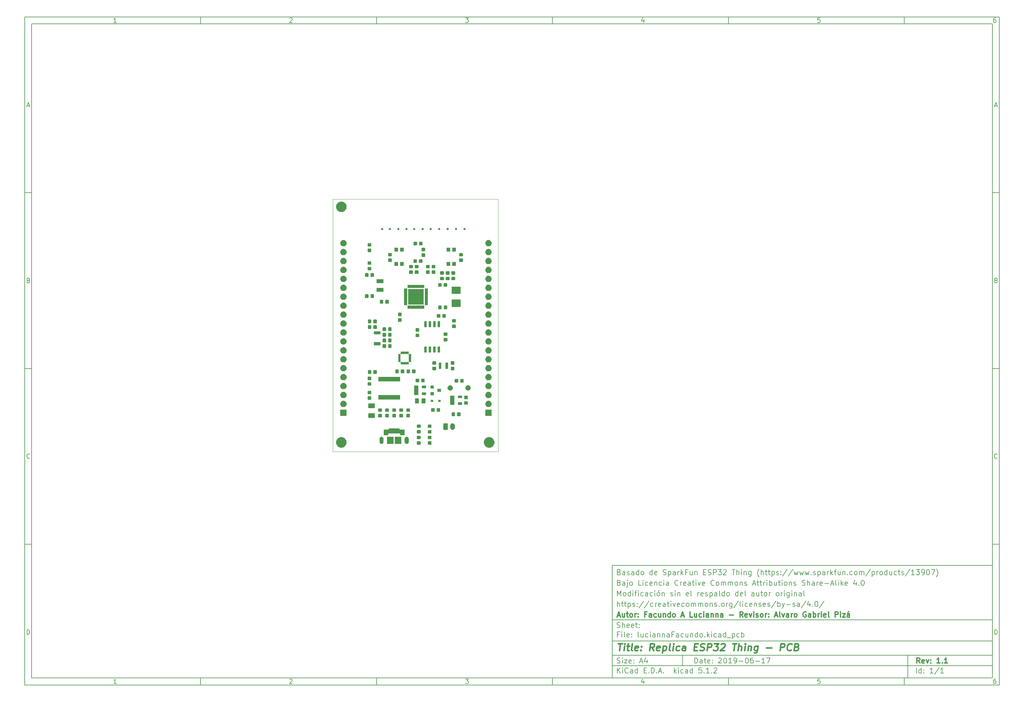
<source format=gbr>
G04 #@! TF.GenerationSoftware,KiCad,Pcbnew,5.1.2*
G04 #@! TF.CreationDate,2019-06-25T01:31:05-03:00*
G04 #@! TF.ProjectId,luciannaFacundo,6c756369-616e-46e6-9146-6163756e646f,1.1*
G04 #@! TF.SameCoordinates,Original*
G04 #@! TF.FileFunction,Soldermask,Top*
G04 #@! TF.FilePolarity,Negative*
%FSLAX46Y46*%
G04 Gerber Fmt 4.6, Leading zero omitted, Abs format (unit mm)*
G04 Created by KiCad (PCBNEW 5.1.2) date 2019-06-25 01:31:05*
%MOMM*%
%LPD*%
G04 APERTURE LIST*
%ADD10C,0.100000*%
%ADD11C,0.150000*%
%ADD12C,0.300000*%
%ADD13C,0.400000*%
%ADD14C,0.050000*%
G04 APERTURE END LIST*
D10*
D11*
X177002200Y-166007200D02*
X177002200Y-198007200D01*
X285002200Y-198007200D01*
X285002200Y-166007200D01*
X177002200Y-166007200D01*
D10*
D11*
X10000000Y-10000000D02*
X10000000Y-200007200D01*
X287002200Y-200007200D01*
X287002200Y-10000000D01*
X10000000Y-10000000D01*
D10*
D11*
X12000000Y-12000000D02*
X12000000Y-198007200D01*
X285002200Y-198007200D01*
X285002200Y-12000000D01*
X12000000Y-12000000D01*
D10*
D11*
X60000000Y-12000000D02*
X60000000Y-10000000D01*
D10*
D11*
X110000000Y-12000000D02*
X110000000Y-10000000D01*
D10*
D11*
X160000000Y-12000000D02*
X160000000Y-10000000D01*
D10*
D11*
X210000000Y-12000000D02*
X210000000Y-10000000D01*
D10*
D11*
X260000000Y-12000000D02*
X260000000Y-10000000D01*
D10*
D11*
X36065476Y-11588095D02*
X35322619Y-11588095D01*
X35694047Y-11588095D02*
X35694047Y-10288095D01*
X35570238Y-10473809D01*
X35446428Y-10597619D01*
X35322619Y-10659523D01*
D10*
D11*
X85322619Y-10411904D02*
X85384523Y-10350000D01*
X85508333Y-10288095D01*
X85817857Y-10288095D01*
X85941666Y-10350000D01*
X86003571Y-10411904D01*
X86065476Y-10535714D01*
X86065476Y-10659523D01*
X86003571Y-10845238D01*
X85260714Y-11588095D01*
X86065476Y-11588095D01*
D10*
D11*
X135260714Y-10288095D02*
X136065476Y-10288095D01*
X135632142Y-10783333D01*
X135817857Y-10783333D01*
X135941666Y-10845238D01*
X136003571Y-10907142D01*
X136065476Y-11030952D01*
X136065476Y-11340476D01*
X136003571Y-11464285D01*
X135941666Y-11526190D01*
X135817857Y-11588095D01*
X135446428Y-11588095D01*
X135322619Y-11526190D01*
X135260714Y-11464285D01*
D10*
D11*
X185941666Y-10721428D02*
X185941666Y-11588095D01*
X185632142Y-10226190D02*
X185322619Y-11154761D01*
X186127380Y-11154761D01*
D10*
D11*
X236003571Y-10288095D02*
X235384523Y-10288095D01*
X235322619Y-10907142D01*
X235384523Y-10845238D01*
X235508333Y-10783333D01*
X235817857Y-10783333D01*
X235941666Y-10845238D01*
X236003571Y-10907142D01*
X236065476Y-11030952D01*
X236065476Y-11340476D01*
X236003571Y-11464285D01*
X235941666Y-11526190D01*
X235817857Y-11588095D01*
X235508333Y-11588095D01*
X235384523Y-11526190D01*
X235322619Y-11464285D01*
D10*
D11*
X285941666Y-10288095D02*
X285694047Y-10288095D01*
X285570238Y-10350000D01*
X285508333Y-10411904D01*
X285384523Y-10597619D01*
X285322619Y-10845238D01*
X285322619Y-11340476D01*
X285384523Y-11464285D01*
X285446428Y-11526190D01*
X285570238Y-11588095D01*
X285817857Y-11588095D01*
X285941666Y-11526190D01*
X286003571Y-11464285D01*
X286065476Y-11340476D01*
X286065476Y-11030952D01*
X286003571Y-10907142D01*
X285941666Y-10845238D01*
X285817857Y-10783333D01*
X285570238Y-10783333D01*
X285446428Y-10845238D01*
X285384523Y-10907142D01*
X285322619Y-11030952D01*
D10*
D11*
X60000000Y-198007200D02*
X60000000Y-200007200D01*
D10*
D11*
X110000000Y-198007200D02*
X110000000Y-200007200D01*
D10*
D11*
X160000000Y-198007200D02*
X160000000Y-200007200D01*
D10*
D11*
X210000000Y-198007200D02*
X210000000Y-200007200D01*
D10*
D11*
X260000000Y-198007200D02*
X260000000Y-200007200D01*
D10*
D11*
X36065476Y-199595295D02*
X35322619Y-199595295D01*
X35694047Y-199595295D02*
X35694047Y-198295295D01*
X35570238Y-198481009D01*
X35446428Y-198604819D01*
X35322619Y-198666723D01*
D10*
D11*
X85322619Y-198419104D02*
X85384523Y-198357200D01*
X85508333Y-198295295D01*
X85817857Y-198295295D01*
X85941666Y-198357200D01*
X86003571Y-198419104D01*
X86065476Y-198542914D01*
X86065476Y-198666723D01*
X86003571Y-198852438D01*
X85260714Y-199595295D01*
X86065476Y-199595295D01*
D10*
D11*
X135260714Y-198295295D02*
X136065476Y-198295295D01*
X135632142Y-198790533D01*
X135817857Y-198790533D01*
X135941666Y-198852438D01*
X136003571Y-198914342D01*
X136065476Y-199038152D01*
X136065476Y-199347676D01*
X136003571Y-199471485D01*
X135941666Y-199533390D01*
X135817857Y-199595295D01*
X135446428Y-199595295D01*
X135322619Y-199533390D01*
X135260714Y-199471485D01*
D10*
D11*
X185941666Y-198728628D02*
X185941666Y-199595295D01*
X185632142Y-198233390D02*
X185322619Y-199161961D01*
X186127380Y-199161961D01*
D10*
D11*
X236003571Y-198295295D02*
X235384523Y-198295295D01*
X235322619Y-198914342D01*
X235384523Y-198852438D01*
X235508333Y-198790533D01*
X235817857Y-198790533D01*
X235941666Y-198852438D01*
X236003571Y-198914342D01*
X236065476Y-199038152D01*
X236065476Y-199347676D01*
X236003571Y-199471485D01*
X235941666Y-199533390D01*
X235817857Y-199595295D01*
X235508333Y-199595295D01*
X235384523Y-199533390D01*
X235322619Y-199471485D01*
D10*
D11*
X285941666Y-198295295D02*
X285694047Y-198295295D01*
X285570238Y-198357200D01*
X285508333Y-198419104D01*
X285384523Y-198604819D01*
X285322619Y-198852438D01*
X285322619Y-199347676D01*
X285384523Y-199471485D01*
X285446428Y-199533390D01*
X285570238Y-199595295D01*
X285817857Y-199595295D01*
X285941666Y-199533390D01*
X286003571Y-199471485D01*
X286065476Y-199347676D01*
X286065476Y-199038152D01*
X286003571Y-198914342D01*
X285941666Y-198852438D01*
X285817857Y-198790533D01*
X285570238Y-198790533D01*
X285446428Y-198852438D01*
X285384523Y-198914342D01*
X285322619Y-199038152D01*
D10*
D11*
X10000000Y-60000000D02*
X12000000Y-60000000D01*
D10*
D11*
X10000000Y-110000000D02*
X12000000Y-110000000D01*
D10*
D11*
X10000000Y-160000000D02*
X12000000Y-160000000D01*
D10*
D11*
X10690476Y-35216666D02*
X11309523Y-35216666D01*
X10566666Y-35588095D02*
X11000000Y-34288095D01*
X11433333Y-35588095D01*
D10*
D11*
X11092857Y-84907142D02*
X11278571Y-84969047D01*
X11340476Y-85030952D01*
X11402380Y-85154761D01*
X11402380Y-85340476D01*
X11340476Y-85464285D01*
X11278571Y-85526190D01*
X11154761Y-85588095D01*
X10659523Y-85588095D01*
X10659523Y-84288095D01*
X11092857Y-84288095D01*
X11216666Y-84350000D01*
X11278571Y-84411904D01*
X11340476Y-84535714D01*
X11340476Y-84659523D01*
X11278571Y-84783333D01*
X11216666Y-84845238D01*
X11092857Y-84907142D01*
X10659523Y-84907142D01*
D10*
D11*
X11402380Y-135464285D02*
X11340476Y-135526190D01*
X11154761Y-135588095D01*
X11030952Y-135588095D01*
X10845238Y-135526190D01*
X10721428Y-135402380D01*
X10659523Y-135278571D01*
X10597619Y-135030952D01*
X10597619Y-134845238D01*
X10659523Y-134597619D01*
X10721428Y-134473809D01*
X10845238Y-134350000D01*
X11030952Y-134288095D01*
X11154761Y-134288095D01*
X11340476Y-134350000D01*
X11402380Y-134411904D01*
D10*
D11*
X10659523Y-185588095D02*
X10659523Y-184288095D01*
X10969047Y-184288095D01*
X11154761Y-184350000D01*
X11278571Y-184473809D01*
X11340476Y-184597619D01*
X11402380Y-184845238D01*
X11402380Y-185030952D01*
X11340476Y-185278571D01*
X11278571Y-185402380D01*
X11154761Y-185526190D01*
X10969047Y-185588095D01*
X10659523Y-185588095D01*
D10*
D11*
X287002200Y-60000000D02*
X285002200Y-60000000D01*
D10*
D11*
X287002200Y-110000000D02*
X285002200Y-110000000D01*
D10*
D11*
X287002200Y-160000000D02*
X285002200Y-160000000D01*
D10*
D11*
X285692676Y-35216666D02*
X286311723Y-35216666D01*
X285568866Y-35588095D02*
X286002200Y-34288095D01*
X286435533Y-35588095D01*
D10*
D11*
X286095057Y-84907142D02*
X286280771Y-84969047D01*
X286342676Y-85030952D01*
X286404580Y-85154761D01*
X286404580Y-85340476D01*
X286342676Y-85464285D01*
X286280771Y-85526190D01*
X286156961Y-85588095D01*
X285661723Y-85588095D01*
X285661723Y-84288095D01*
X286095057Y-84288095D01*
X286218866Y-84350000D01*
X286280771Y-84411904D01*
X286342676Y-84535714D01*
X286342676Y-84659523D01*
X286280771Y-84783333D01*
X286218866Y-84845238D01*
X286095057Y-84907142D01*
X285661723Y-84907142D01*
D10*
D11*
X286404580Y-135464285D02*
X286342676Y-135526190D01*
X286156961Y-135588095D01*
X286033152Y-135588095D01*
X285847438Y-135526190D01*
X285723628Y-135402380D01*
X285661723Y-135278571D01*
X285599819Y-135030952D01*
X285599819Y-134845238D01*
X285661723Y-134597619D01*
X285723628Y-134473809D01*
X285847438Y-134350000D01*
X286033152Y-134288095D01*
X286156961Y-134288095D01*
X286342676Y-134350000D01*
X286404580Y-134411904D01*
D10*
D11*
X285661723Y-185588095D02*
X285661723Y-184288095D01*
X285971247Y-184288095D01*
X286156961Y-184350000D01*
X286280771Y-184473809D01*
X286342676Y-184597619D01*
X286404580Y-184845238D01*
X286404580Y-185030952D01*
X286342676Y-185278571D01*
X286280771Y-185402380D01*
X286156961Y-185526190D01*
X285971247Y-185588095D01*
X285661723Y-185588095D01*
D10*
D11*
X200434342Y-193785771D02*
X200434342Y-192285771D01*
X200791485Y-192285771D01*
X201005771Y-192357200D01*
X201148628Y-192500057D01*
X201220057Y-192642914D01*
X201291485Y-192928628D01*
X201291485Y-193142914D01*
X201220057Y-193428628D01*
X201148628Y-193571485D01*
X201005771Y-193714342D01*
X200791485Y-193785771D01*
X200434342Y-193785771D01*
X202577200Y-193785771D02*
X202577200Y-193000057D01*
X202505771Y-192857200D01*
X202362914Y-192785771D01*
X202077200Y-192785771D01*
X201934342Y-192857200D01*
X202577200Y-193714342D02*
X202434342Y-193785771D01*
X202077200Y-193785771D01*
X201934342Y-193714342D01*
X201862914Y-193571485D01*
X201862914Y-193428628D01*
X201934342Y-193285771D01*
X202077200Y-193214342D01*
X202434342Y-193214342D01*
X202577200Y-193142914D01*
X203077200Y-192785771D02*
X203648628Y-192785771D01*
X203291485Y-192285771D02*
X203291485Y-193571485D01*
X203362914Y-193714342D01*
X203505771Y-193785771D01*
X203648628Y-193785771D01*
X204720057Y-193714342D02*
X204577200Y-193785771D01*
X204291485Y-193785771D01*
X204148628Y-193714342D01*
X204077200Y-193571485D01*
X204077200Y-193000057D01*
X204148628Y-192857200D01*
X204291485Y-192785771D01*
X204577200Y-192785771D01*
X204720057Y-192857200D01*
X204791485Y-193000057D01*
X204791485Y-193142914D01*
X204077200Y-193285771D01*
X205434342Y-193642914D02*
X205505771Y-193714342D01*
X205434342Y-193785771D01*
X205362914Y-193714342D01*
X205434342Y-193642914D01*
X205434342Y-193785771D01*
X205434342Y-192857200D02*
X205505771Y-192928628D01*
X205434342Y-193000057D01*
X205362914Y-192928628D01*
X205434342Y-192857200D01*
X205434342Y-193000057D01*
X207220057Y-192428628D02*
X207291485Y-192357200D01*
X207434342Y-192285771D01*
X207791485Y-192285771D01*
X207934342Y-192357200D01*
X208005771Y-192428628D01*
X208077200Y-192571485D01*
X208077200Y-192714342D01*
X208005771Y-192928628D01*
X207148628Y-193785771D01*
X208077200Y-193785771D01*
X209005771Y-192285771D02*
X209148628Y-192285771D01*
X209291485Y-192357200D01*
X209362914Y-192428628D01*
X209434342Y-192571485D01*
X209505771Y-192857200D01*
X209505771Y-193214342D01*
X209434342Y-193500057D01*
X209362914Y-193642914D01*
X209291485Y-193714342D01*
X209148628Y-193785771D01*
X209005771Y-193785771D01*
X208862914Y-193714342D01*
X208791485Y-193642914D01*
X208720057Y-193500057D01*
X208648628Y-193214342D01*
X208648628Y-192857200D01*
X208720057Y-192571485D01*
X208791485Y-192428628D01*
X208862914Y-192357200D01*
X209005771Y-192285771D01*
X210934342Y-193785771D02*
X210077200Y-193785771D01*
X210505771Y-193785771D02*
X210505771Y-192285771D01*
X210362914Y-192500057D01*
X210220057Y-192642914D01*
X210077200Y-192714342D01*
X211648628Y-193785771D02*
X211934342Y-193785771D01*
X212077200Y-193714342D01*
X212148628Y-193642914D01*
X212291485Y-193428628D01*
X212362914Y-193142914D01*
X212362914Y-192571485D01*
X212291485Y-192428628D01*
X212220057Y-192357200D01*
X212077200Y-192285771D01*
X211791485Y-192285771D01*
X211648628Y-192357200D01*
X211577200Y-192428628D01*
X211505771Y-192571485D01*
X211505771Y-192928628D01*
X211577200Y-193071485D01*
X211648628Y-193142914D01*
X211791485Y-193214342D01*
X212077200Y-193214342D01*
X212220057Y-193142914D01*
X212291485Y-193071485D01*
X212362914Y-192928628D01*
X213005771Y-193214342D02*
X214148628Y-193214342D01*
X215148628Y-192285771D02*
X215291485Y-192285771D01*
X215434342Y-192357200D01*
X215505771Y-192428628D01*
X215577200Y-192571485D01*
X215648628Y-192857200D01*
X215648628Y-193214342D01*
X215577200Y-193500057D01*
X215505771Y-193642914D01*
X215434342Y-193714342D01*
X215291485Y-193785771D01*
X215148628Y-193785771D01*
X215005771Y-193714342D01*
X214934342Y-193642914D01*
X214862914Y-193500057D01*
X214791485Y-193214342D01*
X214791485Y-192857200D01*
X214862914Y-192571485D01*
X214934342Y-192428628D01*
X215005771Y-192357200D01*
X215148628Y-192285771D01*
X216934342Y-192285771D02*
X216648628Y-192285771D01*
X216505771Y-192357200D01*
X216434342Y-192428628D01*
X216291485Y-192642914D01*
X216220057Y-192928628D01*
X216220057Y-193500057D01*
X216291485Y-193642914D01*
X216362914Y-193714342D01*
X216505771Y-193785771D01*
X216791485Y-193785771D01*
X216934342Y-193714342D01*
X217005771Y-193642914D01*
X217077200Y-193500057D01*
X217077200Y-193142914D01*
X217005771Y-193000057D01*
X216934342Y-192928628D01*
X216791485Y-192857200D01*
X216505771Y-192857200D01*
X216362914Y-192928628D01*
X216291485Y-193000057D01*
X216220057Y-193142914D01*
X217720057Y-193214342D02*
X218862914Y-193214342D01*
X220362914Y-193785771D02*
X219505771Y-193785771D01*
X219934342Y-193785771D02*
X219934342Y-192285771D01*
X219791485Y-192500057D01*
X219648628Y-192642914D01*
X219505771Y-192714342D01*
X220862914Y-192285771D02*
X221862914Y-192285771D01*
X221220057Y-193785771D01*
D10*
D11*
X177002200Y-194507200D02*
X285002200Y-194507200D01*
D10*
D11*
X178434342Y-196585771D02*
X178434342Y-195085771D01*
X179291485Y-196585771D02*
X178648628Y-195728628D01*
X179291485Y-195085771D02*
X178434342Y-195942914D01*
X179934342Y-196585771D02*
X179934342Y-195585771D01*
X179934342Y-195085771D02*
X179862914Y-195157200D01*
X179934342Y-195228628D01*
X180005771Y-195157200D01*
X179934342Y-195085771D01*
X179934342Y-195228628D01*
X181505771Y-196442914D02*
X181434342Y-196514342D01*
X181220057Y-196585771D01*
X181077200Y-196585771D01*
X180862914Y-196514342D01*
X180720057Y-196371485D01*
X180648628Y-196228628D01*
X180577200Y-195942914D01*
X180577200Y-195728628D01*
X180648628Y-195442914D01*
X180720057Y-195300057D01*
X180862914Y-195157200D01*
X181077200Y-195085771D01*
X181220057Y-195085771D01*
X181434342Y-195157200D01*
X181505771Y-195228628D01*
X182791485Y-196585771D02*
X182791485Y-195800057D01*
X182720057Y-195657200D01*
X182577200Y-195585771D01*
X182291485Y-195585771D01*
X182148628Y-195657200D01*
X182791485Y-196514342D02*
X182648628Y-196585771D01*
X182291485Y-196585771D01*
X182148628Y-196514342D01*
X182077200Y-196371485D01*
X182077200Y-196228628D01*
X182148628Y-196085771D01*
X182291485Y-196014342D01*
X182648628Y-196014342D01*
X182791485Y-195942914D01*
X184148628Y-196585771D02*
X184148628Y-195085771D01*
X184148628Y-196514342D02*
X184005771Y-196585771D01*
X183720057Y-196585771D01*
X183577200Y-196514342D01*
X183505771Y-196442914D01*
X183434342Y-196300057D01*
X183434342Y-195871485D01*
X183505771Y-195728628D01*
X183577200Y-195657200D01*
X183720057Y-195585771D01*
X184005771Y-195585771D01*
X184148628Y-195657200D01*
X186005771Y-195800057D02*
X186505771Y-195800057D01*
X186720057Y-196585771D02*
X186005771Y-196585771D01*
X186005771Y-195085771D01*
X186720057Y-195085771D01*
X187362914Y-196442914D02*
X187434342Y-196514342D01*
X187362914Y-196585771D01*
X187291485Y-196514342D01*
X187362914Y-196442914D01*
X187362914Y-196585771D01*
X188077200Y-196585771D02*
X188077200Y-195085771D01*
X188434342Y-195085771D01*
X188648628Y-195157200D01*
X188791485Y-195300057D01*
X188862914Y-195442914D01*
X188934342Y-195728628D01*
X188934342Y-195942914D01*
X188862914Y-196228628D01*
X188791485Y-196371485D01*
X188648628Y-196514342D01*
X188434342Y-196585771D01*
X188077200Y-196585771D01*
X189577200Y-196442914D02*
X189648628Y-196514342D01*
X189577200Y-196585771D01*
X189505771Y-196514342D01*
X189577200Y-196442914D01*
X189577200Y-196585771D01*
X190220057Y-196157200D02*
X190934342Y-196157200D01*
X190077200Y-196585771D02*
X190577200Y-195085771D01*
X191077200Y-196585771D01*
X191577200Y-196442914D02*
X191648628Y-196514342D01*
X191577200Y-196585771D01*
X191505771Y-196514342D01*
X191577200Y-196442914D01*
X191577200Y-196585771D01*
X194577200Y-196585771D02*
X194577200Y-195085771D01*
X194720057Y-196014342D02*
X195148628Y-196585771D01*
X195148628Y-195585771D02*
X194577200Y-196157200D01*
X195791485Y-196585771D02*
X195791485Y-195585771D01*
X195791485Y-195085771D02*
X195720057Y-195157200D01*
X195791485Y-195228628D01*
X195862914Y-195157200D01*
X195791485Y-195085771D01*
X195791485Y-195228628D01*
X197148628Y-196514342D02*
X197005771Y-196585771D01*
X196720057Y-196585771D01*
X196577200Y-196514342D01*
X196505771Y-196442914D01*
X196434342Y-196300057D01*
X196434342Y-195871485D01*
X196505771Y-195728628D01*
X196577200Y-195657200D01*
X196720057Y-195585771D01*
X197005771Y-195585771D01*
X197148628Y-195657200D01*
X198434342Y-196585771D02*
X198434342Y-195800057D01*
X198362914Y-195657200D01*
X198220057Y-195585771D01*
X197934342Y-195585771D01*
X197791485Y-195657200D01*
X198434342Y-196514342D02*
X198291485Y-196585771D01*
X197934342Y-196585771D01*
X197791485Y-196514342D01*
X197720057Y-196371485D01*
X197720057Y-196228628D01*
X197791485Y-196085771D01*
X197934342Y-196014342D01*
X198291485Y-196014342D01*
X198434342Y-195942914D01*
X199791485Y-196585771D02*
X199791485Y-195085771D01*
X199791485Y-196514342D02*
X199648628Y-196585771D01*
X199362914Y-196585771D01*
X199220057Y-196514342D01*
X199148628Y-196442914D01*
X199077200Y-196300057D01*
X199077200Y-195871485D01*
X199148628Y-195728628D01*
X199220057Y-195657200D01*
X199362914Y-195585771D01*
X199648628Y-195585771D01*
X199791485Y-195657200D01*
X202362914Y-195085771D02*
X201648628Y-195085771D01*
X201577200Y-195800057D01*
X201648628Y-195728628D01*
X201791485Y-195657200D01*
X202148628Y-195657200D01*
X202291485Y-195728628D01*
X202362914Y-195800057D01*
X202434342Y-195942914D01*
X202434342Y-196300057D01*
X202362914Y-196442914D01*
X202291485Y-196514342D01*
X202148628Y-196585771D01*
X201791485Y-196585771D01*
X201648628Y-196514342D01*
X201577200Y-196442914D01*
X203077200Y-196442914D02*
X203148628Y-196514342D01*
X203077200Y-196585771D01*
X203005771Y-196514342D01*
X203077200Y-196442914D01*
X203077200Y-196585771D01*
X204577200Y-196585771D02*
X203720057Y-196585771D01*
X204148628Y-196585771D02*
X204148628Y-195085771D01*
X204005771Y-195300057D01*
X203862914Y-195442914D01*
X203720057Y-195514342D01*
X205220057Y-196442914D02*
X205291485Y-196514342D01*
X205220057Y-196585771D01*
X205148628Y-196514342D01*
X205220057Y-196442914D01*
X205220057Y-196585771D01*
X205862914Y-195228628D02*
X205934342Y-195157200D01*
X206077200Y-195085771D01*
X206434342Y-195085771D01*
X206577200Y-195157200D01*
X206648628Y-195228628D01*
X206720057Y-195371485D01*
X206720057Y-195514342D01*
X206648628Y-195728628D01*
X205791485Y-196585771D01*
X206720057Y-196585771D01*
D10*
D11*
X177002200Y-191507200D02*
X285002200Y-191507200D01*
D10*
D12*
X264411485Y-193785771D02*
X263911485Y-193071485D01*
X263554342Y-193785771D02*
X263554342Y-192285771D01*
X264125771Y-192285771D01*
X264268628Y-192357200D01*
X264340057Y-192428628D01*
X264411485Y-192571485D01*
X264411485Y-192785771D01*
X264340057Y-192928628D01*
X264268628Y-193000057D01*
X264125771Y-193071485D01*
X263554342Y-193071485D01*
X265625771Y-193714342D02*
X265482914Y-193785771D01*
X265197200Y-193785771D01*
X265054342Y-193714342D01*
X264982914Y-193571485D01*
X264982914Y-193000057D01*
X265054342Y-192857200D01*
X265197200Y-192785771D01*
X265482914Y-192785771D01*
X265625771Y-192857200D01*
X265697200Y-193000057D01*
X265697200Y-193142914D01*
X264982914Y-193285771D01*
X266197200Y-192785771D02*
X266554342Y-193785771D01*
X266911485Y-192785771D01*
X267482914Y-193642914D02*
X267554342Y-193714342D01*
X267482914Y-193785771D01*
X267411485Y-193714342D01*
X267482914Y-193642914D01*
X267482914Y-193785771D01*
X267482914Y-192857200D02*
X267554342Y-192928628D01*
X267482914Y-193000057D01*
X267411485Y-192928628D01*
X267482914Y-192857200D01*
X267482914Y-193000057D01*
X270125771Y-193785771D02*
X269268628Y-193785771D01*
X269697200Y-193785771D02*
X269697200Y-192285771D01*
X269554342Y-192500057D01*
X269411485Y-192642914D01*
X269268628Y-192714342D01*
X270768628Y-193642914D02*
X270840057Y-193714342D01*
X270768628Y-193785771D01*
X270697200Y-193714342D01*
X270768628Y-193642914D01*
X270768628Y-193785771D01*
X272268628Y-193785771D02*
X271411485Y-193785771D01*
X271840057Y-193785771D02*
X271840057Y-192285771D01*
X271697200Y-192500057D01*
X271554342Y-192642914D01*
X271411485Y-192714342D01*
D10*
D11*
X178362914Y-193714342D02*
X178577200Y-193785771D01*
X178934342Y-193785771D01*
X179077200Y-193714342D01*
X179148628Y-193642914D01*
X179220057Y-193500057D01*
X179220057Y-193357200D01*
X179148628Y-193214342D01*
X179077200Y-193142914D01*
X178934342Y-193071485D01*
X178648628Y-193000057D01*
X178505771Y-192928628D01*
X178434342Y-192857200D01*
X178362914Y-192714342D01*
X178362914Y-192571485D01*
X178434342Y-192428628D01*
X178505771Y-192357200D01*
X178648628Y-192285771D01*
X179005771Y-192285771D01*
X179220057Y-192357200D01*
X179862914Y-193785771D02*
X179862914Y-192785771D01*
X179862914Y-192285771D02*
X179791485Y-192357200D01*
X179862914Y-192428628D01*
X179934342Y-192357200D01*
X179862914Y-192285771D01*
X179862914Y-192428628D01*
X180434342Y-192785771D02*
X181220057Y-192785771D01*
X180434342Y-193785771D01*
X181220057Y-193785771D01*
X182362914Y-193714342D02*
X182220057Y-193785771D01*
X181934342Y-193785771D01*
X181791485Y-193714342D01*
X181720057Y-193571485D01*
X181720057Y-193000057D01*
X181791485Y-192857200D01*
X181934342Y-192785771D01*
X182220057Y-192785771D01*
X182362914Y-192857200D01*
X182434342Y-193000057D01*
X182434342Y-193142914D01*
X181720057Y-193285771D01*
X183077200Y-193642914D02*
X183148628Y-193714342D01*
X183077200Y-193785771D01*
X183005771Y-193714342D01*
X183077200Y-193642914D01*
X183077200Y-193785771D01*
X183077200Y-192857200D02*
X183148628Y-192928628D01*
X183077200Y-193000057D01*
X183005771Y-192928628D01*
X183077200Y-192857200D01*
X183077200Y-193000057D01*
X184862914Y-193357200D02*
X185577200Y-193357200D01*
X184720057Y-193785771D02*
X185220057Y-192285771D01*
X185720057Y-193785771D01*
X186862914Y-192785771D02*
X186862914Y-193785771D01*
X186505771Y-192214342D02*
X186148628Y-193285771D01*
X187077200Y-193285771D01*
D10*
D11*
X263434342Y-196585771D02*
X263434342Y-195085771D01*
X264791485Y-196585771D02*
X264791485Y-195085771D01*
X264791485Y-196514342D02*
X264648628Y-196585771D01*
X264362914Y-196585771D01*
X264220057Y-196514342D01*
X264148628Y-196442914D01*
X264077200Y-196300057D01*
X264077200Y-195871485D01*
X264148628Y-195728628D01*
X264220057Y-195657200D01*
X264362914Y-195585771D01*
X264648628Y-195585771D01*
X264791485Y-195657200D01*
X265505771Y-196442914D02*
X265577200Y-196514342D01*
X265505771Y-196585771D01*
X265434342Y-196514342D01*
X265505771Y-196442914D01*
X265505771Y-196585771D01*
X265505771Y-195657200D02*
X265577200Y-195728628D01*
X265505771Y-195800057D01*
X265434342Y-195728628D01*
X265505771Y-195657200D01*
X265505771Y-195800057D01*
X268148628Y-196585771D02*
X267291485Y-196585771D01*
X267720057Y-196585771D02*
X267720057Y-195085771D01*
X267577200Y-195300057D01*
X267434342Y-195442914D01*
X267291485Y-195514342D01*
X269862914Y-195014342D02*
X268577200Y-196942914D01*
X271148628Y-196585771D02*
X270291485Y-196585771D01*
X270720057Y-196585771D02*
X270720057Y-195085771D01*
X270577200Y-195300057D01*
X270434342Y-195442914D01*
X270291485Y-195514342D01*
D10*
D11*
X177002200Y-187507200D02*
X285002200Y-187507200D01*
D10*
D13*
X178714580Y-188211961D02*
X179857438Y-188211961D01*
X179036009Y-190211961D02*
X179286009Y-188211961D01*
X180274104Y-190211961D02*
X180440771Y-188878628D01*
X180524104Y-188211961D02*
X180416961Y-188307200D01*
X180500295Y-188402438D01*
X180607438Y-188307200D01*
X180524104Y-188211961D01*
X180500295Y-188402438D01*
X181107438Y-188878628D02*
X181869342Y-188878628D01*
X181476485Y-188211961D02*
X181262200Y-189926247D01*
X181333628Y-190116723D01*
X181512200Y-190211961D01*
X181702676Y-190211961D01*
X182655057Y-190211961D02*
X182476485Y-190116723D01*
X182405057Y-189926247D01*
X182619342Y-188211961D01*
X184190771Y-190116723D02*
X183988390Y-190211961D01*
X183607438Y-190211961D01*
X183428866Y-190116723D01*
X183357438Y-189926247D01*
X183452676Y-189164342D01*
X183571723Y-188973866D01*
X183774104Y-188878628D01*
X184155057Y-188878628D01*
X184333628Y-188973866D01*
X184405057Y-189164342D01*
X184381247Y-189354819D01*
X183405057Y-189545295D01*
X185155057Y-190021485D02*
X185238390Y-190116723D01*
X185131247Y-190211961D01*
X185047914Y-190116723D01*
X185155057Y-190021485D01*
X185131247Y-190211961D01*
X185286009Y-188973866D02*
X185369342Y-189069104D01*
X185262200Y-189164342D01*
X185178866Y-189069104D01*
X185286009Y-188973866D01*
X185262200Y-189164342D01*
X188750295Y-190211961D02*
X188202676Y-189259580D01*
X187607438Y-190211961D02*
X187857438Y-188211961D01*
X188619342Y-188211961D01*
X188797914Y-188307200D01*
X188881247Y-188402438D01*
X188952676Y-188592914D01*
X188916961Y-188878628D01*
X188797914Y-189069104D01*
X188690771Y-189164342D01*
X188488390Y-189259580D01*
X187726485Y-189259580D01*
X190381247Y-190116723D02*
X190178866Y-190211961D01*
X189797914Y-190211961D01*
X189619342Y-190116723D01*
X189547914Y-189926247D01*
X189643152Y-189164342D01*
X189762200Y-188973866D01*
X189964580Y-188878628D01*
X190345533Y-188878628D01*
X190524104Y-188973866D01*
X190595533Y-189164342D01*
X190571723Y-189354819D01*
X189595533Y-189545295D01*
X191488390Y-188878628D02*
X191238390Y-190878628D01*
X191476485Y-188973866D02*
X191678866Y-188878628D01*
X192059819Y-188878628D01*
X192238390Y-188973866D01*
X192321723Y-189069104D01*
X192393152Y-189259580D01*
X192321723Y-189831009D01*
X192202676Y-190021485D01*
X192095533Y-190116723D01*
X191893152Y-190211961D01*
X191512200Y-190211961D01*
X191333628Y-190116723D01*
X193416961Y-190211961D02*
X193238390Y-190116723D01*
X193166961Y-189926247D01*
X193381247Y-188211961D01*
X194178866Y-190211961D02*
X194345533Y-188878628D01*
X194428866Y-188211961D02*
X194321723Y-188307200D01*
X194405057Y-188402438D01*
X194512200Y-188307200D01*
X194428866Y-188211961D01*
X194405057Y-188402438D01*
X196000295Y-190116723D02*
X195797914Y-190211961D01*
X195416961Y-190211961D01*
X195238390Y-190116723D01*
X195155057Y-190021485D01*
X195083628Y-189831009D01*
X195155057Y-189259580D01*
X195274104Y-189069104D01*
X195381247Y-188973866D01*
X195583628Y-188878628D01*
X195964580Y-188878628D01*
X196143152Y-188973866D01*
X197702676Y-190211961D02*
X197833628Y-189164342D01*
X197762200Y-188973866D01*
X197583628Y-188878628D01*
X197202676Y-188878628D01*
X197000295Y-188973866D01*
X197714580Y-190116723D02*
X197512200Y-190211961D01*
X197036009Y-190211961D01*
X196857438Y-190116723D01*
X196786009Y-189926247D01*
X196809819Y-189735771D01*
X196928866Y-189545295D01*
X197131247Y-189450057D01*
X197607438Y-189450057D01*
X197809819Y-189354819D01*
X200309819Y-189164342D02*
X200976485Y-189164342D01*
X201131247Y-190211961D02*
X200178866Y-190211961D01*
X200428866Y-188211961D01*
X201381247Y-188211961D01*
X201905057Y-190116723D02*
X202178866Y-190211961D01*
X202655057Y-190211961D01*
X202857438Y-190116723D01*
X202964580Y-190021485D01*
X203083628Y-189831009D01*
X203107438Y-189640533D01*
X203036009Y-189450057D01*
X202952676Y-189354819D01*
X202774104Y-189259580D01*
X202405057Y-189164342D01*
X202226485Y-189069104D01*
X202143152Y-188973866D01*
X202071723Y-188783390D01*
X202095533Y-188592914D01*
X202214580Y-188402438D01*
X202321723Y-188307200D01*
X202524104Y-188211961D01*
X203000295Y-188211961D01*
X203274104Y-188307200D01*
X203893152Y-190211961D02*
X204143152Y-188211961D01*
X204905057Y-188211961D01*
X205083628Y-188307200D01*
X205166961Y-188402438D01*
X205238390Y-188592914D01*
X205202676Y-188878628D01*
X205083628Y-189069104D01*
X204976485Y-189164342D01*
X204774104Y-189259580D01*
X204012200Y-189259580D01*
X205952676Y-188211961D02*
X207190771Y-188211961D01*
X206428866Y-188973866D01*
X206714580Y-188973866D01*
X206893152Y-189069104D01*
X206976485Y-189164342D01*
X207047914Y-189354819D01*
X206988390Y-189831009D01*
X206869342Y-190021485D01*
X206762200Y-190116723D01*
X206559819Y-190211961D01*
X205988390Y-190211961D01*
X205809819Y-190116723D01*
X205726485Y-190021485D01*
X207928866Y-188402438D02*
X208036009Y-188307200D01*
X208238390Y-188211961D01*
X208714580Y-188211961D01*
X208893152Y-188307200D01*
X208976485Y-188402438D01*
X209047914Y-188592914D01*
X209024104Y-188783390D01*
X208893152Y-189069104D01*
X207607438Y-190211961D01*
X208845533Y-190211961D01*
X211190771Y-188211961D02*
X212333628Y-188211961D01*
X211512200Y-190211961D02*
X211762200Y-188211961D01*
X212750295Y-190211961D02*
X213000295Y-188211961D01*
X213607438Y-190211961D02*
X213738390Y-189164342D01*
X213666961Y-188973866D01*
X213488390Y-188878628D01*
X213202676Y-188878628D01*
X213000295Y-188973866D01*
X212893152Y-189069104D01*
X214559819Y-190211961D02*
X214726485Y-188878628D01*
X214809819Y-188211961D02*
X214702676Y-188307200D01*
X214786009Y-188402438D01*
X214893152Y-188307200D01*
X214809819Y-188211961D01*
X214786009Y-188402438D01*
X215678866Y-188878628D02*
X215512200Y-190211961D01*
X215655057Y-189069104D02*
X215762200Y-188973866D01*
X215964580Y-188878628D01*
X216250295Y-188878628D01*
X216428866Y-188973866D01*
X216500295Y-189164342D01*
X216369342Y-190211961D01*
X218345533Y-188878628D02*
X218143152Y-190497676D01*
X218024104Y-190688152D01*
X217916961Y-190783390D01*
X217714580Y-190878628D01*
X217428866Y-190878628D01*
X217250295Y-190783390D01*
X218190771Y-190116723D02*
X217988390Y-190211961D01*
X217607438Y-190211961D01*
X217428866Y-190116723D01*
X217345533Y-190021485D01*
X217274104Y-189831009D01*
X217345533Y-189259580D01*
X217464580Y-189069104D01*
X217571723Y-188973866D01*
X217774104Y-188878628D01*
X218155057Y-188878628D01*
X218333628Y-188973866D01*
X220750295Y-189450057D02*
X222274104Y-189450057D01*
X224655057Y-190211961D02*
X224905057Y-188211961D01*
X225666961Y-188211961D01*
X225845533Y-188307200D01*
X225928866Y-188402438D01*
X226000295Y-188592914D01*
X225964580Y-188878628D01*
X225845533Y-189069104D01*
X225738390Y-189164342D01*
X225536009Y-189259580D01*
X224774104Y-189259580D01*
X227821723Y-190021485D02*
X227714580Y-190116723D01*
X227416961Y-190211961D01*
X227226485Y-190211961D01*
X226952676Y-190116723D01*
X226786009Y-189926247D01*
X226714580Y-189735771D01*
X226666961Y-189354819D01*
X226702676Y-189069104D01*
X226845533Y-188688152D01*
X226964580Y-188497676D01*
X227178866Y-188307200D01*
X227476485Y-188211961D01*
X227666961Y-188211961D01*
X227940771Y-188307200D01*
X228024104Y-188402438D01*
X229452676Y-189164342D02*
X229726485Y-189259580D01*
X229809819Y-189354819D01*
X229881247Y-189545295D01*
X229845533Y-189831009D01*
X229726485Y-190021485D01*
X229619342Y-190116723D01*
X229416961Y-190211961D01*
X228655057Y-190211961D01*
X228905057Y-188211961D01*
X229571723Y-188211961D01*
X229750295Y-188307200D01*
X229833628Y-188402438D01*
X229905057Y-188592914D01*
X229881247Y-188783390D01*
X229762199Y-188973866D01*
X229655057Y-189069104D01*
X229452676Y-189164342D01*
X228786009Y-189164342D01*
D10*
D11*
X178934342Y-185600057D02*
X178434342Y-185600057D01*
X178434342Y-186385771D02*
X178434342Y-184885771D01*
X179148628Y-184885771D01*
X179720057Y-186385771D02*
X179720057Y-185385771D01*
X179720057Y-184885771D02*
X179648628Y-184957200D01*
X179720057Y-185028628D01*
X179791485Y-184957200D01*
X179720057Y-184885771D01*
X179720057Y-185028628D01*
X180648628Y-186385771D02*
X180505771Y-186314342D01*
X180434342Y-186171485D01*
X180434342Y-184885771D01*
X181791485Y-186314342D02*
X181648628Y-186385771D01*
X181362914Y-186385771D01*
X181220057Y-186314342D01*
X181148628Y-186171485D01*
X181148628Y-185600057D01*
X181220057Y-185457200D01*
X181362914Y-185385771D01*
X181648628Y-185385771D01*
X181791485Y-185457200D01*
X181862914Y-185600057D01*
X181862914Y-185742914D01*
X181148628Y-185885771D01*
X182505771Y-186242914D02*
X182577200Y-186314342D01*
X182505771Y-186385771D01*
X182434342Y-186314342D01*
X182505771Y-186242914D01*
X182505771Y-186385771D01*
X182505771Y-185457200D02*
X182577200Y-185528628D01*
X182505771Y-185600057D01*
X182434342Y-185528628D01*
X182505771Y-185457200D01*
X182505771Y-185600057D01*
X184577200Y-186385771D02*
X184434342Y-186314342D01*
X184362914Y-186171485D01*
X184362914Y-184885771D01*
X185791485Y-185385771D02*
X185791485Y-186385771D01*
X185148628Y-185385771D02*
X185148628Y-186171485D01*
X185220057Y-186314342D01*
X185362914Y-186385771D01*
X185577200Y-186385771D01*
X185720057Y-186314342D01*
X185791485Y-186242914D01*
X187148628Y-186314342D02*
X187005771Y-186385771D01*
X186720057Y-186385771D01*
X186577200Y-186314342D01*
X186505771Y-186242914D01*
X186434342Y-186100057D01*
X186434342Y-185671485D01*
X186505771Y-185528628D01*
X186577200Y-185457200D01*
X186720057Y-185385771D01*
X187005771Y-185385771D01*
X187148628Y-185457200D01*
X187791485Y-186385771D02*
X187791485Y-185385771D01*
X187791485Y-184885771D02*
X187720057Y-184957200D01*
X187791485Y-185028628D01*
X187862914Y-184957200D01*
X187791485Y-184885771D01*
X187791485Y-185028628D01*
X189148628Y-186385771D02*
X189148628Y-185600057D01*
X189077200Y-185457200D01*
X188934342Y-185385771D01*
X188648628Y-185385771D01*
X188505771Y-185457200D01*
X189148628Y-186314342D02*
X189005771Y-186385771D01*
X188648628Y-186385771D01*
X188505771Y-186314342D01*
X188434342Y-186171485D01*
X188434342Y-186028628D01*
X188505771Y-185885771D01*
X188648628Y-185814342D01*
X189005771Y-185814342D01*
X189148628Y-185742914D01*
X189862914Y-185385771D02*
X189862914Y-186385771D01*
X189862914Y-185528628D02*
X189934342Y-185457200D01*
X190077200Y-185385771D01*
X190291485Y-185385771D01*
X190434342Y-185457200D01*
X190505771Y-185600057D01*
X190505771Y-186385771D01*
X191220057Y-185385771D02*
X191220057Y-186385771D01*
X191220057Y-185528628D02*
X191291485Y-185457200D01*
X191434342Y-185385771D01*
X191648628Y-185385771D01*
X191791485Y-185457200D01*
X191862914Y-185600057D01*
X191862914Y-186385771D01*
X193220057Y-186385771D02*
X193220057Y-185600057D01*
X193148628Y-185457200D01*
X193005771Y-185385771D01*
X192720057Y-185385771D01*
X192577200Y-185457200D01*
X193220057Y-186314342D02*
X193077200Y-186385771D01*
X192720057Y-186385771D01*
X192577200Y-186314342D01*
X192505771Y-186171485D01*
X192505771Y-186028628D01*
X192577200Y-185885771D01*
X192720057Y-185814342D01*
X193077200Y-185814342D01*
X193220057Y-185742914D01*
X194434342Y-185600057D02*
X193934342Y-185600057D01*
X193934342Y-186385771D02*
X193934342Y-184885771D01*
X194648628Y-184885771D01*
X195862914Y-186385771D02*
X195862914Y-185600057D01*
X195791485Y-185457200D01*
X195648628Y-185385771D01*
X195362914Y-185385771D01*
X195220057Y-185457200D01*
X195862914Y-186314342D02*
X195720057Y-186385771D01*
X195362914Y-186385771D01*
X195220057Y-186314342D01*
X195148628Y-186171485D01*
X195148628Y-186028628D01*
X195220057Y-185885771D01*
X195362914Y-185814342D01*
X195720057Y-185814342D01*
X195862914Y-185742914D01*
X197220057Y-186314342D02*
X197077200Y-186385771D01*
X196791485Y-186385771D01*
X196648628Y-186314342D01*
X196577200Y-186242914D01*
X196505771Y-186100057D01*
X196505771Y-185671485D01*
X196577200Y-185528628D01*
X196648628Y-185457200D01*
X196791485Y-185385771D01*
X197077200Y-185385771D01*
X197220057Y-185457200D01*
X198505771Y-185385771D02*
X198505771Y-186385771D01*
X197862914Y-185385771D02*
X197862914Y-186171485D01*
X197934342Y-186314342D01*
X198077200Y-186385771D01*
X198291485Y-186385771D01*
X198434342Y-186314342D01*
X198505771Y-186242914D01*
X199220057Y-185385771D02*
X199220057Y-186385771D01*
X199220057Y-185528628D02*
X199291485Y-185457200D01*
X199434342Y-185385771D01*
X199648628Y-185385771D01*
X199791485Y-185457200D01*
X199862914Y-185600057D01*
X199862914Y-186385771D01*
X201220057Y-186385771D02*
X201220057Y-184885771D01*
X201220057Y-186314342D02*
X201077200Y-186385771D01*
X200791485Y-186385771D01*
X200648628Y-186314342D01*
X200577200Y-186242914D01*
X200505771Y-186100057D01*
X200505771Y-185671485D01*
X200577200Y-185528628D01*
X200648628Y-185457200D01*
X200791485Y-185385771D01*
X201077200Y-185385771D01*
X201220057Y-185457200D01*
X202148628Y-186385771D02*
X202005771Y-186314342D01*
X201934342Y-186242914D01*
X201862914Y-186100057D01*
X201862914Y-185671485D01*
X201934342Y-185528628D01*
X202005771Y-185457200D01*
X202148628Y-185385771D01*
X202362914Y-185385771D01*
X202505771Y-185457200D01*
X202577200Y-185528628D01*
X202648628Y-185671485D01*
X202648628Y-186100057D01*
X202577200Y-186242914D01*
X202505771Y-186314342D01*
X202362914Y-186385771D01*
X202148628Y-186385771D01*
X203291485Y-186242914D02*
X203362914Y-186314342D01*
X203291485Y-186385771D01*
X203220057Y-186314342D01*
X203291485Y-186242914D01*
X203291485Y-186385771D01*
X204005771Y-186385771D02*
X204005771Y-184885771D01*
X204148628Y-185814342D02*
X204577200Y-186385771D01*
X204577200Y-185385771D02*
X204005771Y-185957200D01*
X205220057Y-186385771D02*
X205220057Y-185385771D01*
X205220057Y-184885771D02*
X205148628Y-184957200D01*
X205220057Y-185028628D01*
X205291485Y-184957200D01*
X205220057Y-184885771D01*
X205220057Y-185028628D01*
X206577200Y-186314342D02*
X206434342Y-186385771D01*
X206148628Y-186385771D01*
X206005771Y-186314342D01*
X205934342Y-186242914D01*
X205862914Y-186100057D01*
X205862914Y-185671485D01*
X205934342Y-185528628D01*
X206005771Y-185457200D01*
X206148628Y-185385771D01*
X206434342Y-185385771D01*
X206577200Y-185457200D01*
X207862914Y-186385771D02*
X207862914Y-185600057D01*
X207791485Y-185457200D01*
X207648628Y-185385771D01*
X207362914Y-185385771D01*
X207220057Y-185457200D01*
X207862914Y-186314342D02*
X207720057Y-186385771D01*
X207362914Y-186385771D01*
X207220057Y-186314342D01*
X207148628Y-186171485D01*
X207148628Y-186028628D01*
X207220057Y-185885771D01*
X207362914Y-185814342D01*
X207720057Y-185814342D01*
X207862914Y-185742914D01*
X209220057Y-186385771D02*
X209220057Y-184885771D01*
X209220057Y-186314342D02*
X209077200Y-186385771D01*
X208791485Y-186385771D01*
X208648628Y-186314342D01*
X208577200Y-186242914D01*
X208505771Y-186100057D01*
X208505771Y-185671485D01*
X208577200Y-185528628D01*
X208648628Y-185457200D01*
X208791485Y-185385771D01*
X209077200Y-185385771D01*
X209220057Y-185457200D01*
X209577200Y-186528628D02*
X210720057Y-186528628D01*
X211077200Y-185385771D02*
X211077200Y-186885771D01*
X211077200Y-185457200D02*
X211220057Y-185385771D01*
X211505771Y-185385771D01*
X211648628Y-185457200D01*
X211720057Y-185528628D01*
X211791485Y-185671485D01*
X211791485Y-186100057D01*
X211720057Y-186242914D01*
X211648628Y-186314342D01*
X211505771Y-186385771D01*
X211220057Y-186385771D01*
X211077200Y-186314342D01*
X213077200Y-186314342D02*
X212934342Y-186385771D01*
X212648628Y-186385771D01*
X212505771Y-186314342D01*
X212434342Y-186242914D01*
X212362914Y-186100057D01*
X212362914Y-185671485D01*
X212434342Y-185528628D01*
X212505771Y-185457200D01*
X212648628Y-185385771D01*
X212934342Y-185385771D01*
X213077200Y-185457200D01*
X213720057Y-186385771D02*
X213720057Y-184885771D01*
X213720057Y-185457200D02*
X213862914Y-185385771D01*
X214148628Y-185385771D01*
X214291485Y-185457200D01*
X214362914Y-185528628D01*
X214434342Y-185671485D01*
X214434342Y-186100057D01*
X214362914Y-186242914D01*
X214291485Y-186314342D01*
X214148628Y-186385771D01*
X213862914Y-186385771D01*
X213720057Y-186314342D01*
D10*
D11*
X177002200Y-181507200D02*
X285002200Y-181507200D01*
D10*
D11*
X178362914Y-183614342D02*
X178577200Y-183685771D01*
X178934342Y-183685771D01*
X179077200Y-183614342D01*
X179148628Y-183542914D01*
X179220057Y-183400057D01*
X179220057Y-183257200D01*
X179148628Y-183114342D01*
X179077200Y-183042914D01*
X178934342Y-182971485D01*
X178648628Y-182900057D01*
X178505771Y-182828628D01*
X178434342Y-182757200D01*
X178362914Y-182614342D01*
X178362914Y-182471485D01*
X178434342Y-182328628D01*
X178505771Y-182257200D01*
X178648628Y-182185771D01*
X179005771Y-182185771D01*
X179220057Y-182257200D01*
X179862914Y-183685771D02*
X179862914Y-182185771D01*
X180505771Y-183685771D02*
X180505771Y-182900057D01*
X180434342Y-182757200D01*
X180291485Y-182685771D01*
X180077200Y-182685771D01*
X179934342Y-182757200D01*
X179862914Y-182828628D01*
X181791485Y-183614342D02*
X181648628Y-183685771D01*
X181362914Y-183685771D01*
X181220057Y-183614342D01*
X181148628Y-183471485D01*
X181148628Y-182900057D01*
X181220057Y-182757200D01*
X181362914Y-182685771D01*
X181648628Y-182685771D01*
X181791485Y-182757200D01*
X181862914Y-182900057D01*
X181862914Y-183042914D01*
X181148628Y-183185771D01*
X183077200Y-183614342D02*
X182934342Y-183685771D01*
X182648628Y-183685771D01*
X182505771Y-183614342D01*
X182434342Y-183471485D01*
X182434342Y-182900057D01*
X182505771Y-182757200D01*
X182648628Y-182685771D01*
X182934342Y-182685771D01*
X183077200Y-182757200D01*
X183148628Y-182900057D01*
X183148628Y-183042914D01*
X182434342Y-183185771D01*
X183577200Y-182685771D02*
X184148628Y-182685771D01*
X183791485Y-182185771D02*
X183791485Y-183471485D01*
X183862914Y-183614342D01*
X184005771Y-183685771D01*
X184148628Y-183685771D01*
X184648628Y-183542914D02*
X184720057Y-183614342D01*
X184648628Y-183685771D01*
X184577200Y-183614342D01*
X184648628Y-183542914D01*
X184648628Y-183685771D01*
X184648628Y-182757200D02*
X184720057Y-182828628D01*
X184648628Y-182900057D01*
X184577200Y-182828628D01*
X184648628Y-182757200D01*
X184648628Y-182900057D01*
D10*
D12*
X178482914Y-180257200D02*
X179197200Y-180257200D01*
X178340057Y-180685771D02*
X178840057Y-179185771D01*
X179340057Y-180685771D01*
X180482914Y-179685771D02*
X180482914Y-180685771D01*
X179840057Y-179685771D02*
X179840057Y-180471485D01*
X179911485Y-180614342D01*
X180054342Y-180685771D01*
X180268628Y-180685771D01*
X180411485Y-180614342D01*
X180482914Y-180542914D01*
X180982914Y-179685771D02*
X181554342Y-179685771D01*
X181197200Y-179185771D02*
X181197200Y-180471485D01*
X181268628Y-180614342D01*
X181411485Y-180685771D01*
X181554342Y-180685771D01*
X182268628Y-180685771D02*
X182125771Y-180614342D01*
X182054342Y-180542914D01*
X181982914Y-180400057D01*
X181982914Y-179971485D01*
X182054342Y-179828628D01*
X182125771Y-179757200D01*
X182268628Y-179685771D01*
X182482914Y-179685771D01*
X182625771Y-179757200D01*
X182697200Y-179828628D01*
X182768628Y-179971485D01*
X182768628Y-180400057D01*
X182697200Y-180542914D01*
X182625771Y-180614342D01*
X182482914Y-180685771D01*
X182268628Y-180685771D01*
X183411485Y-180685771D02*
X183411485Y-179685771D01*
X183411485Y-179971485D02*
X183482914Y-179828628D01*
X183554342Y-179757200D01*
X183697200Y-179685771D01*
X183840057Y-179685771D01*
X184340057Y-180542914D02*
X184411485Y-180614342D01*
X184340057Y-180685771D01*
X184268628Y-180614342D01*
X184340057Y-180542914D01*
X184340057Y-180685771D01*
X184340057Y-179757200D02*
X184411485Y-179828628D01*
X184340057Y-179900057D01*
X184268628Y-179828628D01*
X184340057Y-179757200D01*
X184340057Y-179900057D01*
X186697200Y-179900057D02*
X186197200Y-179900057D01*
X186197200Y-180685771D02*
X186197200Y-179185771D01*
X186911485Y-179185771D01*
X188125771Y-180685771D02*
X188125771Y-179900057D01*
X188054342Y-179757200D01*
X187911485Y-179685771D01*
X187625771Y-179685771D01*
X187482914Y-179757200D01*
X188125771Y-180614342D02*
X187982914Y-180685771D01*
X187625771Y-180685771D01*
X187482914Y-180614342D01*
X187411485Y-180471485D01*
X187411485Y-180328628D01*
X187482914Y-180185771D01*
X187625771Y-180114342D01*
X187982914Y-180114342D01*
X188125771Y-180042914D01*
X189482914Y-180614342D02*
X189340057Y-180685771D01*
X189054342Y-180685771D01*
X188911485Y-180614342D01*
X188840057Y-180542914D01*
X188768628Y-180400057D01*
X188768628Y-179971485D01*
X188840057Y-179828628D01*
X188911485Y-179757200D01*
X189054342Y-179685771D01*
X189340057Y-179685771D01*
X189482914Y-179757200D01*
X190768628Y-179685771D02*
X190768628Y-180685771D01*
X190125771Y-179685771D02*
X190125771Y-180471485D01*
X190197200Y-180614342D01*
X190340057Y-180685771D01*
X190554342Y-180685771D01*
X190697200Y-180614342D01*
X190768628Y-180542914D01*
X191482914Y-179685771D02*
X191482914Y-180685771D01*
X191482914Y-179828628D02*
X191554342Y-179757200D01*
X191697200Y-179685771D01*
X191911485Y-179685771D01*
X192054342Y-179757200D01*
X192125771Y-179900057D01*
X192125771Y-180685771D01*
X193482914Y-180685771D02*
X193482914Y-179185771D01*
X193482914Y-180614342D02*
X193340057Y-180685771D01*
X193054342Y-180685771D01*
X192911485Y-180614342D01*
X192840057Y-180542914D01*
X192768628Y-180400057D01*
X192768628Y-179971485D01*
X192840057Y-179828628D01*
X192911485Y-179757200D01*
X193054342Y-179685771D01*
X193340057Y-179685771D01*
X193482914Y-179757200D01*
X194411485Y-180685771D02*
X194268628Y-180614342D01*
X194197200Y-180542914D01*
X194125771Y-180400057D01*
X194125771Y-179971485D01*
X194197200Y-179828628D01*
X194268628Y-179757200D01*
X194411485Y-179685771D01*
X194625771Y-179685771D01*
X194768628Y-179757200D01*
X194840057Y-179828628D01*
X194911485Y-179971485D01*
X194911485Y-180400057D01*
X194840057Y-180542914D01*
X194768628Y-180614342D01*
X194625771Y-180685771D01*
X194411485Y-180685771D01*
X196625771Y-180257200D02*
X197340057Y-180257200D01*
X196482914Y-180685771D02*
X196982914Y-179185771D01*
X197482914Y-180685771D01*
X199840057Y-180685771D02*
X199125771Y-180685771D01*
X199125771Y-179185771D01*
X200982914Y-179685771D02*
X200982914Y-180685771D01*
X200340057Y-179685771D02*
X200340057Y-180471485D01*
X200411485Y-180614342D01*
X200554342Y-180685771D01*
X200768628Y-180685771D01*
X200911485Y-180614342D01*
X200982914Y-180542914D01*
X202340057Y-180614342D02*
X202197200Y-180685771D01*
X201911485Y-180685771D01*
X201768628Y-180614342D01*
X201697200Y-180542914D01*
X201625771Y-180400057D01*
X201625771Y-179971485D01*
X201697200Y-179828628D01*
X201768628Y-179757200D01*
X201911485Y-179685771D01*
X202197200Y-179685771D01*
X202340057Y-179757200D01*
X202982914Y-180685771D02*
X202982914Y-179685771D01*
X202982914Y-179185771D02*
X202911485Y-179257200D01*
X202982914Y-179328628D01*
X203054342Y-179257200D01*
X202982914Y-179185771D01*
X202982914Y-179328628D01*
X204340057Y-180685771D02*
X204340057Y-179900057D01*
X204268628Y-179757200D01*
X204125771Y-179685771D01*
X203840057Y-179685771D01*
X203697200Y-179757200D01*
X204340057Y-180614342D02*
X204197200Y-180685771D01*
X203840057Y-180685771D01*
X203697200Y-180614342D01*
X203625771Y-180471485D01*
X203625771Y-180328628D01*
X203697200Y-180185771D01*
X203840057Y-180114342D01*
X204197200Y-180114342D01*
X204340057Y-180042914D01*
X205054342Y-179685771D02*
X205054342Y-180685771D01*
X205054342Y-179828628D02*
X205125771Y-179757200D01*
X205268628Y-179685771D01*
X205482914Y-179685771D01*
X205625771Y-179757200D01*
X205697200Y-179900057D01*
X205697200Y-180685771D01*
X206411485Y-179685771D02*
X206411485Y-180685771D01*
X206411485Y-179828628D02*
X206482914Y-179757200D01*
X206625771Y-179685771D01*
X206840057Y-179685771D01*
X206982914Y-179757200D01*
X207054342Y-179900057D01*
X207054342Y-180685771D01*
X208411485Y-180685771D02*
X208411485Y-179900057D01*
X208340057Y-179757200D01*
X208197200Y-179685771D01*
X207911485Y-179685771D01*
X207768628Y-179757200D01*
X208411485Y-180614342D02*
X208268628Y-180685771D01*
X207911485Y-180685771D01*
X207768628Y-180614342D01*
X207697200Y-180471485D01*
X207697200Y-180328628D01*
X207768628Y-180185771D01*
X207911485Y-180114342D01*
X208268628Y-180114342D01*
X208411485Y-180042914D01*
X210268628Y-180114342D02*
X211411485Y-180114342D01*
X214125771Y-180685771D02*
X213625771Y-179971485D01*
X213268628Y-180685771D02*
X213268628Y-179185771D01*
X213840057Y-179185771D01*
X213982914Y-179257200D01*
X214054342Y-179328628D01*
X214125771Y-179471485D01*
X214125771Y-179685771D01*
X214054342Y-179828628D01*
X213982914Y-179900057D01*
X213840057Y-179971485D01*
X213268628Y-179971485D01*
X215340057Y-180614342D02*
X215197200Y-180685771D01*
X214911485Y-180685771D01*
X214768628Y-180614342D01*
X214697200Y-180471485D01*
X214697200Y-179900057D01*
X214768628Y-179757200D01*
X214911485Y-179685771D01*
X215197200Y-179685771D01*
X215340057Y-179757200D01*
X215411485Y-179900057D01*
X215411485Y-180042914D01*
X214697200Y-180185771D01*
X215911485Y-179685771D02*
X216268628Y-180685771D01*
X216625771Y-179685771D01*
X217197200Y-180685771D02*
X217197200Y-179685771D01*
X217197200Y-179185771D02*
X217125771Y-179257200D01*
X217197200Y-179328628D01*
X217268628Y-179257200D01*
X217197200Y-179185771D01*
X217197200Y-179328628D01*
X217840057Y-180614342D02*
X217982914Y-180685771D01*
X218268628Y-180685771D01*
X218411485Y-180614342D01*
X218482914Y-180471485D01*
X218482914Y-180400057D01*
X218411485Y-180257200D01*
X218268628Y-180185771D01*
X218054342Y-180185771D01*
X217911485Y-180114342D01*
X217840057Y-179971485D01*
X217840057Y-179900057D01*
X217911485Y-179757200D01*
X218054342Y-179685771D01*
X218268628Y-179685771D01*
X218411485Y-179757200D01*
X219340057Y-180685771D02*
X219197200Y-180614342D01*
X219125771Y-180542914D01*
X219054342Y-180400057D01*
X219054342Y-179971485D01*
X219125771Y-179828628D01*
X219197200Y-179757200D01*
X219340057Y-179685771D01*
X219554342Y-179685771D01*
X219697200Y-179757200D01*
X219768628Y-179828628D01*
X219840057Y-179971485D01*
X219840057Y-180400057D01*
X219768628Y-180542914D01*
X219697200Y-180614342D01*
X219554342Y-180685771D01*
X219340057Y-180685771D01*
X220482914Y-180685771D02*
X220482914Y-179685771D01*
X220482914Y-179971485D02*
X220554342Y-179828628D01*
X220625771Y-179757200D01*
X220768628Y-179685771D01*
X220911485Y-179685771D01*
X221411485Y-180542914D02*
X221482914Y-180614342D01*
X221411485Y-180685771D01*
X221340057Y-180614342D01*
X221411485Y-180542914D01*
X221411485Y-180685771D01*
X221411485Y-179757200D02*
X221482914Y-179828628D01*
X221411485Y-179900057D01*
X221340057Y-179828628D01*
X221411485Y-179757200D01*
X221411485Y-179900057D01*
X223197200Y-180257200D02*
X223911485Y-180257200D01*
X223054342Y-180685771D02*
X223554342Y-179185771D01*
X224054342Y-180685771D01*
X224768628Y-180685771D02*
X224625771Y-180614342D01*
X224554342Y-180471485D01*
X224554342Y-179185771D01*
X225197200Y-179685771D02*
X225554342Y-180685771D01*
X225911485Y-179685771D01*
X227125771Y-180685771D02*
X227125771Y-179900057D01*
X227054342Y-179757200D01*
X226911485Y-179685771D01*
X226625771Y-179685771D01*
X226482914Y-179757200D01*
X227125771Y-180614342D02*
X226982914Y-180685771D01*
X226625771Y-180685771D01*
X226482914Y-180614342D01*
X226411485Y-180471485D01*
X226411485Y-180328628D01*
X226482914Y-180185771D01*
X226625771Y-180114342D01*
X226982914Y-180114342D01*
X227125771Y-180042914D01*
X227840057Y-180685771D02*
X227840057Y-179685771D01*
X227840057Y-179971485D02*
X227911485Y-179828628D01*
X227982914Y-179757200D01*
X228125771Y-179685771D01*
X228268628Y-179685771D01*
X228982914Y-180685771D02*
X228840057Y-180614342D01*
X228768628Y-180542914D01*
X228697200Y-180400057D01*
X228697200Y-179971485D01*
X228768628Y-179828628D01*
X228840057Y-179757200D01*
X228982914Y-179685771D01*
X229197200Y-179685771D01*
X229340057Y-179757200D01*
X229411485Y-179828628D01*
X229482914Y-179971485D01*
X229482914Y-180400057D01*
X229411485Y-180542914D01*
X229340057Y-180614342D01*
X229197200Y-180685771D01*
X228982914Y-180685771D01*
X232054342Y-179257200D02*
X231911485Y-179185771D01*
X231697200Y-179185771D01*
X231482914Y-179257200D01*
X231340057Y-179400057D01*
X231268628Y-179542914D01*
X231197200Y-179828628D01*
X231197200Y-180042914D01*
X231268628Y-180328628D01*
X231340057Y-180471485D01*
X231482914Y-180614342D01*
X231697200Y-180685771D01*
X231840057Y-180685771D01*
X232054342Y-180614342D01*
X232125771Y-180542914D01*
X232125771Y-180042914D01*
X231840057Y-180042914D01*
X233411485Y-180685771D02*
X233411485Y-179900057D01*
X233340057Y-179757200D01*
X233197200Y-179685771D01*
X232911485Y-179685771D01*
X232768628Y-179757200D01*
X233411485Y-180614342D02*
X233268628Y-180685771D01*
X232911485Y-180685771D01*
X232768628Y-180614342D01*
X232697200Y-180471485D01*
X232697200Y-180328628D01*
X232768628Y-180185771D01*
X232911485Y-180114342D01*
X233268628Y-180114342D01*
X233411485Y-180042914D01*
X234125771Y-180685771D02*
X234125771Y-179185771D01*
X234125771Y-179757200D02*
X234268628Y-179685771D01*
X234554342Y-179685771D01*
X234697200Y-179757200D01*
X234768628Y-179828628D01*
X234840057Y-179971485D01*
X234840057Y-180400057D01*
X234768628Y-180542914D01*
X234697200Y-180614342D01*
X234554342Y-180685771D01*
X234268628Y-180685771D01*
X234125771Y-180614342D01*
X235482914Y-180685771D02*
X235482914Y-179685771D01*
X235482914Y-179971485D02*
X235554342Y-179828628D01*
X235625771Y-179757200D01*
X235768628Y-179685771D01*
X235911485Y-179685771D01*
X236411485Y-180685771D02*
X236411485Y-179685771D01*
X236411485Y-179185771D02*
X236340057Y-179257200D01*
X236411485Y-179328628D01*
X236482914Y-179257200D01*
X236411485Y-179185771D01*
X236411485Y-179328628D01*
X237697200Y-180614342D02*
X237554342Y-180685771D01*
X237268628Y-180685771D01*
X237125771Y-180614342D01*
X237054342Y-180471485D01*
X237054342Y-179900057D01*
X237125771Y-179757200D01*
X237268628Y-179685771D01*
X237554342Y-179685771D01*
X237697200Y-179757200D01*
X237768628Y-179900057D01*
X237768628Y-180042914D01*
X237054342Y-180185771D01*
X238625771Y-180685771D02*
X238482914Y-180614342D01*
X238411485Y-180471485D01*
X238411485Y-179185771D01*
X240340057Y-180685771D02*
X240340057Y-179185771D01*
X240911485Y-179185771D01*
X241054342Y-179257200D01*
X241125771Y-179328628D01*
X241197200Y-179471485D01*
X241197200Y-179685771D01*
X241125771Y-179828628D01*
X241054342Y-179900057D01*
X240911485Y-179971485D01*
X240340057Y-179971485D01*
X241840057Y-180685771D02*
X241840057Y-179685771D01*
X241840057Y-179185771D02*
X241768628Y-179257200D01*
X241840057Y-179328628D01*
X241911485Y-179257200D01*
X241840057Y-179185771D01*
X241840057Y-179328628D01*
X242411485Y-179685771D02*
X243197200Y-179685771D01*
X242411485Y-180685771D01*
X243197200Y-180685771D01*
X244411485Y-180685771D02*
X244411485Y-179900057D01*
X244340057Y-179757200D01*
X244197200Y-179685771D01*
X243911485Y-179685771D01*
X243768628Y-179757200D01*
X244411485Y-180614342D02*
X244268628Y-180685771D01*
X243911485Y-180685771D01*
X243768628Y-180614342D01*
X243697200Y-180471485D01*
X243697200Y-180328628D01*
X243768628Y-180185771D01*
X243911485Y-180114342D01*
X244268628Y-180114342D01*
X244411485Y-180042914D01*
X244197200Y-179114342D02*
X243982914Y-179328628D01*
D10*
D11*
X178434342Y-177685771D02*
X178434342Y-176185771D01*
X179077200Y-177685771D02*
X179077200Y-176900057D01*
X179005771Y-176757200D01*
X178862914Y-176685771D01*
X178648628Y-176685771D01*
X178505771Y-176757200D01*
X178434342Y-176828628D01*
X179577200Y-176685771D02*
X180148628Y-176685771D01*
X179791485Y-176185771D02*
X179791485Y-177471485D01*
X179862914Y-177614342D01*
X180005771Y-177685771D01*
X180148628Y-177685771D01*
X180434342Y-176685771D02*
X181005771Y-176685771D01*
X180648628Y-176185771D02*
X180648628Y-177471485D01*
X180720057Y-177614342D01*
X180862914Y-177685771D01*
X181005771Y-177685771D01*
X181505771Y-176685771D02*
X181505771Y-178185771D01*
X181505771Y-176757200D02*
X181648628Y-176685771D01*
X181934342Y-176685771D01*
X182077200Y-176757200D01*
X182148628Y-176828628D01*
X182220057Y-176971485D01*
X182220057Y-177400057D01*
X182148628Y-177542914D01*
X182077200Y-177614342D01*
X181934342Y-177685771D01*
X181648628Y-177685771D01*
X181505771Y-177614342D01*
X182791485Y-177614342D02*
X182934342Y-177685771D01*
X183220057Y-177685771D01*
X183362914Y-177614342D01*
X183434342Y-177471485D01*
X183434342Y-177400057D01*
X183362914Y-177257200D01*
X183220057Y-177185771D01*
X183005771Y-177185771D01*
X182862914Y-177114342D01*
X182791485Y-176971485D01*
X182791485Y-176900057D01*
X182862914Y-176757200D01*
X183005771Y-176685771D01*
X183220057Y-176685771D01*
X183362914Y-176757200D01*
X184077200Y-177542914D02*
X184148628Y-177614342D01*
X184077200Y-177685771D01*
X184005771Y-177614342D01*
X184077200Y-177542914D01*
X184077200Y-177685771D01*
X184077200Y-176757200D02*
X184148628Y-176828628D01*
X184077200Y-176900057D01*
X184005771Y-176828628D01*
X184077200Y-176757200D01*
X184077200Y-176900057D01*
X185862914Y-176114342D02*
X184577200Y-178042914D01*
X187434342Y-176114342D02*
X186148628Y-178042914D01*
X188577200Y-177614342D02*
X188434342Y-177685771D01*
X188148628Y-177685771D01*
X188005771Y-177614342D01*
X187934342Y-177542914D01*
X187862914Y-177400057D01*
X187862914Y-176971485D01*
X187934342Y-176828628D01*
X188005771Y-176757200D01*
X188148628Y-176685771D01*
X188434342Y-176685771D01*
X188577200Y-176757200D01*
X189220057Y-177685771D02*
X189220057Y-176685771D01*
X189220057Y-176971485D02*
X189291485Y-176828628D01*
X189362914Y-176757200D01*
X189505771Y-176685771D01*
X189648628Y-176685771D01*
X190720057Y-177614342D02*
X190577200Y-177685771D01*
X190291485Y-177685771D01*
X190148628Y-177614342D01*
X190077200Y-177471485D01*
X190077200Y-176900057D01*
X190148628Y-176757200D01*
X190291485Y-176685771D01*
X190577200Y-176685771D01*
X190720057Y-176757200D01*
X190791485Y-176900057D01*
X190791485Y-177042914D01*
X190077200Y-177185771D01*
X192077200Y-177685771D02*
X192077200Y-176900057D01*
X192005771Y-176757200D01*
X191862914Y-176685771D01*
X191577200Y-176685771D01*
X191434342Y-176757200D01*
X192077200Y-177614342D02*
X191934342Y-177685771D01*
X191577200Y-177685771D01*
X191434342Y-177614342D01*
X191362914Y-177471485D01*
X191362914Y-177328628D01*
X191434342Y-177185771D01*
X191577200Y-177114342D01*
X191934342Y-177114342D01*
X192077200Y-177042914D01*
X192577200Y-176685771D02*
X193148628Y-176685771D01*
X192791485Y-176185771D02*
X192791485Y-177471485D01*
X192862914Y-177614342D01*
X193005771Y-177685771D01*
X193148628Y-177685771D01*
X193648628Y-177685771D02*
X193648628Y-176685771D01*
X193648628Y-176185771D02*
X193577200Y-176257200D01*
X193648628Y-176328628D01*
X193720057Y-176257200D01*
X193648628Y-176185771D01*
X193648628Y-176328628D01*
X194220057Y-176685771D02*
X194577200Y-177685771D01*
X194934342Y-176685771D01*
X196077200Y-177614342D02*
X195934342Y-177685771D01*
X195648628Y-177685771D01*
X195505771Y-177614342D01*
X195434342Y-177471485D01*
X195434342Y-176900057D01*
X195505771Y-176757200D01*
X195648628Y-176685771D01*
X195934342Y-176685771D01*
X196077200Y-176757200D01*
X196148628Y-176900057D01*
X196148628Y-177042914D01*
X195434342Y-177185771D01*
X197434342Y-177614342D02*
X197291485Y-177685771D01*
X197005771Y-177685771D01*
X196862914Y-177614342D01*
X196791485Y-177542914D01*
X196720057Y-177400057D01*
X196720057Y-176971485D01*
X196791485Y-176828628D01*
X196862914Y-176757200D01*
X197005771Y-176685771D01*
X197291485Y-176685771D01*
X197434342Y-176757200D01*
X198291485Y-177685771D02*
X198148628Y-177614342D01*
X198077200Y-177542914D01*
X198005771Y-177400057D01*
X198005771Y-176971485D01*
X198077200Y-176828628D01*
X198148628Y-176757200D01*
X198291485Y-176685771D01*
X198505771Y-176685771D01*
X198648628Y-176757200D01*
X198720057Y-176828628D01*
X198791485Y-176971485D01*
X198791485Y-177400057D01*
X198720057Y-177542914D01*
X198648628Y-177614342D01*
X198505771Y-177685771D01*
X198291485Y-177685771D01*
X199434342Y-177685771D02*
X199434342Y-176685771D01*
X199434342Y-176828628D02*
X199505771Y-176757200D01*
X199648628Y-176685771D01*
X199862914Y-176685771D01*
X200005771Y-176757200D01*
X200077200Y-176900057D01*
X200077200Y-177685771D01*
X200077200Y-176900057D02*
X200148628Y-176757200D01*
X200291485Y-176685771D01*
X200505771Y-176685771D01*
X200648628Y-176757200D01*
X200720057Y-176900057D01*
X200720057Y-177685771D01*
X201434342Y-177685771D02*
X201434342Y-176685771D01*
X201434342Y-176828628D02*
X201505771Y-176757200D01*
X201648628Y-176685771D01*
X201862914Y-176685771D01*
X202005771Y-176757200D01*
X202077200Y-176900057D01*
X202077200Y-177685771D01*
X202077200Y-176900057D02*
X202148628Y-176757200D01*
X202291485Y-176685771D01*
X202505771Y-176685771D01*
X202648628Y-176757200D01*
X202720057Y-176900057D01*
X202720057Y-177685771D01*
X203648628Y-177685771D02*
X203505771Y-177614342D01*
X203434342Y-177542914D01*
X203362914Y-177400057D01*
X203362914Y-176971485D01*
X203434342Y-176828628D01*
X203505771Y-176757200D01*
X203648628Y-176685771D01*
X203862914Y-176685771D01*
X204005771Y-176757200D01*
X204077200Y-176828628D01*
X204148628Y-176971485D01*
X204148628Y-177400057D01*
X204077200Y-177542914D01*
X204005771Y-177614342D01*
X203862914Y-177685771D01*
X203648628Y-177685771D01*
X204791485Y-176685771D02*
X204791485Y-177685771D01*
X204791485Y-176828628D02*
X204862914Y-176757200D01*
X205005771Y-176685771D01*
X205220057Y-176685771D01*
X205362914Y-176757200D01*
X205434342Y-176900057D01*
X205434342Y-177685771D01*
X206077200Y-177614342D02*
X206220057Y-177685771D01*
X206505771Y-177685771D01*
X206648628Y-177614342D01*
X206720057Y-177471485D01*
X206720057Y-177400057D01*
X206648628Y-177257200D01*
X206505771Y-177185771D01*
X206291485Y-177185771D01*
X206148628Y-177114342D01*
X206077200Y-176971485D01*
X206077200Y-176900057D01*
X206148628Y-176757200D01*
X206291485Y-176685771D01*
X206505771Y-176685771D01*
X206648628Y-176757200D01*
X207362914Y-177542914D02*
X207434342Y-177614342D01*
X207362914Y-177685771D01*
X207291485Y-177614342D01*
X207362914Y-177542914D01*
X207362914Y-177685771D01*
X208291485Y-177685771D02*
X208148628Y-177614342D01*
X208077200Y-177542914D01*
X208005771Y-177400057D01*
X208005771Y-176971485D01*
X208077200Y-176828628D01*
X208148628Y-176757200D01*
X208291485Y-176685771D01*
X208505771Y-176685771D01*
X208648628Y-176757200D01*
X208720057Y-176828628D01*
X208791485Y-176971485D01*
X208791485Y-177400057D01*
X208720057Y-177542914D01*
X208648628Y-177614342D01*
X208505771Y-177685771D01*
X208291485Y-177685771D01*
X209434342Y-177685771D02*
X209434342Y-176685771D01*
X209434342Y-176971485D02*
X209505771Y-176828628D01*
X209577200Y-176757200D01*
X209720057Y-176685771D01*
X209862914Y-176685771D01*
X211005771Y-176685771D02*
X211005771Y-177900057D01*
X210934342Y-178042914D01*
X210862914Y-178114342D01*
X210720057Y-178185771D01*
X210505771Y-178185771D01*
X210362914Y-178114342D01*
X211005771Y-177614342D02*
X210862914Y-177685771D01*
X210577200Y-177685771D01*
X210434342Y-177614342D01*
X210362914Y-177542914D01*
X210291485Y-177400057D01*
X210291485Y-176971485D01*
X210362914Y-176828628D01*
X210434342Y-176757200D01*
X210577200Y-176685771D01*
X210862914Y-176685771D01*
X211005771Y-176757200D01*
X212791485Y-176114342D02*
X211505771Y-178042914D01*
X213505771Y-177685771D02*
X213362914Y-177614342D01*
X213291485Y-177471485D01*
X213291485Y-176185771D01*
X214077200Y-177685771D02*
X214077200Y-176685771D01*
X214077200Y-176185771D02*
X214005771Y-176257200D01*
X214077200Y-176328628D01*
X214148628Y-176257200D01*
X214077200Y-176185771D01*
X214077200Y-176328628D01*
X215434342Y-177614342D02*
X215291485Y-177685771D01*
X215005771Y-177685771D01*
X214862914Y-177614342D01*
X214791485Y-177542914D01*
X214720057Y-177400057D01*
X214720057Y-176971485D01*
X214791485Y-176828628D01*
X214862914Y-176757200D01*
X215005771Y-176685771D01*
X215291485Y-176685771D01*
X215434342Y-176757200D01*
X216648628Y-177614342D02*
X216505771Y-177685771D01*
X216220057Y-177685771D01*
X216077200Y-177614342D01*
X216005771Y-177471485D01*
X216005771Y-176900057D01*
X216077200Y-176757200D01*
X216220057Y-176685771D01*
X216505771Y-176685771D01*
X216648628Y-176757200D01*
X216720057Y-176900057D01*
X216720057Y-177042914D01*
X216005771Y-177185771D01*
X217362914Y-176685771D02*
X217362914Y-177685771D01*
X217362914Y-176828628D02*
X217434342Y-176757200D01*
X217577200Y-176685771D01*
X217791485Y-176685771D01*
X217934342Y-176757200D01*
X218005771Y-176900057D01*
X218005771Y-177685771D01*
X218648628Y-177614342D02*
X218791485Y-177685771D01*
X219077200Y-177685771D01*
X219220057Y-177614342D01*
X219291485Y-177471485D01*
X219291485Y-177400057D01*
X219220057Y-177257200D01*
X219077200Y-177185771D01*
X218862914Y-177185771D01*
X218720057Y-177114342D01*
X218648628Y-176971485D01*
X218648628Y-176900057D01*
X218720057Y-176757200D01*
X218862914Y-176685771D01*
X219077200Y-176685771D01*
X219220057Y-176757200D01*
X220505771Y-177614342D02*
X220362914Y-177685771D01*
X220077200Y-177685771D01*
X219934342Y-177614342D01*
X219862914Y-177471485D01*
X219862914Y-176900057D01*
X219934342Y-176757200D01*
X220077200Y-176685771D01*
X220362914Y-176685771D01*
X220505771Y-176757200D01*
X220577200Y-176900057D01*
X220577200Y-177042914D01*
X219862914Y-177185771D01*
X221148628Y-177614342D02*
X221291485Y-177685771D01*
X221577200Y-177685771D01*
X221720057Y-177614342D01*
X221791485Y-177471485D01*
X221791485Y-177400057D01*
X221720057Y-177257200D01*
X221577200Y-177185771D01*
X221362914Y-177185771D01*
X221220057Y-177114342D01*
X221148628Y-176971485D01*
X221148628Y-176900057D01*
X221220057Y-176757200D01*
X221362914Y-176685771D01*
X221577200Y-176685771D01*
X221720057Y-176757200D01*
X223505771Y-176114342D02*
X222220057Y-178042914D01*
X224005771Y-177685771D02*
X224005771Y-176185771D01*
X224005771Y-176757200D02*
X224148628Y-176685771D01*
X224434342Y-176685771D01*
X224577200Y-176757200D01*
X224648628Y-176828628D01*
X224720057Y-176971485D01*
X224720057Y-177400057D01*
X224648628Y-177542914D01*
X224577200Y-177614342D01*
X224434342Y-177685771D01*
X224148628Y-177685771D01*
X224005771Y-177614342D01*
X225220057Y-176685771D02*
X225577200Y-177685771D01*
X225934342Y-176685771D02*
X225577200Y-177685771D01*
X225434342Y-178042914D01*
X225362914Y-178114342D01*
X225220057Y-178185771D01*
X226505771Y-177114342D02*
X227648628Y-177114342D01*
X228291485Y-177614342D02*
X228434342Y-177685771D01*
X228720057Y-177685771D01*
X228862914Y-177614342D01*
X228934342Y-177471485D01*
X228934342Y-177400057D01*
X228862914Y-177257200D01*
X228720057Y-177185771D01*
X228505771Y-177185771D01*
X228362914Y-177114342D01*
X228291485Y-176971485D01*
X228291485Y-176900057D01*
X228362914Y-176757200D01*
X228505771Y-176685771D01*
X228720057Y-176685771D01*
X228862914Y-176757200D01*
X230220057Y-177685771D02*
X230220057Y-176900057D01*
X230148628Y-176757200D01*
X230005771Y-176685771D01*
X229720057Y-176685771D01*
X229577200Y-176757200D01*
X230220057Y-177614342D02*
X230077200Y-177685771D01*
X229720057Y-177685771D01*
X229577200Y-177614342D01*
X229505771Y-177471485D01*
X229505771Y-177328628D01*
X229577200Y-177185771D01*
X229720057Y-177114342D01*
X230077200Y-177114342D01*
X230220057Y-177042914D01*
X232005771Y-176114342D02*
X230720057Y-178042914D01*
X233148628Y-176685771D02*
X233148628Y-177685771D01*
X232791485Y-176114342D02*
X232434342Y-177185771D01*
X233362914Y-177185771D01*
X233934342Y-177542914D02*
X234005771Y-177614342D01*
X233934342Y-177685771D01*
X233862914Y-177614342D01*
X233934342Y-177542914D01*
X233934342Y-177685771D01*
X234934342Y-176185771D02*
X235077200Y-176185771D01*
X235220057Y-176257200D01*
X235291485Y-176328628D01*
X235362914Y-176471485D01*
X235434342Y-176757200D01*
X235434342Y-177114342D01*
X235362914Y-177400057D01*
X235291485Y-177542914D01*
X235220057Y-177614342D01*
X235077200Y-177685771D01*
X234934342Y-177685771D01*
X234791485Y-177614342D01*
X234720057Y-177542914D01*
X234648628Y-177400057D01*
X234577200Y-177114342D01*
X234577200Y-176757200D01*
X234648628Y-176471485D01*
X234720057Y-176328628D01*
X234791485Y-176257200D01*
X234934342Y-176185771D01*
X237148628Y-176114342D02*
X235862914Y-178042914D01*
D10*
D11*
X178434342Y-174685771D02*
X178434342Y-173185771D01*
X178934342Y-174257200D01*
X179434342Y-173185771D01*
X179434342Y-174685771D01*
X180362914Y-174685771D02*
X180220057Y-174614342D01*
X180148628Y-174542914D01*
X180077200Y-174400057D01*
X180077200Y-173971485D01*
X180148628Y-173828628D01*
X180220057Y-173757200D01*
X180362914Y-173685771D01*
X180577200Y-173685771D01*
X180720057Y-173757200D01*
X180791485Y-173828628D01*
X180862914Y-173971485D01*
X180862914Y-174400057D01*
X180791485Y-174542914D01*
X180720057Y-174614342D01*
X180577200Y-174685771D01*
X180362914Y-174685771D01*
X182148628Y-174685771D02*
X182148628Y-173185771D01*
X182148628Y-174614342D02*
X182005771Y-174685771D01*
X181720057Y-174685771D01*
X181577200Y-174614342D01*
X181505771Y-174542914D01*
X181434342Y-174400057D01*
X181434342Y-173971485D01*
X181505771Y-173828628D01*
X181577200Y-173757200D01*
X181720057Y-173685771D01*
X182005771Y-173685771D01*
X182148628Y-173757200D01*
X182862914Y-174685771D02*
X182862914Y-173685771D01*
X182862914Y-173185771D02*
X182791485Y-173257200D01*
X182862914Y-173328628D01*
X182934342Y-173257200D01*
X182862914Y-173185771D01*
X182862914Y-173328628D01*
X183362914Y-173685771D02*
X183934342Y-173685771D01*
X183577200Y-174685771D02*
X183577200Y-173400057D01*
X183648628Y-173257200D01*
X183791485Y-173185771D01*
X183934342Y-173185771D01*
X184434342Y-174685771D02*
X184434342Y-173685771D01*
X184434342Y-173185771D02*
X184362914Y-173257200D01*
X184434342Y-173328628D01*
X184505771Y-173257200D01*
X184434342Y-173185771D01*
X184434342Y-173328628D01*
X185791485Y-174614342D02*
X185648628Y-174685771D01*
X185362914Y-174685771D01*
X185220057Y-174614342D01*
X185148628Y-174542914D01*
X185077200Y-174400057D01*
X185077200Y-173971485D01*
X185148628Y-173828628D01*
X185220057Y-173757200D01*
X185362914Y-173685771D01*
X185648628Y-173685771D01*
X185791485Y-173757200D01*
X187077200Y-174685771D02*
X187077200Y-173900057D01*
X187005771Y-173757200D01*
X186862914Y-173685771D01*
X186577200Y-173685771D01*
X186434342Y-173757200D01*
X187077200Y-174614342D02*
X186934342Y-174685771D01*
X186577200Y-174685771D01*
X186434342Y-174614342D01*
X186362914Y-174471485D01*
X186362914Y-174328628D01*
X186434342Y-174185771D01*
X186577200Y-174114342D01*
X186934342Y-174114342D01*
X187077200Y-174042914D01*
X188434342Y-174614342D02*
X188291485Y-174685771D01*
X188005771Y-174685771D01*
X187862914Y-174614342D01*
X187791485Y-174542914D01*
X187720057Y-174400057D01*
X187720057Y-173971485D01*
X187791485Y-173828628D01*
X187862914Y-173757200D01*
X188005771Y-173685771D01*
X188291485Y-173685771D01*
X188434342Y-173757200D01*
X189077200Y-174685771D02*
X189077200Y-173685771D01*
X189077200Y-173185771D02*
X189005771Y-173257200D01*
X189077200Y-173328628D01*
X189148628Y-173257200D01*
X189077200Y-173185771D01*
X189077200Y-173328628D01*
X190005771Y-174685771D02*
X189862914Y-174614342D01*
X189791485Y-174542914D01*
X189720057Y-174400057D01*
X189720057Y-173971485D01*
X189791485Y-173828628D01*
X189862914Y-173757200D01*
X190005771Y-173685771D01*
X190220057Y-173685771D01*
X190362914Y-173757200D01*
X190434342Y-173828628D01*
X190505771Y-173971485D01*
X190505771Y-174400057D01*
X190434342Y-174542914D01*
X190362914Y-174614342D01*
X190220057Y-174685771D01*
X190005771Y-174685771D01*
X190291485Y-173114342D02*
X190077200Y-173328628D01*
X191148628Y-173685771D02*
X191148628Y-174685771D01*
X191148628Y-173828628D02*
X191220057Y-173757200D01*
X191362914Y-173685771D01*
X191577200Y-173685771D01*
X191720057Y-173757200D01*
X191791485Y-173900057D01*
X191791485Y-174685771D01*
X193577200Y-174614342D02*
X193720057Y-174685771D01*
X194005771Y-174685771D01*
X194148628Y-174614342D01*
X194220057Y-174471485D01*
X194220057Y-174400057D01*
X194148628Y-174257200D01*
X194005771Y-174185771D01*
X193791485Y-174185771D01*
X193648628Y-174114342D01*
X193577200Y-173971485D01*
X193577200Y-173900057D01*
X193648628Y-173757200D01*
X193791485Y-173685771D01*
X194005771Y-173685771D01*
X194148628Y-173757200D01*
X194862914Y-174685771D02*
X194862914Y-173685771D01*
X194862914Y-173185771D02*
X194791485Y-173257200D01*
X194862914Y-173328628D01*
X194934342Y-173257200D01*
X194862914Y-173185771D01*
X194862914Y-173328628D01*
X195577200Y-173685771D02*
X195577200Y-174685771D01*
X195577200Y-173828628D02*
X195648628Y-173757200D01*
X195791485Y-173685771D01*
X196005771Y-173685771D01*
X196148628Y-173757200D01*
X196220057Y-173900057D01*
X196220057Y-174685771D01*
X198648628Y-174614342D02*
X198505771Y-174685771D01*
X198220057Y-174685771D01*
X198077200Y-174614342D01*
X198005771Y-174471485D01*
X198005771Y-173900057D01*
X198077200Y-173757200D01*
X198220057Y-173685771D01*
X198505771Y-173685771D01*
X198648628Y-173757200D01*
X198720057Y-173900057D01*
X198720057Y-174042914D01*
X198005771Y-174185771D01*
X199577200Y-174685771D02*
X199434342Y-174614342D01*
X199362914Y-174471485D01*
X199362914Y-173185771D01*
X201291485Y-174685771D02*
X201291485Y-173685771D01*
X201291485Y-173971485D02*
X201362914Y-173828628D01*
X201434342Y-173757200D01*
X201577200Y-173685771D01*
X201720057Y-173685771D01*
X202791485Y-174614342D02*
X202648628Y-174685771D01*
X202362914Y-174685771D01*
X202220057Y-174614342D01*
X202148628Y-174471485D01*
X202148628Y-173900057D01*
X202220057Y-173757200D01*
X202362914Y-173685771D01*
X202648628Y-173685771D01*
X202791485Y-173757200D01*
X202862914Y-173900057D01*
X202862914Y-174042914D01*
X202148628Y-174185771D01*
X203434342Y-174614342D02*
X203577200Y-174685771D01*
X203862914Y-174685771D01*
X204005771Y-174614342D01*
X204077200Y-174471485D01*
X204077200Y-174400057D01*
X204005771Y-174257200D01*
X203862914Y-174185771D01*
X203648628Y-174185771D01*
X203505771Y-174114342D01*
X203434342Y-173971485D01*
X203434342Y-173900057D01*
X203505771Y-173757200D01*
X203648628Y-173685771D01*
X203862914Y-173685771D01*
X204005771Y-173757200D01*
X204720057Y-173685771D02*
X204720057Y-175185771D01*
X204720057Y-173757200D02*
X204862914Y-173685771D01*
X205148628Y-173685771D01*
X205291485Y-173757200D01*
X205362914Y-173828628D01*
X205434342Y-173971485D01*
X205434342Y-174400057D01*
X205362914Y-174542914D01*
X205291485Y-174614342D01*
X205148628Y-174685771D01*
X204862914Y-174685771D01*
X204720057Y-174614342D01*
X206720057Y-174685771D02*
X206720057Y-173900057D01*
X206648628Y-173757200D01*
X206505771Y-173685771D01*
X206220057Y-173685771D01*
X206077200Y-173757200D01*
X206720057Y-174614342D02*
X206577200Y-174685771D01*
X206220057Y-174685771D01*
X206077200Y-174614342D01*
X206005771Y-174471485D01*
X206005771Y-174328628D01*
X206077200Y-174185771D01*
X206220057Y-174114342D01*
X206577200Y-174114342D01*
X206720057Y-174042914D01*
X207648628Y-174685771D02*
X207505771Y-174614342D01*
X207434342Y-174471485D01*
X207434342Y-173185771D01*
X208862914Y-174685771D02*
X208862914Y-173185771D01*
X208862914Y-174614342D02*
X208720057Y-174685771D01*
X208434342Y-174685771D01*
X208291485Y-174614342D01*
X208220057Y-174542914D01*
X208148628Y-174400057D01*
X208148628Y-173971485D01*
X208220057Y-173828628D01*
X208291485Y-173757200D01*
X208434342Y-173685771D01*
X208720057Y-173685771D01*
X208862914Y-173757200D01*
X209791485Y-174685771D02*
X209648628Y-174614342D01*
X209577200Y-174542914D01*
X209505771Y-174400057D01*
X209505771Y-173971485D01*
X209577200Y-173828628D01*
X209648628Y-173757200D01*
X209791485Y-173685771D01*
X210005771Y-173685771D01*
X210148628Y-173757200D01*
X210220057Y-173828628D01*
X210291485Y-173971485D01*
X210291485Y-174400057D01*
X210220057Y-174542914D01*
X210148628Y-174614342D01*
X210005771Y-174685771D01*
X209791485Y-174685771D01*
X212720057Y-174685771D02*
X212720057Y-173185771D01*
X212720057Y-174614342D02*
X212577200Y-174685771D01*
X212291485Y-174685771D01*
X212148628Y-174614342D01*
X212077200Y-174542914D01*
X212005771Y-174400057D01*
X212005771Y-173971485D01*
X212077200Y-173828628D01*
X212148628Y-173757200D01*
X212291485Y-173685771D01*
X212577200Y-173685771D01*
X212720057Y-173757200D01*
X214005771Y-174614342D02*
X213862914Y-174685771D01*
X213577200Y-174685771D01*
X213434342Y-174614342D01*
X213362914Y-174471485D01*
X213362914Y-173900057D01*
X213434342Y-173757200D01*
X213577200Y-173685771D01*
X213862914Y-173685771D01*
X214005771Y-173757200D01*
X214077200Y-173900057D01*
X214077200Y-174042914D01*
X213362914Y-174185771D01*
X214934342Y-174685771D02*
X214791485Y-174614342D01*
X214720057Y-174471485D01*
X214720057Y-173185771D01*
X217291485Y-174685771D02*
X217291485Y-173900057D01*
X217220057Y-173757200D01*
X217077200Y-173685771D01*
X216791485Y-173685771D01*
X216648628Y-173757200D01*
X217291485Y-174614342D02*
X217148628Y-174685771D01*
X216791485Y-174685771D01*
X216648628Y-174614342D01*
X216577200Y-174471485D01*
X216577200Y-174328628D01*
X216648628Y-174185771D01*
X216791485Y-174114342D01*
X217148628Y-174114342D01*
X217291485Y-174042914D01*
X218648628Y-173685771D02*
X218648628Y-174685771D01*
X218005771Y-173685771D02*
X218005771Y-174471485D01*
X218077200Y-174614342D01*
X218220057Y-174685771D01*
X218434342Y-174685771D01*
X218577200Y-174614342D01*
X218648628Y-174542914D01*
X219148628Y-173685771D02*
X219720057Y-173685771D01*
X219362914Y-173185771D02*
X219362914Y-174471485D01*
X219434342Y-174614342D01*
X219577200Y-174685771D01*
X219720057Y-174685771D01*
X220434342Y-174685771D02*
X220291485Y-174614342D01*
X220220057Y-174542914D01*
X220148628Y-174400057D01*
X220148628Y-173971485D01*
X220220057Y-173828628D01*
X220291485Y-173757200D01*
X220434342Y-173685771D01*
X220648628Y-173685771D01*
X220791485Y-173757200D01*
X220862914Y-173828628D01*
X220934342Y-173971485D01*
X220934342Y-174400057D01*
X220862914Y-174542914D01*
X220791485Y-174614342D01*
X220648628Y-174685771D01*
X220434342Y-174685771D01*
X221577200Y-174685771D02*
X221577200Y-173685771D01*
X221577200Y-173971485D02*
X221648628Y-173828628D01*
X221720057Y-173757200D01*
X221862914Y-173685771D01*
X222005771Y-173685771D01*
X223862914Y-174685771D02*
X223720057Y-174614342D01*
X223648628Y-174542914D01*
X223577200Y-174400057D01*
X223577200Y-173971485D01*
X223648628Y-173828628D01*
X223720057Y-173757200D01*
X223862914Y-173685771D01*
X224077200Y-173685771D01*
X224220057Y-173757200D01*
X224291485Y-173828628D01*
X224362914Y-173971485D01*
X224362914Y-174400057D01*
X224291485Y-174542914D01*
X224220057Y-174614342D01*
X224077200Y-174685771D01*
X223862914Y-174685771D01*
X225005771Y-174685771D02*
X225005771Y-173685771D01*
X225005771Y-173971485D02*
X225077200Y-173828628D01*
X225148628Y-173757200D01*
X225291485Y-173685771D01*
X225434342Y-173685771D01*
X225934342Y-174685771D02*
X225934342Y-173685771D01*
X225934342Y-173185771D02*
X225862914Y-173257200D01*
X225934342Y-173328628D01*
X226005771Y-173257200D01*
X225934342Y-173185771D01*
X225934342Y-173328628D01*
X227291485Y-173685771D02*
X227291485Y-174900057D01*
X227220057Y-175042914D01*
X227148628Y-175114342D01*
X227005771Y-175185771D01*
X226791485Y-175185771D01*
X226648628Y-175114342D01*
X227291485Y-174614342D02*
X227148628Y-174685771D01*
X226862914Y-174685771D01*
X226720057Y-174614342D01*
X226648628Y-174542914D01*
X226577200Y-174400057D01*
X226577200Y-173971485D01*
X226648628Y-173828628D01*
X226720057Y-173757200D01*
X226862914Y-173685771D01*
X227148628Y-173685771D01*
X227291485Y-173757200D01*
X228005771Y-174685771D02*
X228005771Y-173685771D01*
X228005771Y-173185771D02*
X227934342Y-173257200D01*
X228005771Y-173328628D01*
X228077200Y-173257200D01*
X228005771Y-173185771D01*
X228005771Y-173328628D01*
X228720057Y-173685771D02*
X228720057Y-174685771D01*
X228720057Y-173828628D02*
X228791485Y-173757200D01*
X228934342Y-173685771D01*
X229148628Y-173685771D01*
X229291485Y-173757200D01*
X229362914Y-173900057D01*
X229362914Y-174685771D01*
X230720057Y-174685771D02*
X230720057Y-173900057D01*
X230648628Y-173757200D01*
X230505771Y-173685771D01*
X230220057Y-173685771D01*
X230077200Y-173757200D01*
X230720057Y-174614342D02*
X230577200Y-174685771D01*
X230220057Y-174685771D01*
X230077200Y-174614342D01*
X230005771Y-174471485D01*
X230005771Y-174328628D01*
X230077200Y-174185771D01*
X230220057Y-174114342D01*
X230577200Y-174114342D01*
X230720057Y-174042914D01*
X231648628Y-174685771D02*
X231505771Y-174614342D01*
X231434342Y-174471485D01*
X231434342Y-173185771D01*
D10*
D11*
X178934342Y-170900057D02*
X179148628Y-170971485D01*
X179220057Y-171042914D01*
X179291485Y-171185771D01*
X179291485Y-171400057D01*
X179220057Y-171542914D01*
X179148628Y-171614342D01*
X179005771Y-171685771D01*
X178434342Y-171685771D01*
X178434342Y-170185771D01*
X178934342Y-170185771D01*
X179077200Y-170257200D01*
X179148628Y-170328628D01*
X179220057Y-170471485D01*
X179220057Y-170614342D01*
X179148628Y-170757200D01*
X179077200Y-170828628D01*
X178934342Y-170900057D01*
X178434342Y-170900057D01*
X180577200Y-171685771D02*
X180577200Y-170900057D01*
X180505771Y-170757200D01*
X180362914Y-170685771D01*
X180077200Y-170685771D01*
X179934342Y-170757200D01*
X180577200Y-171614342D02*
X180434342Y-171685771D01*
X180077200Y-171685771D01*
X179934342Y-171614342D01*
X179862914Y-171471485D01*
X179862914Y-171328628D01*
X179934342Y-171185771D01*
X180077200Y-171114342D01*
X180434342Y-171114342D01*
X180577200Y-171042914D01*
X181291485Y-170685771D02*
X181291485Y-171971485D01*
X181220057Y-172114342D01*
X181077200Y-172185771D01*
X181005771Y-172185771D01*
X181291485Y-170185771D02*
X181220057Y-170257200D01*
X181291485Y-170328628D01*
X181362914Y-170257200D01*
X181291485Y-170185771D01*
X181291485Y-170328628D01*
X182220057Y-171685771D02*
X182077200Y-171614342D01*
X182005771Y-171542914D01*
X181934342Y-171400057D01*
X181934342Y-170971485D01*
X182005771Y-170828628D01*
X182077200Y-170757200D01*
X182220057Y-170685771D01*
X182434342Y-170685771D01*
X182577200Y-170757200D01*
X182648628Y-170828628D01*
X182720057Y-170971485D01*
X182720057Y-171400057D01*
X182648628Y-171542914D01*
X182577200Y-171614342D01*
X182434342Y-171685771D01*
X182220057Y-171685771D01*
X185220057Y-171685771D02*
X184505771Y-171685771D01*
X184505771Y-170185771D01*
X185720057Y-171685771D02*
X185720057Y-170685771D01*
X185720057Y-170185771D02*
X185648628Y-170257200D01*
X185720057Y-170328628D01*
X185791485Y-170257200D01*
X185720057Y-170185771D01*
X185720057Y-170328628D01*
X187077200Y-171614342D02*
X186934342Y-171685771D01*
X186648628Y-171685771D01*
X186505771Y-171614342D01*
X186434342Y-171542914D01*
X186362914Y-171400057D01*
X186362914Y-170971485D01*
X186434342Y-170828628D01*
X186505771Y-170757200D01*
X186648628Y-170685771D01*
X186934342Y-170685771D01*
X187077200Y-170757200D01*
X188291485Y-171614342D02*
X188148628Y-171685771D01*
X187862914Y-171685771D01*
X187720057Y-171614342D01*
X187648628Y-171471485D01*
X187648628Y-170900057D01*
X187720057Y-170757200D01*
X187862914Y-170685771D01*
X188148628Y-170685771D01*
X188291485Y-170757200D01*
X188362914Y-170900057D01*
X188362914Y-171042914D01*
X187648628Y-171185771D01*
X189005771Y-170685771D02*
X189005771Y-171685771D01*
X189005771Y-170828628D02*
X189077200Y-170757200D01*
X189220057Y-170685771D01*
X189434342Y-170685771D01*
X189577200Y-170757200D01*
X189648628Y-170900057D01*
X189648628Y-171685771D01*
X191005771Y-171614342D02*
X190862914Y-171685771D01*
X190577200Y-171685771D01*
X190434342Y-171614342D01*
X190362914Y-171542914D01*
X190291485Y-171400057D01*
X190291485Y-170971485D01*
X190362914Y-170828628D01*
X190434342Y-170757200D01*
X190577200Y-170685771D01*
X190862914Y-170685771D01*
X191005771Y-170757200D01*
X191648628Y-171685771D02*
X191648628Y-170685771D01*
X191648628Y-170185771D02*
X191577200Y-170257200D01*
X191648628Y-170328628D01*
X191720057Y-170257200D01*
X191648628Y-170185771D01*
X191648628Y-170328628D01*
X193005771Y-171685771D02*
X193005771Y-170900057D01*
X192934342Y-170757200D01*
X192791485Y-170685771D01*
X192505771Y-170685771D01*
X192362914Y-170757200D01*
X193005771Y-171614342D02*
X192862914Y-171685771D01*
X192505771Y-171685771D01*
X192362914Y-171614342D01*
X192291485Y-171471485D01*
X192291485Y-171328628D01*
X192362914Y-171185771D01*
X192505771Y-171114342D01*
X192862914Y-171114342D01*
X193005771Y-171042914D01*
X195720057Y-171542914D02*
X195648628Y-171614342D01*
X195434342Y-171685771D01*
X195291485Y-171685771D01*
X195077200Y-171614342D01*
X194934342Y-171471485D01*
X194862914Y-171328628D01*
X194791485Y-171042914D01*
X194791485Y-170828628D01*
X194862914Y-170542914D01*
X194934342Y-170400057D01*
X195077200Y-170257200D01*
X195291485Y-170185771D01*
X195434342Y-170185771D01*
X195648628Y-170257200D01*
X195720057Y-170328628D01*
X196362914Y-171685771D02*
X196362914Y-170685771D01*
X196362914Y-170971485D02*
X196434342Y-170828628D01*
X196505771Y-170757200D01*
X196648628Y-170685771D01*
X196791485Y-170685771D01*
X197862914Y-171614342D02*
X197720057Y-171685771D01*
X197434342Y-171685771D01*
X197291485Y-171614342D01*
X197220057Y-171471485D01*
X197220057Y-170900057D01*
X197291485Y-170757200D01*
X197434342Y-170685771D01*
X197720057Y-170685771D01*
X197862914Y-170757200D01*
X197934342Y-170900057D01*
X197934342Y-171042914D01*
X197220057Y-171185771D01*
X199220057Y-171685771D02*
X199220057Y-170900057D01*
X199148628Y-170757200D01*
X199005771Y-170685771D01*
X198720057Y-170685771D01*
X198577200Y-170757200D01*
X199220057Y-171614342D02*
X199077200Y-171685771D01*
X198720057Y-171685771D01*
X198577200Y-171614342D01*
X198505771Y-171471485D01*
X198505771Y-171328628D01*
X198577200Y-171185771D01*
X198720057Y-171114342D01*
X199077200Y-171114342D01*
X199220057Y-171042914D01*
X199720057Y-170685771D02*
X200291485Y-170685771D01*
X199934342Y-170185771D02*
X199934342Y-171471485D01*
X200005771Y-171614342D01*
X200148628Y-171685771D01*
X200291485Y-171685771D01*
X200791485Y-171685771D02*
X200791485Y-170685771D01*
X200791485Y-170185771D02*
X200720057Y-170257200D01*
X200791485Y-170328628D01*
X200862914Y-170257200D01*
X200791485Y-170185771D01*
X200791485Y-170328628D01*
X201362914Y-170685771D02*
X201720057Y-171685771D01*
X202077200Y-170685771D01*
X203220057Y-171614342D02*
X203077200Y-171685771D01*
X202791485Y-171685771D01*
X202648628Y-171614342D01*
X202577200Y-171471485D01*
X202577200Y-170900057D01*
X202648628Y-170757200D01*
X202791485Y-170685771D01*
X203077200Y-170685771D01*
X203220057Y-170757200D01*
X203291485Y-170900057D01*
X203291485Y-171042914D01*
X202577200Y-171185771D01*
X205934342Y-171542914D02*
X205862914Y-171614342D01*
X205648628Y-171685771D01*
X205505771Y-171685771D01*
X205291485Y-171614342D01*
X205148628Y-171471485D01*
X205077200Y-171328628D01*
X205005771Y-171042914D01*
X205005771Y-170828628D01*
X205077200Y-170542914D01*
X205148628Y-170400057D01*
X205291485Y-170257200D01*
X205505771Y-170185771D01*
X205648628Y-170185771D01*
X205862914Y-170257200D01*
X205934342Y-170328628D01*
X206791485Y-171685771D02*
X206648628Y-171614342D01*
X206577200Y-171542914D01*
X206505771Y-171400057D01*
X206505771Y-170971485D01*
X206577200Y-170828628D01*
X206648628Y-170757200D01*
X206791485Y-170685771D01*
X207005771Y-170685771D01*
X207148628Y-170757200D01*
X207220057Y-170828628D01*
X207291485Y-170971485D01*
X207291485Y-171400057D01*
X207220057Y-171542914D01*
X207148628Y-171614342D01*
X207005771Y-171685771D01*
X206791485Y-171685771D01*
X207934342Y-171685771D02*
X207934342Y-170685771D01*
X207934342Y-170828628D02*
X208005771Y-170757200D01*
X208148628Y-170685771D01*
X208362914Y-170685771D01*
X208505771Y-170757200D01*
X208577200Y-170900057D01*
X208577200Y-171685771D01*
X208577200Y-170900057D02*
X208648628Y-170757200D01*
X208791485Y-170685771D01*
X209005771Y-170685771D01*
X209148628Y-170757200D01*
X209220057Y-170900057D01*
X209220057Y-171685771D01*
X209934342Y-171685771D02*
X209934342Y-170685771D01*
X209934342Y-170828628D02*
X210005771Y-170757200D01*
X210148628Y-170685771D01*
X210362914Y-170685771D01*
X210505771Y-170757200D01*
X210577200Y-170900057D01*
X210577200Y-171685771D01*
X210577200Y-170900057D02*
X210648628Y-170757200D01*
X210791485Y-170685771D01*
X211005771Y-170685771D01*
X211148628Y-170757200D01*
X211220057Y-170900057D01*
X211220057Y-171685771D01*
X212148628Y-171685771D02*
X212005771Y-171614342D01*
X211934342Y-171542914D01*
X211862914Y-171400057D01*
X211862914Y-170971485D01*
X211934342Y-170828628D01*
X212005771Y-170757200D01*
X212148628Y-170685771D01*
X212362914Y-170685771D01*
X212505771Y-170757200D01*
X212577200Y-170828628D01*
X212648628Y-170971485D01*
X212648628Y-171400057D01*
X212577200Y-171542914D01*
X212505771Y-171614342D01*
X212362914Y-171685771D01*
X212148628Y-171685771D01*
X213291485Y-170685771D02*
X213291485Y-171685771D01*
X213291485Y-170828628D02*
X213362914Y-170757200D01*
X213505771Y-170685771D01*
X213720057Y-170685771D01*
X213862914Y-170757200D01*
X213934342Y-170900057D01*
X213934342Y-171685771D01*
X214577200Y-171614342D02*
X214720057Y-171685771D01*
X215005771Y-171685771D01*
X215148628Y-171614342D01*
X215220057Y-171471485D01*
X215220057Y-171400057D01*
X215148628Y-171257200D01*
X215005771Y-171185771D01*
X214791485Y-171185771D01*
X214648628Y-171114342D01*
X214577200Y-170971485D01*
X214577200Y-170900057D01*
X214648628Y-170757200D01*
X214791485Y-170685771D01*
X215005771Y-170685771D01*
X215148628Y-170757200D01*
X216934342Y-171257200D02*
X217648628Y-171257200D01*
X216791485Y-171685771D02*
X217291485Y-170185771D01*
X217791485Y-171685771D01*
X218077200Y-170685771D02*
X218648628Y-170685771D01*
X218291485Y-170185771D02*
X218291485Y-171471485D01*
X218362914Y-171614342D01*
X218505771Y-171685771D01*
X218648628Y-171685771D01*
X218934342Y-170685771D02*
X219505771Y-170685771D01*
X219148628Y-170185771D02*
X219148628Y-171471485D01*
X219220057Y-171614342D01*
X219362914Y-171685771D01*
X219505771Y-171685771D01*
X220005771Y-171685771D02*
X220005771Y-170685771D01*
X220005771Y-170971485D02*
X220077200Y-170828628D01*
X220148628Y-170757200D01*
X220291485Y-170685771D01*
X220434342Y-170685771D01*
X220934342Y-171685771D02*
X220934342Y-170685771D01*
X220934342Y-170185771D02*
X220862914Y-170257200D01*
X220934342Y-170328628D01*
X221005771Y-170257200D01*
X220934342Y-170185771D01*
X220934342Y-170328628D01*
X221648628Y-171685771D02*
X221648628Y-170185771D01*
X221648628Y-170757200D02*
X221791485Y-170685771D01*
X222077200Y-170685771D01*
X222220057Y-170757200D01*
X222291485Y-170828628D01*
X222362914Y-170971485D01*
X222362914Y-171400057D01*
X222291485Y-171542914D01*
X222220057Y-171614342D01*
X222077200Y-171685771D01*
X221791485Y-171685771D01*
X221648628Y-171614342D01*
X223648628Y-170685771D02*
X223648628Y-171685771D01*
X223005771Y-170685771D02*
X223005771Y-171471485D01*
X223077200Y-171614342D01*
X223220057Y-171685771D01*
X223434342Y-171685771D01*
X223577200Y-171614342D01*
X223648628Y-171542914D01*
X224148628Y-170685771D02*
X224720057Y-170685771D01*
X224362914Y-170185771D02*
X224362914Y-171471485D01*
X224434342Y-171614342D01*
X224577200Y-171685771D01*
X224720057Y-171685771D01*
X225220057Y-171685771D02*
X225220057Y-170685771D01*
X225220057Y-170185771D02*
X225148628Y-170257200D01*
X225220057Y-170328628D01*
X225291485Y-170257200D01*
X225220057Y-170185771D01*
X225220057Y-170328628D01*
X226148628Y-171685771D02*
X226005771Y-171614342D01*
X225934342Y-171542914D01*
X225862914Y-171400057D01*
X225862914Y-170971485D01*
X225934342Y-170828628D01*
X226005771Y-170757200D01*
X226148628Y-170685771D01*
X226362914Y-170685771D01*
X226505771Y-170757200D01*
X226577200Y-170828628D01*
X226648628Y-170971485D01*
X226648628Y-171400057D01*
X226577200Y-171542914D01*
X226505771Y-171614342D01*
X226362914Y-171685771D01*
X226148628Y-171685771D01*
X227291485Y-170685771D02*
X227291485Y-171685771D01*
X227291485Y-170828628D02*
X227362914Y-170757200D01*
X227505771Y-170685771D01*
X227720057Y-170685771D01*
X227862914Y-170757200D01*
X227934342Y-170900057D01*
X227934342Y-171685771D01*
X228577200Y-171614342D02*
X228720057Y-171685771D01*
X229005771Y-171685771D01*
X229148628Y-171614342D01*
X229220057Y-171471485D01*
X229220057Y-171400057D01*
X229148628Y-171257200D01*
X229005771Y-171185771D01*
X228791485Y-171185771D01*
X228648628Y-171114342D01*
X228577200Y-170971485D01*
X228577200Y-170900057D01*
X228648628Y-170757200D01*
X228791485Y-170685771D01*
X229005771Y-170685771D01*
X229148628Y-170757200D01*
X230934342Y-171614342D02*
X231148628Y-171685771D01*
X231505771Y-171685771D01*
X231648628Y-171614342D01*
X231720057Y-171542914D01*
X231791485Y-171400057D01*
X231791485Y-171257200D01*
X231720057Y-171114342D01*
X231648628Y-171042914D01*
X231505771Y-170971485D01*
X231220057Y-170900057D01*
X231077200Y-170828628D01*
X231005771Y-170757200D01*
X230934342Y-170614342D01*
X230934342Y-170471485D01*
X231005771Y-170328628D01*
X231077200Y-170257200D01*
X231220057Y-170185771D01*
X231577200Y-170185771D01*
X231791485Y-170257200D01*
X232434342Y-171685771D02*
X232434342Y-170185771D01*
X233077200Y-171685771D02*
X233077200Y-170900057D01*
X233005771Y-170757200D01*
X232862914Y-170685771D01*
X232648628Y-170685771D01*
X232505771Y-170757200D01*
X232434342Y-170828628D01*
X234434342Y-171685771D02*
X234434342Y-170900057D01*
X234362914Y-170757200D01*
X234220057Y-170685771D01*
X233934342Y-170685771D01*
X233791485Y-170757200D01*
X234434342Y-171614342D02*
X234291485Y-171685771D01*
X233934342Y-171685771D01*
X233791485Y-171614342D01*
X233720057Y-171471485D01*
X233720057Y-171328628D01*
X233791485Y-171185771D01*
X233934342Y-171114342D01*
X234291485Y-171114342D01*
X234434342Y-171042914D01*
X235148628Y-171685771D02*
X235148628Y-170685771D01*
X235148628Y-170971485D02*
X235220057Y-170828628D01*
X235291485Y-170757200D01*
X235434342Y-170685771D01*
X235577200Y-170685771D01*
X236648628Y-171614342D02*
X236505771Y-171685771D01*
X236220057Y-171685771D01*
X236077200Y-171614342D01*
X236005771Y-171471485D01*
X236005771Y-170900057D01*
X236077200Y-170757200D01*
X236220057Y-170685771D01*
X236505771Y-170685771D01*
X236648628Y-170757200D01*
X236720057Y-170900057D01*
X236720057Y-171042914D01*
X236005771Y-171185771D01*
X237362914Y-171114342D02*
X238505771Y-171114342D01*
X239148628Y-171257200D02*
X239862914Y-171257200D01*
X239005771Y-171685771D02*
X239505771Y-170185771D01*
X240005771Y-171685771D01*
X240720057Y-171685771D02*
X240577200Y-171614342D01*
X240505771Y-171471485D01*
X240505771Y-170185771D01*
X241291485Y-171685771D02*
X241291485Y-170685771D01*
X241291485Y-170185771D02*
X241220057Y-170257200D01*
X241291485Y-170328628D01*
X241362914Y-170257200D01*
X241291485Y-170185771D01*
X241291485Y-170328628D01*
X242005771Y-171685771D02*
X242005771Y-170185771D01*
X242148628Y-171114342D02*
X242577200Y-171685771D01*
X242577200Y-170685771D02*
X242005771Y-171257200D01*
X243791485Y-171614342D02*
X243648628Y-171685771D01*
X243362914Y-171685771D01*
X243220057Y-171614342D01*
X243148628Y-171471485D01*
X243148628Y-170900057D01*
X243220057Y-170757200D01*
X243362914Y-170685771D01*
X243648628Y-170685771D01*
X243791485Y-170757200D01*
X243862914Y-170900057D01*
X243862914Y-171042914D01*
X243148628Y-171185771D01*
X246291485Y-170685771D02*
X246291485Y-171685771D01*
X245934342Y-170114342D02*
X245577200Y-171185771D01*
X246505771Y-171185771D01*
X247077200Y-171542914D02*
X247148628Y-171614342D01*
X247077200Y-171685771D01*
X247005771Y-171614342D01*
X247077200Y-171542914D01*
X247077200Y-171685771D01*
X248077200Y-170185771D02*
X248220057Y-170185771D01*
X248362914Y-170257200D01*
X248434342Y-170328628D01*
X248505771Y-170471485D01*
X248577200Y-170757200D01*
X248577200Y-171114342D01*
X248505771Y-171400057D01*
X248434342Y-171542914D01*
X248362914Y-171614342D01*
X248220057Y-171685771D01*
X248077200Y-171685771D01*
X247934342Y-171614342D01*
X247862914Y-171542914D01*
X247791485Y-171400057D01*
X247720057Y-171114342D01*
X247720057Y-170757200D01*
X247791485Y-170471485D01*
X247862914Y-170328628D01*
X247934342Y-170257200D01*
X248077200Y-170185771D01*
D10*
D11*
X178934342Y-167900057D02*
X179148628Y-167971485D01*
X179220057Y-168042914D01*
X179291485Y-168185771D01*
X179291485Y-168400057D01*
X179220057Y-168542914D01*
X179148628Y-168614342D01*
X179005771Y-168685771D01*
X178434342Y-168685771D01*
X178434342Y-167185771D01*
X178934342Y-167185771D01*
X179077200Y-167257200D01*
X179148628Y-167328628D01*
X179220057Y-167471485D01*
X179220057Y-167614342D01*
X179148628Y-167757200D01*
X179077200Y-167828628D01*
X178934342Y-167900057D01*
X178434342Y-167900057D01*
X180577200Y-168685771D02*
X180577200Y-167900057D01*
X180505771Y-167757200D01*
X180362914Y-167685771D01*
X180077200Y-167685771D01*
X179934342Y-167757200D01*
X180577200Y-168614342D02*
X180434342Y-168685771D01*
X180077200Y-168685771D01*
X179934342Y-168614342D01*
X179862914Y-168471485D01*
X179862914Y-168328628D01*
X179934342Y-168185771D01*
X180077200Y-168114342D01*
X180434342Y-168114342D01*
X180577200Y-168042914D01*
X181220057Y-168614342D02*
X181362914Y-168685771D01*
X181648628Y-168685771D01*
X181791485Y-168614342D01*
X181862914Y-168471485D01*
X181862914Y-168400057D01*
X181791485Y-168257200D01*
X181648628Y-168185771D01*
X181434342Y-168185771D01*
X181291485Y-168114342D01*
X181220057Y-167971485D01*
X181220057Y-167900057D01*
X181291485Y-167757200D01*
X181434342Y-167685771D01*
X181648628Y-167685771D01*
X181791485Y-167757200D01*
X183148628Y-168685771D02*
X183148628Y-167900057D01*
X183077200Y-167757200D01*
X182934342Y-167685771D01*
X182648628Y-167685771D01*
X182505771Y-167757200D01*
X183148628Y-168614342D02*
X183005771Y-168685771D01*
X182648628Y-168685771D01*
X182505771Y-168614342D01*
X182434342Y-168471485D01*
X182434342Y-168328628D01*
X182505771Y-168185771D01*
X182648628Y-168114342D01*
X183005771Y-168114342D01*
X183148628Y-168042914D01*
X184505771Y-168685771D02*
X184505771Y-167185771D01*
X184505771Y-168614342D02*
X184362914Y-168685771D01*
X184077200Y-168685771D01*
X183934342Y-168614342D01*
X183862914Y-168542914D01*
X183791485Y-168400057D01*
X183791485Y-167971485D01*
X183862914Y-167828628D01*
X183934342Y-167757200D01*
X184077200Y-167685771D01*
X184362914Y-167685771D01*
X184505771Y-167757200D01*
X185434342Y-168685771D02*
X185291485Y-168614342D01*
X185220057Y-168542914D01*
X185148628Y-168400057D01*
X185148628Y-167971485D01*
X185220057Y-167828628D01*
X185291485Y-167757200D01*
X185434342Y-167685771D01*
X185648628Y-167685771D01*
X185791485Y-167757200D01*
X185862914Y-167828628D01*
X185934342Y-167971485D01*
X185934342Y-168400057D01*
X185862914Y-168542914D01*
X185791485Y-168614342D01*
X185648628Y-168685771D01*
X185434342Y-168685771D01*
X188362914Y-168685771D02*
X188362914Y-167185771D01*
X188362914Y-168614342D02*
X188220057Y-168685771D01*
X187934342Y-168685771D01*
X187791485Y-168614342D01*
X187720057Y-168542914D01*
X187648628Y-168400057D01*
X187648628Y-167971485D01*
X187720057Y-167828628D01*
X187791485Y-167757200D01*
X187934342Y-167685771D01*
X188220057Y-167685771D01*
X188362914Y-167757200D01*
X189648628Y-168614342D02*
X189505771Y-168685771D01*
X189220057Y-168685771D01*
X189077200Y-168614342D01*
X189005771Y-168471485D01*
X189005771Y-167900057D01*
X189077200Y-167757200D01*
X189220057Y-167685771D01*
X189505771Y-167685771D01*
X189648628Y-167757200D01*
X189720057Y-167900057D01*
X189720057Y-168042914D01*
X189005771Y-168185771D01*
X191434342Y-168614342D02*
X191648628Y-168685771D01*
X192005771Y-168685771D01*
X192148628Y-168614342D01*
X192220057Y-168542914D01*
X192291485Y-168400057D01*
X192291485Y-168257200D01*
X192220057Y-168114342D01*
X192148628Y-168042914D01*
X192005771Y-167971485D01*
X191720057Y-167900057D01*
X191577200Y-167828628D01*
X191505771Y-167757200D01*
X191434342Y-167614342D01*
X191434342Y-167471485D01*
X191505771Y-167328628D01*
X191577200Y-167257200D01*
X191720057Y-167185771D01*
X192077200Y-167185771D01*
X192291485Y-167257200D01*
X192934342Y-167685771D02*
X192934342Y-169185771D01*
X192934342Y-167757200D02*
X193077200Y-167685771D01*
X193362914Y-167685771D01*
X193505771Y-167757200D01*
X193577200Y-167828628D01*
X193648628Y-167971485D01*
X193648628Y-168400057D01*
X193577200Y-168542914D01*
X193505771Y-168614342D01*
X193362914Y-168685771D01*
X193077200Y-168685771D01*
X192934342Y-168614342D01*
X194934342Y-168685771D02*
X194934342Y-167900057D01*
X194862914Y-167757200D01*
X194720057Y-167685771D01*
X194434342Y-167685771D01*
X194291485Y-167757200D01*
X194934342Y-168614342D02*
X194791485Y-168685771D01*
X194434342Y-168685771D01*
X194291485Y-168614342D01*
X194220057Y-168471485D01*
X194220057Y-168328628D01*
X194291485Y-168185771D01*
X194434342Y-168114342D01*
X194791485Y-168114342D01*
X194934342Y-168042914D01*
X195648628Y-168685771D02*
X195648628Y-167685771D01*
X195648628Y-167971485D02*
X195720057Y-167828628D01*
X195791485Y-167757200D01*
X195934342Y-167685771D01*
X196077200Y-167685771D01*
X196577200Y-168685771D02*
X196577200Y-167185771D01*
X196720057Y-168114342D02*
X197148628Y-168685771D01*
X197148628Y-167685771D02*
X196577200Y-168257200D01*
X198291485Y-167900057D02*
X197791485Y-167900057D01*
X197791485Y-168685771D02*
X197791485Y-167185771D01*
X198505771Y-167185771D01*
X199720057Y-167685771D02*
X199720057Y-168685771D01*
X199077200Y-167685771D02*
X199077200Y-168471485D01*
X199148628Y-168614342D01*
X199291485Y-168685771D01*
X199505771Y-168685771D01*
X199648628Y-168614342D01*
X199720057Y-168542914D01*
X200434342Y-167685771D02*
X200434342Y-168685771D01*
X200434342Y-167828628D02*
X200505771Y-167757200D01*
X200648628Y-167685771D01*
X200862914Y-167685771D01*
X201005771Y-167757200D01*
X201077200Y-167900057D01*
X201077200Y-168685771D01*
X202934342Y-167900057D02*
X203434342Y-167900057D01*
X203648628Y-168685771D02*
X202934342Y-168685771D01*
X202934342Y-167185771D01*
X203648628Y-167185771D01*
X204220057Y-168614342D02*
X204434342Y-168685771D01*
X204791485Y-168685771D01*
X204934342Y-168614342D01*
X205005771Y-168542914D01*
X205077200Y-168400057D01*
X205077200Y-168257200D01*
X205005771Y-168114342D01*
X204934342Y-168042914D01*
X204791485Y-167971485D01*
X204505771Y-167900057D01*
X204362914Y-167828628D01*
X204291485Y-167757200D01*
X204220057Y-167614342D01*
X204220057Y-167471485D01*
X204291485Y-167328628D01*
X204362914Y-167257200D01*
X204505771Y-167185771D01*
X204862914Y-167185771D01*
X205077200Y-167257200D01*
X205720057Y-168685771D02*
X205720057Y-167185771D01*
X206291485Y-167185771D01*
X206434342Y-167257200D01*
X206505771Y-167328628D01*
X206577200Y-167471485D01*
X206577200Y-167685771D01*
X206505771Y-167828628D01*
X206434342Y-167900057D01*
X206291485Y-167971485D01*
X205720057Y-167971485D01*
X207077200Y-167185771D02*
X208005771Y-167185771D01*
X207505771Y-167757200D01*
X207720057Y-167757200D01*
X207862914Y-167828628D01*
X207934342Y-167900057D01*
X208005771Y-168042914D01*
X208005771Y-168400057D01*
X207934342Y-168542914D01*
X207862914Y-168614342D01*
X207720057Y-168685771D01*
X207291485Y-168685771D01*
X207148628Y-168614342D01*
X207077200Y-168542914D01*
X208577200Y-167328628D02*
X208648628Y-167257200D01*
X208791485Y-167185771D01*
X209148628Y-167185771D01*
X209291485Y-167257200D01*
X209362914Y-167328628D01*
X209434342Y-167471485D01*
X209434342Y-167614342D01*
X209362914Y-167828628D01*
X208505771Y-168685771D01*
X209434342Y-168685771D01*
X211005771Y-167185771D02*
X211862914Y-167185771D01*
X211434342Y-168685771D02*
X211434342Y-167185771D01*
X212362914Y-168685771D02*
X212362914Y-167185771D01*
X213005771Y-168685771D02*
X213005771Y-167900057D01*
X212934342Y-167757200D01*
X212791485Y-167685771D01*
X212577200Y-167685771D01*
X212434342Y-167757200D01*
X212362914Y-167828628D01*
X213720057Y-168685771D02*
X213720057Y-167685771D01*
X213720057Y-167185771D02*
X213648628Y-167257200D01*
X213720057Y-167328628D01*
X213791485Y-167257200D01*
X213720057Y-167185771D01*
X213720057Y-167328628D01*
X214434342Y-167685771D02*
X214434342Y-168685771D01*
X214434342Y-167828628D02*
X214505771Y-167757200D01*
X214648628Y-167685771D01*
X214862914Y-167685771D01*
X215005771Y-167757200D01*
X215077200Y-167900057D01*
X215077200Y-168685771D01*
X216434342Y-167685771D02*
X216434342Y-168900057D01*
X216362914Y-169042914D01*
X216291485Y-169114342D01*
X216148628Y-169185771D01*
X215934342Y-169185771D01*
X215791485Y-169114342D01*
X216434342Y-168614342D02*
X216291485Y-168685771D01*
X216005771Y-168685771D01*
X215862914Y-168614342D01*
X215791485Y-168542914D01*
X215720057Y-168400057D01*
X215720057Y-167971485D01*
X215791485Y-167828628D01*
X215862914Y-167757200D01*
X216005771Y-167685771D01*
X216291485Y-167685771D01*
X216434342Y-167757200D01*
X218720057Y-169257200D02*
X218648628Y-169185771D01*
X218505771Y-168971485D01*
X218434342Y-168828628D01*
X218362914Y-168614342D01*
X218291485Y-168257200D01*
X218291485Y-167971485D01*
X218362914Y-167614342D01*
X218434342Y-167400057D01*
X218505771Y-167257200D01*
X218648628Y-167042914D01*
X218720057Y-166971485D01*
X219291485Y-168685771D02*
X219291485Y-167185771D01*
X219934342Y-168685771D02*
X219934342Y-167900057D01*
X219862914Y-167757200D01*
X219720057Y-167685771D01*
X219505771Y-167685771D01*
X219362914Y-167757200D01*
X219291485Y-167828628D01*
X220434342Y-167685771D02*
X221005771Y-167685771D01*
X220648628Y-167185771D02*
X220648628Y-168471485D01*
X220720057Y-168614342D01*
X220862914Y-168685771D01*
X221005771Y-168685771D01*
X221291485Y-167685771D02*
X221862914Y-167685771D01*
X221505771Y-167185771D02*
X221505771Y-168471485D01*
X221577200Y-168614342D01*
X221720057Y-168685771D01*
X221862914Y-168685771D01*
X222362914Y-167685771D02*
X222362914Y-169185771D01*
X222362914Y-167757200D02*
X222505771Y-167685771D01*
X222791485Y-167685771D01*
X222934342Y-167757200D01*
X223005771Y-167828628D01*
X223077200Y-167971485D01*
X223077200Y-168400057D01*
X223005771Y-168542914D01*
X222934342Y-168614342D01*
X222791485Y-168685771D01*
X222505771Y-168685771D01*
X222362914Y-168614342D01*
X223648628Y-168614342D02*
X223791485Y-168685771D01*
X224077200Y-168685771D01*
X224220057Y-168614342D01*
X224291485Y-168471485D01*
X224291485Y-168400057D01*
X224220057Y-168257200D01*
X224077200Y-168185771D01*
X223862914Y-168185771D01*
X223720057Y-168114342D01*
X223648628Y-167971485D01*
X223648628Y-167900057D01*
X223720057Y-167757200D01*
X223862914Y-167685771D01*
X224077200Y-167685771D01*
X224220057Y-167757200D01*
X224934342Y-168542914D02*
X225005771Y-168614342D01*
X224934342Y-168685771D01*
X224862914Y-168614342D01*
X224934342Y-168542914D01*
X224934342Y-168685771D01*
X224934342Y-167757200D02*
X225005771Y-167828628D01*
X224934342Y-167900057D01*
X224862914Y-167828628D01*
X224934342Y-167757200D01*
X224934342Y-167900057D01*
X226720057Y-167114342D02*
X225434342Y-169042914D01*
X228291485Y-167114342D02*
X227005771Y-169042914D01*
X228648628Y-167685771D02*
X228934342Y-168685771D01*
X229220057Y-167971485D01*
X229505771Y-168685771D01*
X229791485Y-167685771D01*
X230220057Y-167685771D02*
X230505771Y-168685771D01*
X230791485Y-167971485D01*
X231077200Y-168685771D01*
X231362914Y-167685771D01*
X231791485Y-167685771D02*
X232077200Y-168685771D01*
X232362914Y-167971485D01*
X232648628Y-168685771D01*
X232934342Y-167685771D01*
X233505771Y-168542914D02*
X233577200Y-168614342D01*
X233505771Y-168685771D01*
X233434342Y-168614342D01*
X233505771Y-168542914D01*
X233505771Y-168685771D01*
X234148628Y-168614342D02*
X234291485Y-168685771D01*
X234577200Y-168685771D01*
X234720057Y-168614342D01*
X234791485Y-168471485D01*
X234791485Y-168400057D01*
X234720057Y-168257200D01*
X234577200Y-168185771D01*
X234362914Y-168185771D01*
X234220057Y-168114342D01*
X234148628Y-167971485D01*
X234148628Y-167900057D01*
X234220057Y-167757200D01*
X234362914Y-167685771D01*
X234577200Y-167685771D01*
X234720057Y-167757200D01*
X235434342Y-167685771D02*
X235434342Y-169185771D01*
X235434342Y-167757200D02*
X235577200Y-167685771D01*
X235862914Y-167685771D01*
X236005771Y-167757200D01*
X236077200Y-167828628D01*
X236148628Y-167971485D01*
X236148628Y-168400057D01*
X236077200Y-168542914D01*
X236005771Y-168614342D01*
X235862914Y-168685771D01*
X235577200Y-168685771D01*
X235434342Y-168614342D01*
X237434342Y-168685771D02*
X237434342Y-167900057D01*
X237362914Y-167757200D01*
X237220057Y-167685771D01*
X236934342Y-167685771D01*
X236791485Y-167757200D01*
X237434342Y-168614342D02*
X237291485Y-168685771D01*
X236934342Y-168685771D01*
X236791485Y-168614342D01*
X236720057Y-168471485D01*
X236720057Y-168328628D01*
X236791485Y-168185771D01*
X236934342Y-168114342D01*
X237291485Y-168114342D01*
X237434342Y-168042914D01*
X238148628Y-168685771D02*
X238148628Y-167685771D01*
X238148628Y-167971485D02*
X238220057Y-167828628D01*
X238291485Y-167757200D01*
X238434342Y-167685771D01*
X238577200Y-167685771D01*
X239077200Y-168685771D02*
X239077200Y-167185771D01*
X239220057Y-168114342D02*
X239648628Y-168685771D01*
X239648628Y-167685771D02*
X239077200Y-168257200D01*
X240077200Y-167685771D02*
X240648628Y-167685771D01*
X240291485Y-168685771D02*
X240291485Y-167400057D01*
X240362914Y-167257200D01*
X240505771Y-167185771D01*
X240648628Y-167185771D01*
X241791485Y-167685771D02*
X241791485Y-168685771D01*
X241148628Y-167685771D02*
X241148628Y-168471485D01*
X241220057Y-168614342D01*
X241362914Y-168685771D01*
X241577200Y-168685771D01*
X241720057Y-168614342D01*
X241791485Y-168542914D01*
X242505771Y-167685771D02*
X242505771Y-168685771D01*
X242505771Y-167828628D02*
X242577200Y-167757200D01*
X242720057Y-167685771D01*
X242934342Y-167685771D01*
X243077200Y-167757200D01*
X243148628Y-167900057D01*
X243148628Y-168685771D01*
X243862914Y-168542914D02*
X243934342Y-168614342D01*
X243862914Y-168685771D01*
X243791485Y-168614342D01*
X243862914Y-168542914D01*
X243862914Y-168685771D01*
X245220057Y-168614342D02*
X245077200Y-168685771D01*
X244791485Y-168685771D01*
X244648628Y-168614342D01*
X244577200Y-168542914D01*
X244505771Y-168400057D01*
X244505771Y-167971485D01*
X244577200Y-167828628D01*
X244648628Y-167757200D01*
X244791485Y-167685771D01*
X245077200Y-167685771D01*
X245220057Y-167757200D01*
X246077200Y-168685771D02*
X245934342Y-168614342D01*
X245862914Y-168542914D01*
X245791485Y-168400057D01*
X245791485Y-167971485D01*
X245862914Y-167828628D01*
X245934342Y-167757200D01*
X246077200Y-167685771D01*
X246291485Y-167685771D01*
X246434342Y-167757200D01*
X246505771Y-167828628D01*
X246577200Y-167971485D01*
X246577200Y-168400057D01*
X246505771Y-168542914D01*
X246434342Y-168614342D01*
X246291485Y-168685771D01*
X246077200Y-168685771D01*
X247220057Y-168685771D02*
X247220057Y-167685771D01*
X247220057Y-167828628D02*
X247291485Y-167757200D01*
X247434342Y-167685771D01*
X247648628Y-167685771D01*
X247791485Y-167757200D01*
X247862914Y-167900057D01*
X247862914Y-168685771D01*
X247862914Y-167900057D02*
X247934342Y-167757200D01*
X248077200Y-167685771D01*
X248291485Y-167685771D01*
X248434342Y-167757200D01*
X248505771Y-167900057D01*
X248505771Y-168685771D01*
X250291485Y-167114342D02*
X249005771Y-169042914D01*
X250791485Y-167685771D02*
X250791485Y-169185771D01*
X250791485Y-167757200D02*
X250934342Y-167685771D01*
X251220057Y-167685771D01*
X251362914Y-167757200D01*
X251434342Y-167828628D01*
X251505771Y-167971485D01*
X251505771Y-168400057D01*
X251434342Y-168542914D01*
X251362914Y-168614342D01*
X251220057Y-168685771D01*
X250934342Y-168685771D01*
X250791485Y-168614342D01*
X252148628Y-168685771D02*
X252148628Y-167685771D01*
X252148628Y-167971485D02*
X252220057Y-167828628D01*
X252291485Y-167757200D01*
X252434342Y-167685771D01*
X252577200Y-167685771D01*
X253291485Y-168685771D02*
X253148628Y-168614342D01*
X253077200Y-168542914D01*
X253005771Y-168400057D01*
X253005771Y-167971485D01*
X253077200Y-167828628D01*
X253148628Y-167757200D01*
X253291485Y-167685771D01*
X253505771Y-167685771D01*
X253648628Y-167757200D01*
X253720057Y-167828628D01*
X253791485Y-167971485D01*
X253791485Y-168400057D01*
X253720057Y-168542914D01*
X253648628Y-168614342D01*
X253505771Y-168685771D01*
X253291485Y-168685771D01*
X255077200Y-168685771D02*
X255077200Y-167185771D01*
X255077200Y-168614342D02*
X254934342Y-168685771D01*
X254648628Y-168685771D01*
X254505771Y-168614342D01*
X254434342Y-168542914D01*
X254362914Y-168400057D01*
X254362914Y-167971485D01*
X254434342Y-167828628D01*
X254505771Y-167757200D01*
X254648628Y-167685771D01*
X254934342Y-167685771D01*
X255077200Y-167757200D01*
X256434342Y-167685771D02*
X256434342Y-168685771D01*
X255791485Y-167685771D02*
X255791485Y-168471485D01*
X255862914Y-168614342D01*
X256005771Y-168685771D01*
X256220057Y-168685771D01*
X256362914Y-168614342D01*
X256434342Y-168542914D01*
X257791485Y-168614342D02*
X257648628Y-168685771D01*
X257362914Y-168685771D01*
X257220057Y-168614342D01*
X257148628Y-168542914D01*
X257077200Y-168400057D01*
X257077200Y-167971485D01*
X257148628Y-167828628D01*
X257220057Y-167757200D01*
X257362914Y-167685771D01*
X257648628Y-167685771D01*
X257791485Y-167757200D01*
X258220057Y-167685771D02*
X258791485Y-167685771D01*
X258434342Y-167185771D02*
X258434342Y-168471485D01*
X258505771Y-168614342D01*
X258648628Y-168685771D01*
X258791485Y-168685771D01*
X259220057Y-168614342D02*
X259362914Y-168685771D01*
X259648628Y-168685771D01*
X259791485Y-168614342D01*
X259862914Y-168471485D01*
X259862914Y-168400057D01*
X259791485Y-168257200D01*
X259648628Y-168185771D01*
X259434342Y-168185771D01*
X259291485Y-168114342D01*
X259220057Y-167971485D01*
X259220057Y-167900057D01*
X259291485Y-167757200D01*
X259434342Y-167685771D01*
X259648628Y-167685771D01*
X259791485Y-167757200D01*
X261577200Y-167114342D02*
X260291485Y-169042914D01*
X262862914Y-168685771D02*
X262005771Y-168685771D01*
X262434342Y-168685771D02*
X262434342Y-167185771D01*
X262291485Y-167400057D01*
X262148628Y-167542914D01*
X262005771Y-167614342D01*
X263362914Y-167185771D02*
X264291485Y-167185771D01*
X263791485Y-167757200D01*
X264005771Y-167757200D01*
X264148628Y-167828628D01*
X264220057Y-167900057D01*
X264291485Y-168042914D01*
X264291485Y-168400057D01*
X264220057Y-168542914D01*
X264148628Y-168614342D01*
X264005771Y-168685771D01*
X263577200Y-168685771D01*
X263434342Y-168614342D01*
X263362914Y-168542914D01*
X265005771Y-168685771D02*
X265291485Y-168685771D01*
X265434342Y-168614342D01*
X265505771Y-168542914D01*
X265648628Y-168328628D01*
X265720057Y-168042914D01*
X265720057Y-167471485D01*
X265648628Y-167328628D01*
X265577200Y-167257200D01*
X265434342Y-167185771D01*
X265148628Y-167185771D01*
X265005771Y-167257200D01*
X264934342Y-167328628D01*
X264862914Y-167471485D01*
X264862914Y-167828628D01*
X264934342Y-167971485D01*
X265005771Y-168042914D01*
X265148628Y-168114342D01*
X265434342Y-168114342D01*
X265577200Y-168042914D01*
X265648628Y-167971485D01*
X265720057Y-167828628D01*
X266648628Y-167185771D02*
X266791485Y-167185771D01*
X266934342Y-167257200D01*
X267005771Y-167328628D01*
X267077200Y-167471485D01*
X267148628Y-167757200D01*
X267148628Y-168114342D01*
X267077200Y-168400057D01*
X267005771Y-168542914D01*
X266934342Y-168614342D01*
X266791485Y-168685771D01*
X266648628Y-168685771D01*
X266505771Y-168614342D01*
X266434342Y-168542914D01*
X266362914Y-168400057D01*
X266291485Y-168114342D01*
X266291485Y-167757200D01*
X266362914Y-167471485D01*
X266434342Y-167328628D01*
X266505771Y-167257200D01*
X266648628Y-167185771D01*
X267648628Y-167185771D02*
X268648628Y-167185771D01*
X268005771Y-168685771D01*
X269077200Y-169257200D02*
X269148628Y-169185771D01*
X269291485Y-168971485D01*
X269362914Y-168828628D01*
X269434342Y-168614342D01*
X269505771Y-168257200D01*
X269505771Y-167971485D01*
X269434342Y-167614342D01*
X269362914Y-167400057D01*
X269291485Y-167257200D01*
X269148628Y-167042914D01*
X269077200Y-166971485D01*
D10*
D11*
X197002200Y-191507200D02*
X197002200Y-194507200D01*
D10*
D11*
X261002200Y-191507200D02*
X261002200Y-198007200D01*
D14*
X144600000Y-133600000D02*
X144600000Y-61800000D01*
X97600000Y-61800000D02*
X97800000Y-61800000D01*
X97600000Y-133600000D02*
X97600000Y-61800000D01*
X98600000Y-133600000D02*
X97600000Y-133600000D01*
X144600000Y-133600000D02*
X98600000Y-133600000D01*
X97800000Y-61800000D02*
X144600000Y-61800000D01*
D10*
G36*
X142437534Y-129557643D02*
G01*
X142710515Y-129670716D01*
X142710517Y-129670717D01*
X142834190Y-129753353D01*
X142956193Y-129834873D01*
X143165127Y-130043807D01*
X143329284Y-130289485D01*
X143442357Y-130562466D01*
X143500000Y-130852262D01*
X143500000Y-131147738D01*
X143442357Y-131437534D01*
X143329284Y-131710515D01*
X143329283Y-131710517D01*
X143165126Y-131956194D01*
X142956194Y-132165126D01*
X142710517Y-132329283D01*
X142710516Y-132329284D01*
X142710515Y-132329284D01*
X142437534Y-132442357D01*
X142147738Y-132500000D01*
X141852262Y-132500000D01*
X141562466Y-132442357D01*
X141289485Y-132329284D01*
X141289484Y-132329284D01*
X141289483Y-132329283D01*
X141043806Y-132165126D01*
X140834874Y-131956194D01*
X140670717Y-131710517D01*
X140670716Y-131710515D01*
X140557643Y-131437534D01*
X140500000Y-131147738D01*
X140500000Y-130852262D01*
X140557643Y-130562466D01*
X140670716Y-130289485D01*
X140834873Y-130043807D01*
X141043807Y-129834873D01*
X141165810Y-129753353D01*
X141289483Y-129670717D01*
X141289485Y-129670716D01*
X141562466Y-129557643D01*
X141852262Y-129500000D01*
X142147738Y-129500000D01*
X142437534Y-129557643D01*
X142437534Y-129557643D01*
G37*
G36*
X100437534Y-129557643D02*
G01*
X100710515Y-129670716D01*
X100710517Y-129670717D01*
X100834190Y-129753353D01*
X100956193Y-129834873D01*
X101165127Y-130043807D01*
X101329284Y-130289485D01*
X101442357Y-130562466D01*
X101500000Y-130852262D01*
X101500000Y-131147738D01*
X101442357Y-131437534D01*
X101329284Y-131710515D01*
X101329283Y-131710517D01*
X101165126Y-131956194D01*
X100956194Y-132165126D01*
X100710517Y-132329283D01*
X100710516Y-132329284D01*
X100710515Y-132329284D01*
X100437534Y-132442357D01*
X100147738Y-132500000D01*
X99852262Y-132500000D01*
X99562466Y-132442357D01*
X99289485Y-132329284D01*
X99289484Y-132329284D01*
X99289483Y-132329283D01*
X99043806Y-132165126D01*
X98834874Y-131956194D01*
X98670717Y-131710517D01*
X98670716Y-131710515D01*
X98557643Y-131437534D01*
X98500000Y-131147738D01*
X98500000Y-130852262D01*
X98557643Y-130562466D01*
X98670716Y-130289485D01*
X98834873Y-130043807D01*
X99043807Y-129834873D01*
X99165810Y-129753353D01*
X99289483Y-129670717D01*
X99289485Y-129670716D01*
X99562466Y-129557643D01*
X99852262Y-129500000D01*
X100147738Y-129500000D01*
X100437534Y-129557643D01*
X100437534Y-129557643D01*
G37*
G36*
X122379591Y-130703085D02*
G01*
X122413569Y-130713393D01*
X122444890Y-130730134D01*
X122472339Y-130752661D01*
X122494866Y-130780110D01*
X122511607Y-130811431D01*
X122521915Y-130845409D01*
X122526000Y-130886890D01*
X122526000Y-131488110D01*
X122521915Y-131529591D01*
X122511607Y-131563569D01*
X122494866Y-131594890D01*
X122472339Y-131622339D01*
X122444890Y-131644866D01*
X122413569Y-131661607D01*
X122379591Y-131671915D01*
X122338110Y-131676000D01*
X121661890Y-131676000D01*
X121620409Y-131671915D01*
X121586431Y-131661607D01*
X121555110Y-131644866D01*
X121527661Y-131622339D01*
X121505134Y-131594890D01*
X121488393Y-131563569D01*
X121478085Y-131529591D01*
X121474000Y-131488110D01*
X121474000Y-130886890D01*
X121478085Y-130845409D01*
X121488393Y-130811431D01*
X121505134Y-130780110D01*
X121527661Y-130752661D01*
X121555110Y-130730134D01*
X121586431Y-130713393D01*
X121620409Y-130703085D01*
X121661890Y-130699000D01*
X122338110Y-130699000D01*
X122379591Y-130703085D01*
X122379591Y-130703085D01*
G37*
G36*
X125479591Y-130703085D02*
G01*
X125513569Y-130713393D01*
X125544890Y-130730134D01*
X125572339Y-130752661D01*
X125594866Y-130780110D01*
X125611607Y-130811431D01*
X125621915Y-130845409D01*
X125626000Y-130886890D01*
X125626000Y-131488110D01*
X125621915Y-131529591D01*
X125611607Y-131563569D01*
X125594866Y-131594890D01*
X125572339Y-131622339D01*
X125544890Y-131644866D01*
X125513569Y-131661607D01*
X125479591Y-131671915D01*
X125438110Y-131676000D01*
X124761890Y-131676000D01*
X124720409Y-131671915D01*
X124686431Y-131661607D01*
X124655110Y-131644866D01*
X124627661Y-131622339D01*
X124605134Y-131594890D01*
X124588393Y-131563569D01*
X124578085Y-131529591D01*
X124574000Y-131488110D01*
X124574000Y-130886890D01*
X124578085Y-130845409D01*
X124588393Y-130811431D01*
X124605134Y-130780110D01*
X124627661Y-130752661D01*
X124655110Y-130730134D01*
X124686431Y-130713393D01*
X124720409Y-130703085D01*
X124761890Y-130699000D01*
X125438110Y-130699000D01*
X125479591Y-130703085D01*
X125479591Y-130703085D01*
G37*
G36*
X111537916Y-129407334D02*
G01*
X111646492Y-129440271D01*
X111646495Y-129440272D01*
X111682601Y-129459571D01*
X111746557Y-129493756D01*
X111834264Y-129565736D01*
X111906244Y-129653443D01*
X111940429Y-129717399D01*
X111959728Y-129753505D01*
X111959728Y-129753506D01*
X111959729Y-129753508D01*
X111992666Y-129862084D01*
X112001000Y-129946702D01*
X112001000Y-130853298D01*
X111992666Y-130937916D01*
X111959729Y-131046491D01*
X111959728Y-131046495D01*
X111940429Y-131082601D01*
X111906244Y-131146557D01*
X111834264Y-131234264D01*
X111746556Y-131306244D01*
X111682600Y-131340429D01*
X111646494Y-131359728D01*
X111646491Y-131359729D01*
X111537915Y-131392666D01*
X111425000Y-131403787D01*
X111312084Y-131392666D01*
X111203508Y-131359729D01*
X111203505Y-131359728D01*
X111167399Y-131340429D01*
X111103443Y-131306244D01*
X111015736Y-131234264D01*
X110943756Y-131146556D01*
X110890273Y-131046495D01*
X110890272Y-131046494D01*
X110890271Y-131046491D01*
X110857334Y-130937915D01*
X110849000Y-130853297D01*
X110849000Y-129946702D01*
X110857335Y-129862084D01*
X110890272Y-129753508D01*
X110890273Y-129753506D01*
X110890273Y-129753505D01*
X110909572Y-129717399D01*
X110943757Y-129653443D01*
X111015737Y-129565736D01*
X111103444Y-129493756D01*
X111167400Y-129459571D01*
X111203506Y-129440272D01*
X111203509Y-129440271D01*
X111312085Y-129407334D01*
X111425000Y-129396213D01*
X111537916Y-129407334D01*
X111537916Y-129407334D01*
G37*
G36*
X118687915Y-129407334D02*
G01*
X118796491Y-129440271D01*
X118796494Y-129440272D01*
X118832600Y-129459571D01*
X118896556Y-129493756D01*
X118984264Y-129565736D01*
X119056244Y-129653443D01*
X119090429Y-129717399D01*
X119109728Y-129753505D01*
X119109728Y-129753506D01*
X119109729Y-129753508D01*
X119142666Y-129862084D01*
X119151000Y-129946702D01*
X119151000Y-130853298D01*
X119142666Y-130937916D01*
X119109729Y-131046491D01*
X119109728Y-131046495D01*
X119090429Y-131082601D01*
X119056244Y-131146557D01*
X118984264Y-131234264D01*
X118896557Y-131306244D01*
X118832601Y-131340429D01*
X118796495Y-131359728D01*
X118796492Y-131359729D01*
X118687916Y-131392666D01*
X118575000Y-131403787D01*
X118462085Y-131392666D01*
X118353509Y-131359729D01*
X118353506Y-131359728D01*
X118317400Y-131340429D01*
X118253444Y-131306244D01*
X118165737Y-131234264D01*
X118093757Y-131146557D01*
X118059572Y-131082601D01*
X118040273Y-131046495D01*
X118040272Y-131046491D01*
X118007335Y-130937916D01*
X117999000Y-130853298D01*
X117999000Y-129946703D01*
X118007334Y-129862085D01*
X118040271Y-129753509D01*
X118040272Y-129753506D01*
X118084524Y-129670717D01*
X118093756Y-129653444D01*
X118165736Y-129565736D01*
X118253443Y-129493756D01*
X118317399Y-129459571D01*
X118353505Y-129440272D01*
X118353508Y-129440271D01*
X118462084Y-129407334D01*
X118575000Y-129396213D01*
X118687915Y-129407334D01*
X118687915Y-129407334D01*
G37*
G36*
X117051000Y-131401000D02*
G01*
X115199000Y-131401000D01*
X115199000Y-129399000D01*
X117051000Y-129399000D01*
X117051000Y-131401000D01*
X117051000Y-131401000D01*
G37*
G36*
X114801000Y-131401000D02*
G01*
X112949000Y-131401000D01*
X112949000Y-129399000D01*
X114801000Y-129399000D01*
X114801000Y-131401000D01*
X114801000Y-131401000D01*
G37*
G36*
X122379591Y-129128085D02*
G01*
X122413569Y-129138393D01*
X122444890Y-129155134D01*
X122472339Y-129177661D01*
X122494866Y-129205110D01*
X122511607Y-129236431D01*
X122521915Y-129270409D01*
X122526000Y-129311890D01*
X122526000Y-129913110D01*
X122521915Y-129954591D01*
X122511607Y-129988569D01*
X122494866Y-130019890D01*
X122472339Y-130047339D01*
X122444890Y-130069866D01*
X122413569Y-130086607D01*
X122379591Y-130096915D01*
X122338110Y-130101000D01*
X121661890Y-130101000D01*
X121620409Y-130096915D01*
X121586431Y-130086607D01*
X121555110Y-130069866D01*
X121527661Y-130047339D01*
X121505134Y-130019890D01*
X121488393Y-129988569D01*
X121478085Y-129954591D01*
X121474000Y-129913110D01*
X121474000Y-129311890D01*
X121478085Y-129270409D01*
X121488393Y-129236431D01*
X121505134Y-129205110D01*
X121527661Y-129177661D01*
X121555110Y-129155134D01*
X121586431Y-129138393D01*
X121620409Y-129128085D01*
X121661890Y-129124000D01*
X122338110Y-129124000D01*
X122379591Y-129128085D01*
X122379591Y-129128085D01*
G37*
G36*
X125479591Y-129128085D02*
G01*
X125513569Y-129138393D01*
X125544890Y-129155134D01*
X125572339Y-129177661D01*
X125594866Y-129205110D01*
X125611607Y-129236431D01*
X125621915Y-129270409D01*
X125626000Y-129311890D01*
X125626000Y-129913110D01*
X125621915Y-129954591D01*
X125611607Y-129988569D01*
X125594866Y-130019890D01*
X125572339Y-130047339D01*
X125544890Y-130069866D01*
X125513569Y-130086607D01*
X125479591Y-130096915D01*
X125438110Y-130101000D01*
X124761890Y-130101000D01*
X124720409Y-130096915D01*
X124686431Y-130086607D01*
X124655110Y-130069866D01*
X124627661Y-130047339D01*
X124605134Y-130019890D01*
X124588393Y-129988569D01*
X124578085Y-129954591D01*
X124574000Y-129913110D01*
X124574000Y-129311890D01*
X124578085Y-129270409D01*
X124588393Y-129236431D01*
X124605134Y-129205110D01*
X124627661Y-129177661D01*
X124655110Y-129155134D01*
X124686431Y-129138393D01*
X124720409Y-129128085D01*
X124761890Y-129124000D01*
X125438110Y-129124000D01*
X125479591Y-129128085D01*
X125479591Y-129128085D01*
G37*
G36*
X116551000Y-127269001D02*
G01*
X116553402Y-127293387D01*
X116560515Y-127316836D01*
X116572066Y-127338447D01*
X116587611Y-127357389D01*
X116606553Y-127372934D01*
X116628164Y-127384485D01*
X116651613Y-127391598D01*
X116675999Y-127394000D01*
X117946000Y-127394000D01*
X117946000Y-128946000D01*
X116694000Y-128946000D01*
X116694000Y-128625999D01*
X116691598Y-128601613D01*
X116684485Y-128578164D01*
X116672934Y-128556553D01*
X116657389Y-128537611D01*
X116638447Y-128522066D01*
X116616836Y-128510515D01*
X116593387Y-128503402D01*
X116569001Y-128501000D01*
X113430999Y-128501000D01*
X113406613Y-128503402D01*
X113383164Y-128510515D01*
X113361553Y-128522066D01*
X113342611Y-128537611D01*
X113327066Y-128556553D01*
X113315515Y-128578164D01*
X113308402Y-128601613D01*
X113306000Y-128625999D01*
X113306000Y-128946000D01*
X112054000Y-128946000D01*
X112054000Y-127394000D01*
X113324001Y-127394000D01*
X113348387Y-127391598D01*
X113371836Y-127384485D01*
X113393447Y-127372934D01*
X113412389Y-127357389D01*
X113427934Y-127338447D01*
X113439485Y-127316836D01*
X113446598Y-127293387D01*
X113449000Y-127269001D01*
X113449000Y-126999000D01*
X116551000Y-126999000D01*
X116551000Y-127269001D01*
X116551000Y-127269001D01*
G37*
G36*
X125479591Y-127503085D02*
G01*
X125513569Y-127513393D01*
X125544890Y-127530134D01*
X125572339Y-127552661D01*
X125594866Y-127580110D01*
X125611607Y-127611431D01*
X125621915Y-127645409D01*
X125626000Y-127686890D01*
X125626000Y-128288110D01*
X125621915Y-128329591D01*
X125611607Y-128363569D01*
X125594866Y-128394890D01*
X125572339Y-128422339D01*
X125544890Y-128444866D01*
X125513569Y-128461607D01*
X125479591Y-128471915D01*
X125438110Y-128476000D01*
X124761890Y-128476000D01*
X124720409Y-128471915D01*
X124686431Y-128461607D01*
X124655110Y-128444866D01*
X124627661Y-128422339D01*
X124605134Y-128394890D01*
X124588393Y-128363569D01*
X124578085Y-128329591D01*
X124574000Y-128288110D01*
X124574000Y-127686890D01*
X124578085Y-127645409D01*
X124588393Y-127611431D01*
X124605134Y-127580110D01*
X124627661Y-127552661D01*
X124655110Y-127530134D01*
X124686431Y-127513393D01*
X124720409Y-127503085D01*
X124761890Y-127499000D01*
X125438110Y-127499000D01*
X125479591Y-127503085D01*
X125479591Y-127503085D01*
G37*
G36*
X122379591Y-127490585D02*
G01*
X122413569Y-127500893D01*
X122444890Y-127517634D01*
X122472339Y-127540161D01*
X122494866Y-127567610D01*
X122511607Y-127598931D01*
X122521915Y-127632909D01*
X122526000Y-127674390D01*
X122526000Y-128275610D01*
X122521915Y-128317091D01*
X122511607Y-128351069D01*
X122494866Y-128382390D01*
X122472339Y-128409839D01*
X122444890Y-128432366D01*
X122413569Y-128449107D01*
X122379591Y-128459415D01*
X122338110Y-128463500D01*
X121661890Y-128463500D01*
X121620409Y-128459415D01*
X121586431Y-128449107D01*
X121555110Y-128432366D01*
X121527661Y-128409839D01*
X121505134Y-128382390D01*
X121488393Y-128351069D01*
X121478085Y-128317091D01*
X121474000Y-128275610D01*
X121474000Y-127674390D01*
X121478085Y-127632909D01*
X121488393Y-127598931D01*
X121505134Y-127567610D01*
X121527661Y-127540161D01*
X121555110Y-127517634D01*
X121586431Y-127500893D01*
X121620409Y-127490585D01*
X121661890Y-127486500D01*
X122338110Y-127486500D01*
X122379591Y-127490585D01*
X122379591Y-127490585D01*
G37*
G36*
X131727617Y-125583420D02*
G01*
X131808399Y-125607925D01*
X131850335Y-125620646D01*
X131963424Y-125681094D01*
X132062554Y-125762447D01*
X132143906Y-125861575D01*
X132204354Y-125974664D01*
X132205263Y-125977661D01*
X132241580Y-126097382D01*
X132247329Y-126155750D01*
X132251000Y-126193026D01*
X132251000Y-126806974D01*
X132247860Y-126838855D01*
X132241580Y-126902618D01*
X132214040Y-126993404D01*
X132204354Y-127025336D01*
X132143906Y-127138425D01*
X132062554Y-127237554D01*
X131963425Y-127318906D01*
X131850336Y-127379354D01*
X131833421Y-127384485D01*
X131727618Y-127416580D01*
X131600000Y-127429149D01*
X131472383Y-127416580D01*
X131366580Y-127384485D01*
X131349665Y-127379354D01*
X131236576Y-127318906D01*
X131137447Y-127237554D01*
X131056096Y-127138427D01*
X131056095Y-127138425D01*
X130995647Y-127025336D01*
X130995645Y-127025333D01*
X130983237Y-126984427D01*
X130958420Y-126902618D01*
X130952140Y-126838855D01*
X130949000Y-126806974D01*
X130949000Y-126193027D01*
X130952671Y-126155750D01*
X130958420Y-126097383D01*
X130995645Y-125974669D01*
X130995646Y-125974665D01*
X131056094Y-125861576D01*
X131137447Y-125762446D01*
X131236575Y-125681094D01*
X131349664Y-125620646D01*
X131391600Y-125607925D01*
X131472382Y-125583420D01*
X131600000Y-125570851D01*
X131727617Y-125583420D01*
X131727617Y-125583420D01*
G37*
G36*
X130091242Y-125578404D02*
G01*
X130128337Y-125589657D01*
X130162515Y-125607925D01*
X130192481Y-125632519D01*
X130217075Y-125662485D01*
X130235343Y-125696663D01*
X130246596Y-125733758D01*
X130251000Y-125778474D01*
X130251000Y-127221526D01*
X130246596Y-127266242D01*
X130235343Y-127303337D01*
X130217075Y-127337515D01*
X130192481Y-127367481D01*
X130162515Y-127392075D01*
X130128337Y-127410343D01*
X130091242Y-127421596D01*
X130046526Y-127426000D01*
X129153474Y-127426000D01*
X129108758Y-127421596D01*
X129071663Y-127410343D01*
X129037485Y-127392075D01*
X129007519Y-127367481D01*
X128982925Y-127337515D01*
X128964657Y-127303337D01*
X128953404Y-127266242D01*
X128949000Y-127221526D01*
X128949000Y-125778474D01*
X128953404Y-125733758D01*
X128964657Y-125696663D01*
X128982925Y-125662485D01*
X129007519Y-125632519D01*
X129037485Y-125607925D01*
X129071663Y-125589657D01*
X129108758Y-125578404D01*
X129153474Y-125574000D01*
X130046526Y-125574000D01*
X130091242Y-125578404D01*
X130091242Y-125578404D01*
G37*
G36*
X125479591Y-125928085D02*
G01*
X125513569Y-125938393D01*
X125544890Y-125955134D01*
X125572339Y-125977661D01*
X125594866Y-126005110D01*
X125611607Y-126036431D01*
X125621915Y-126070409D01*
X125626000Y-126111890D01*
X125626000Y-126713110D01*
X125621915Y-126754591D01*
X125611607Y-126788569D01*
X125594866Y-126819890D01*
X125572339Y-126847339D01*
X125544890Y-126869866D01*
X125513569Y-126886607D01*
X125479591Y-126896915D01*
X125438110Y-126901000D01*
X124761890Y-126901000D01*
X124720409Y-126896915D01*
X124686431Y-126886607D01*
X124655110Y-126869866D01*
X124627661Y-126847339D01*
X124605134Y-126819890D01*
X124588393Y-126788569D01*
X124578085Y-126754591D01*
X124574000Y-126713110D01*
X124574000Y-126111890D01*
X124578085Y-126070409D01*
X124588393Y-126036431D01*
X124605134Y-126005110D01*
X124627661Y-125977661D01*
X124655110Y-125955134D01*
X124686431Y-125938393D01*
X124720409Y-125928085D01*
X124761890Y-125924000D01*
X125438110Y-125924000D01*
X125479591Y-125928085D01*
X125479591Y-125928085D01*
G37*
G36*
X122379591Y-125915585D02*
G01*
X122413569Y-125925893D01*
X122444890Y-125942634D01*
X122472339Y-125965161D01*
X122494866Y-125992610D01*
X122511607Y-126023931D01*
X122521915Y-126057909D01*
X122526000Y-126099390D01*
X122526000Y-126700610D01*
X122521915Y-126742091D01*
X122511607Y-126776069D01*
X122494866Y-126807390D01*
X122472339Y-126834839D01*
X122444890Y-126857366D01*
X122413569Y-126874107D01*
X122379591Y-126884415D01*
X122338110Y-126888500D01*
X121661890Y-126888500D01*
X121620409Y-126884415D01*
X121586431Y-126874107D01*
X121555110Y-126857366D01*
X121527661Y-126834839D01*
X121505134Y-126807390D01*
X121488393Y-126776069D01*
X121478085Y-126742091D01*
X121474000Y-126700610D01*
X121474000Y-126099390D01*
X121478085Y-126057909D01*
X121488393Y-126023931D01*
X121505134Y-125992610D01*
X121527661Y-125965161D01*
X121555110Y-125942634D01*
X121586431Y-125925893D01*
X121620409Y-125915585D01*
X121661890Y-125911500D01*
X122338110Y-125911500D01*
X122379591Y-125915585D01*
X122379591Y-125915585D01*
G37*
G36*
X109368604Y-122728347D02*
G01*
X109405144Y-122739432D01*
X109438821Y-122757433D01*
X109468341Y-122781659D01*
X109492567Y-122811179D01*
X109510568Y-122844856D01*
X109521653Y-122881396D01*
X109526000Y-122925538D01*
X109526000Y-123874462D01*
X109521653Y-123918604D01*
X109510568Y-123955144D01*
X109492567Y-123988821D01*
X109468341Y-124018341D01*
X109438821Y-124042567D01*
X109405144Y-124060568D01*
X109368604Y-124071653D01*
X109324462Y-124076000D01*
X107875538Y-124076000D01*
X107831396Y-124071653D01*
X107794856Y-124060568D01*
X107761179Y-124042567D01*
X107731659Y-124018341D01*
X107707433Y-123988821D01*
X107689432Y-123955144D01*
X107678347Y-123918604D01*
X107674000Y-123874462D01*
X107674000Y-122925538D01*
X107678347Y-122881396D01*
X107689432Y-122844856D01*
X107707433Y-122811179D01*
X107731659Y-122781659D01*
X107761179Y-122757433D01*
X107794856Y-122739432D01*
X107831396Y-122728347D01*
X107875538Y-122724000D01*
X109324462Y-122724000D01*
X109368604Y-122728347D01*
X109368604Y-122728347D01*
G37*
G36*
X119379591Y-122903085D02*
G01*
X119413569Y-122913393D01*
X119444890Y-122930134D01*
X119472339Y-122952661D01*
X119494866Y-122980110D01*
X119511607Y-123011431D01*
X119521915Y-123045409D01*
X119526000Y-123086890D01*
X119526000Y-123688110D01*
X119521915Y-123729591D01*
X119511607Y-123763569D01*
X119494866Y-123794890D01*
X119472339Y-123822339D01*
X119444890Y-123844866D01*
X119413569Y-123861607D01*
X119379591Y-123871915D01*
X119338110Y-123876000D01*
X118661890Y-123876000D01*
X118620409Y-123871915D01*
X118586431Y-123861607D01*
X118555110Y-123844866D01*
X118527661Y-123822339D01*
X118505134Y-123794890D01*
X118488393Y-123763569D01*
X118478085Y-123729591D01*
X118474000Y-123688110D01*
X118474000Y-123086890D01*
X118478085Y-123045409D01*
X118488393Y-123011431D01*
X118505134Y-122980110D01*
X118527661Y-122952661D01*
X118555110Y-122930134D01*
X118586431Y-122913393D01*
X118620409Y-122903085D01*
X118661890Y-122899000D01*
X119338110Y-122899000D01*
X119379591Y-122903085D01*
X119379591Y-122903085D01*
G37*
G36*
X111379591Y-122903085D02*
G01*
X111413569Y-122913393D01*
X111444890Y-122930134D01*
X111472339Y-122952661D01*
X111494866Y-122980110D01*
X111511607Y-123011431D01*
X111521915Y-123045409D01*
X111526000Y-123086890D01*
X111526000Y-123688110D01*
X111521915Y-123729591D01*
X111511607Y-123763569D01*
X111494866Y-123794890D01*
X111472339Y-123822339D01*
X111444890Y-123844866D01*
X111413569Y-123861607D01*
X111379591Y-123871915D01*
X111338110Y-123876000D01*
X110661890Y-123876000D01*
X110620409Y-123871915D01*
X110586431Y-123861607D01*
X110555110Y-123844866D01*
X110527661Y-123822339D01*
X110505134Y-123794890D01*
X110488393Y-123763569D01*
X110478085Y-123729591D01*
X110474000Y-123688110D01*
X110474000Y-123086890D01*
X110478085Y-123045409D01*
X110488393Y-123011431D01*
X110505134Y-122980110D01*
X110527661Y-122952661D01*
X110555110Y-122930134D01*
X110586431Y-122913393D01*
X110620409Y-122903085D01*
X110661890Y-122899000D01*
X111338110Y-122899000D01*
X111379591Y-122903085D01*
X111379591Y-122903085D01*
G37*
G36*
X117379591Y-122903085D02*
G01*
X117413569Y-122913393D01*
X117444890Y-122930134D01*
X117472339Y-122952661D01*
X117494866Y-122980110D01*
X117511607Y-123011431D01*
X117521915Y-123045409D01*
X117526000Y-123086890D01*
X117526000Y-123688110D01*
X117521915Y-123729591D01*
X117511607Y-123763569D01*
X117494866Y-123794890D01*
X117472339Y-123822339D01*
X117444890Y-123844866D01*
X117413569Y-123861607D01*
X117379591Y-123871915D01*
X117338110Y-123876000D01*
X116661890Y-123876000D01*
X116620409Y-123871915D01*
X116586431Y-123861607D01*
X116555110Y-123844866D01*
X116527661Y-123822339D01*
X116505134Y-123794890D01*
X116488393Y-123763569D01*
X116478085Y-123729591D01*
X116474000Y-123688110D01*
X116474000Y-123086890D01*
X116478085Y-123045409D01*
X116488393Y-123011431D01*
X116505134Y-122980110D01*
X116527661Y-122952661D01*
X116555110Y-122930134D01*
X116586431Y-122913393D01*
X116620409Y-122903085D01*
X116661890Y-122899000D01*
X117338110Y-122899000D01*
X117379591Y-122903085D01*
X117379591Y-122903085D01*
G37*
G36*
X113379591Y-122903085D02*
G01*
X113413569Y-122913393D01*
X113444890Y-122930134D01*
X113472339Y-122952661D01*
X113494866Y-122980110D01*
X113511607Y-123011431D01*
X113521915Y-123045409D01*
X113526000Y-123086890D01*
X113526000Y-123688110D01*
X113521915Y-123729591D01*
X113511607Y-123763569D01*
X113494866Y-123794890D01*
X113472339Y-123822339D01*
X113444890Y-123844866D01*
X113413569Y-123861607D01*
X113379591Y-123871915D01*
X113338110Y-123876000D01*
X112661890Y-123876000D01*
X112620409Y-123871915D01*
X112586431Y-123861607D01*
X112555110Y-123844866D01*
X112527661Y-123822339D01*
X112505134Y-123794890D01*
X112488393Y-123763569D01*
X112478085Y-123729591D01*
X112474000Y-123688110D01*
X112474000Y-123086890D01*
X112478085Y-123045409D01*
X112488393Y-123011431D01*
X112505134Y-122980110D01*
X112527661Y-122952661D01*
X112555110Y-122930134D01*
X112586431Y-122913393D01*
X112620409Y-122903085D01*
X112661890Y-122899000D01*
X113338110Y-122899000D01*
X113379591Y-122903085D01*
X113379591Y-122903085D01*
G37*
G36*
X115379591Y-122903085D02*
G01*
X115413569Y-122913393D01*
X115444890Y-122930134D01*
X115472339Y-122952661D01*
X115494866Y-122980110D01*
X115511607Y-123011431D01*
X115521915Y-123045409D01*
X115526000Y-123086890D01*
X115526000Y-123688110D01*
X115521915Y-123729591D01*
X115511607Y-123763569D01*
X115494866Y-123794890D01*
X115472339Y-123822339D01*
X115444890Y-123844866D01*
X115413569Y-123861607D01*
X115379591Y-123871915D01*
X115338110Y-123876000D01*
X114661890Y-123876000D01*
X114620409Y-123871915D01*
X114586431Y-123861607D01*
X114555110Y-123844866D01*
X114527661Y-123822339D01*
X114505134Y-123794890D01*
X114488393Y-123763569D01*
X114478085Y-123729591D01*
X114474000Y-123688110D01*
X114474000Y-123086890D01*
X114478085Y-123045409D01*
X114488393Y-123011431D01*
X114505134Y-122980110D01*
X114527661Y-122952661D01*
X114555110Y-122930134D01*
X114586431Y-122913393D01*
X114620409Y-122903085D01*
X114661890Y-122899000D01*
X115338110Y-122899000D01*
X115379591Y-122903085D01*
X115379591Y-122903085D01*
G37*
G36*
X132154591Y-122478085D02*
G01*
X132188569Y-122488393D01*
X132219890Y-122505134D01*
X132247339Y-122527661D01*
X132269866Y-122555110D01*
X132286607Y-122586431D01*
X132296915Y-122620409D01*
X132301000Y-122661890D01*
X132301000Y-123338110D01*
X132296915Y-123379591D01*
X132286607Y-123413569D01*
X132269866Y-123444890D01*
X132247339Y-123472339D01*
X132219890Y-123494866D01*
X132188569Y-123511607D01*
X132154591Y-123521915D01*
X132113110Y-123526000D01*
X131511890Y-123526000D01*
X131470409Y-123521915D01*
X131436431Y-123511607D01*
X131405110Y-123494866D01*
X131377661Y-123472339D01*
X131355134Y-123444890D01*
X131338393Y-123413569D01*
X131328085Y-123379591D01*
X131324000Y-123338110D01*
X131324000Y-122661890D01*
X131328085Y-122620409D01*
X131338393Y-122586431D01*
X131355134Y-122555110D01*
X131377661Y-122527661D01*
X131405110Y-122505134D01*
X131436431Y-122488393D01*
X131470409Y-122478085D01*
X131511890Y-122474000D01*
X132113110Y-122474000D01*
X132154591Y-122478085D01*
X132154591Y-122478085D01*
G37*
G36*
X133729591Y-122478085D02*
G01*
X133763569Y-122488393D01*
X133794890Y-122505134D01*
X133822339Y-122527661D01*
X133844866Y-122555110D01*
X133861607Y-122586431D01*
X133871915Y-122620409D01*
X133876000Y-122661890D01*
X133876000Y-123338110D01*
X133871915Y-123379591D01*
X133861607Y-123413569D01*
X133844866Y-123444890D01*
X133822339Y-123472339D01*
X133794890Y-123494866D01*
X133763569Y-123511607D01*
X133729591Y-123521915D01*
X133688110Y-123526000D01*
X133086890Y-123526000D01*
X133045409Y-123521915D01*
X133011431Y-123511607D01*
X132980110Y-123494866D01*
X132952661Y-123472339D01*
X132930134Y-123444890D01*
X132913393Y-123413569D01*
X132903085Y-123379591D01*
X132899000Y-123338110D01*
X132899000Y-122661890D01*
X132903085Y-122620409D01*
X132913393Y-122586431D01*
X132930134Y-122555110D01*
X132952661Y-122527661D01*
X132980110Y-122505134D01*
X133011431Y-122488393D01*
X133045409Y-122478085D01*
X133086890Y-122474000D01*
X133688110Y-122474000D01*
X133729591Y-122478085D01*
X133729591Y-122478085D01*
G37*
G36*
X101501000Y-123501000D02*
G01*
X99699000Y-123501000D01*
X99699000Y-121699000D01*
X101501000Y-121699000D01*
X101501000Y-123501000D01*
X101501000Y-123501000D01*
G37*
G36*
X142701000Y-123501000D02*
G01*
X140899000Y-123501000D01*
X140899000Y-121699000D01*
X142701000Y-121699000D01*
X142701000Y-123501000D01*
X142701000Y-123501000D01*
G37*
G36*
X126354591Y-121278085D02*
G01*
X126388569Y-121288393D01*
X126419890Y-121305134D01*
X126447339Y-121327661D01*
X126469866Y-121355110D01*
X126486607Y-121386431D01*
X126496915Y-121420409D01*
X126501000Y-121461890D01*
X126501000Y-122138110D01*
X126496915Y-122179591D01*
X126486607Y-122213569D01*
X126469866Y-122244890D01*
X126447339Y-122272339D01*
X126419890Y-122294866D01*
X126388569Y-122311607D01*
X126354591Y-122321915D01*
X126313110Y-122326000D01*
X125711890Y-122326000D01*
X125670409Y-122321915D01*
X125636431Y-122311607D01*
X125605110Y-122294866D01*
X125577661Y-122272339D01*
X125555134Y-122244890D01*
X125538393Y-122213569D01*
X125528085Y-122179591D01*
X125524000Y-122138110D01*
X125524000Y-121461890D01*
X125528085Y-121420409D01*
X125538393Y-121386431D01*
X125555134Y-121355110D01*
X125577661Y-121327661D01*
X125605110Y-121305134D01*
X125636431Y-121288393D01*
X125670409Y-121278085D01*
X125711890Y-121274000D01*
X126313110Y-121274000D01*
X126354591Y-121278085D01*
X126354591Y-121278085D01*
G37*
G36*
X127929591Y-121278085D02*
G01*
X127963569Y-121288393D01*
X127994890Y-121305134D01*
X128022339Y-121327661D01*
X128044866Y-121355110D01*
X128061607Y-121386431D01*
X128071915Y-121420409D01*
X128076000Y-121461890D01*
X128076000Y-122138110D01*
X128071915Y-122179591D01*
X128061607Y-122213569D01*
X128044866Y-122244890D01*
X128022339Y-122272339D01*
X127994890Y-122294866D01*
X127963569Y-122311607D01*
X127929591Y-122321915D01*
X127888110Y-122326000D01*
X127286890Y-122326000D01*
X127245409Y-122321915D01*
X127211431Y-122311607D01*
X127180110Y-122294866D01*
X127152661Y-122272339D01*
X127130134Y-122244890D01*
X127113393Y-122213569D01*
X127103085Y-122179591D01*
X127099000Y-122138110D01*
X127099000Y-121461890D01*
X127103085Y-121420409D01*
X127113393Y-121386431D01*
X127130134Y-121355110D01*
X127152661Y-121327661D01*
X127180110Y-121305134D01*
X127211431Y-121288393D01*
X127245409Y-121278085D01*
X127286890Y-121274000D01*
X127888110Y-121274000D01*
X127929591Y-121278085D01*
X127929591Y-121278085D01*
G37*
G36*
X111379591Y-121328085D02*
G01*
X111413569Y-121338393D01*
X111444890Y-121355134D01*
X111472339Y-121377661D01*
X111494866Y-121405110D01*
X111511607Y-121436431D01*
X111521915Y-121470409D01*
X111526000Y-121511890D01*
X111526000Y-122113110D01*
X111521915Y-122154591D01*
X111511607Y-122188569D01*
X111494866Y-122219890D01*
X111472339Y-122247339D01*
X111444890Y-122269866D01*
X111413569Y-122286607D01*
X111379591Y-122296915D01*
X111338110Y-122301000D01*
X110661890Y-122301000D01*
X110620409Y-122296915D01*
X110586431Y-122286607D01*
X110555110Y-122269866D01*
X110527661Y-122247339D01*
X110505134Y-122219890D01*
X110488393Y-122188569D01*
X110478085Y-122154591D01*
X110474000Y-122113110D01*
X110474000Y-121511890D01*
X110478085Y-121470409D01*
X110488393Y-121436431D01*
X110505134Y-121405110D01*
X110527661Y-121377661D01*
X110555110Y-121355134D01*
X110586431Y-121338393D01*
X110620409Y-121328085D01*
X110661890Y-121324000D01*
X111338110Y-121324000D01*
X111379591Y-121328085D01*
X111379591Y-121328085D01*
G37*
G36*
X115379591Y-121328085D02*
G01*
X115413569Y-121338393D01*
X115444890Y-121355134D01*
X115472339Y-121377661D01*
X115494866Y-121405110D01*
X115511607Y-121436431D01*
X115521915Y-121470409D01*
X115526000Y-121511890D01*
X115526000Y-122113110D01*
X115521915Y-122154591D01*
X115511607Y-122188569D01*
X115494866Y-122219890D01*
X115472339Y-122247339D01*
X115444890Y-122269866D01*
X115413569Y-122286607D01*
X115379591Y-122296915D01*
X115338110Y-122301000D01*
X114661890Y-122301000D01*
X114620409Y-122296915D01*
X114586431Y-122286607D01*
X114555110Y-122269866D01*
X114527661Y-122247339D01*
X114505134Y-122219890D01*
X114488393Y-122188569D01*
X114478085Y-122154591D01*
X114474000Y-122113110D01*
X114474000Y-121511890D01*
X114478085Y-121470409D01*
X114488393Y-121436431D01*
X114505134Y-121405110D01*
X114527661Y-121377661D01*
X114555110Y-121355134D01*
X114586431Y-121338393D01*
X114620409Y-121328085D01*
X114661890Y-121324000D01*
X115338110Y-121324000D01*
X115379591Y-121328085D01*
X115379591Y-121328085D01*
G37*
G36*
X117379591Y-121328085D02*
G01*
X117413569Y-121338393D01*
X117444890Y-121355134D01*
X117472339Y-121377661D01*
X117494866Y-121405110D01*
X117511607Y-121436431D01*
X117521915Y-121470409D01*
X117526000Y-121511890D01*
X117526000Y-122113110D01*
X117521915Y-122154591D01*
X117511607Y-122188569D01*
X117494866Y-122219890D01*
X117472339Y-122247339D01*
X117444890Y-122269866D01*
X117413569Y-122286607D01*
X117379591Y-122296915D01*
X117338110Y-122301000D01*
X116661890Y-122301000D01*
X116620409Y-122296915D01*
X116586431Y-122286607D01*
X116555110Y-122269866D01*
X116527661Y-122247339D01*
X116505134Y-122219890D01*
X116488393Y-122188569D01*
X116478085Y-122154591D01*
X116474000Y-122113110D01*
X116474000Y-121511890D01*
X116478085Y-121470409D01*
X116488393Y-121436431D01*
X116505134Y-121405110D01*
X116527661Y-121377661D01*
X116555110Y-121355134D01*
X116586431Y-121338393D01*
X116620409Y-121328085D01*
X116661890Y-121324000D01*
X117338110Y-121324000D01*
X117379591Y-121328085D01*
X117379591Y-121328085D01*
G37*
G36*
X119379591Y-121328085D02*
G01*
X119413569Y-121338393D01*
X119444890Y-121355134D01*
X119472339Y-121377661D01*
X119494866Y-121405110D01*
X119511607Y-121436431D01*
X119521915Y-121470409D01*
X119526000Y-121511890D01*
X119526000Y-122113110D01*
X119521915Y-122154591D01*
X119511607Y-122188569D01*
X119494866Y-122219890D01*
X119472339Y-122247339D01*
X119444890Y-122269866D01*
X119413569Y-122286607D01*
X119379591Y-122296915D01*
X119338110Y-122301000D01*
X118661890Y-122301000D01*
X118620409Y-122296915D01*
X118586431Y-122286607D01*
X118555110Y-122269866D01*
X118527661Y-122247339D01*
X118505134Y-122219890D01*
X118488393Y-122188569D01*
X118478085Y-122154591D01*
X118474000Y-122113110D01*
X118474000Y-121511890D01*
X118478085Y-121470409D01*
X118488393Y-121436431D01*
X118505134Y-121405110D01*
X118527661Y-121377661D01*
X118555110Y-121355134D01*
X118586431Y-121338393D01*
X118620409Y-121328085D01*
X118661890Y-121324000D01*
X119338110Y-121324000D01*
X119379591Y-121328085D01*
X119379591Y-121328085D01*
G37*
G36*
X113379591Y-121328085D02*
G01*
X113413569Y-121338393D01*
X113444890Y-121355134D01*
X113472339Y-121377661D01*
X113494866Y-121405110D01*
X113511607Y-121436431D01*
X113521915Y-121470409D01*
X113526000Y-121511890D01*
X113526000Y-122113110D01*
X113521915Y-122154591D01*
X113511607Y-122188569D01*
X113494866Y-122219890D01*
X113472339Y-122247339D01*
X113444890Y-122269866D01*
X113413569Y-122286607D01*
X113379591Y-122296915D01*
X113338110Y-122301000D01*
X112661890Y-122301000D01*
X112620409Y-122296915D01*
X112586431Y-122286607D01*
X112555110Y-122269866D01*
X112527661Y-122247339D01*
X112505134Y-122219890D01*
X112488393Y-122188569D01*
X112478085Y-122154591D01*
X112474000Y-122113110D01*
X112474000Y-121511890D01*
X112478085Y-121470409D01*
X112488393Y-121436431D01*
X112505134Y-121405110D01*
X112527661Y-121377661D01*
X112555110Y-121355134D01*
X112586431Y-121338393D01*
X112620409Y-121328085D01*
X112661890Y-121324000D01*
X113338110Y-121324000D01*
X113379591Y-121328085D01*
X113379591Y-121328085D01*
G37*
G36*
X109368604Y-119928347D02*
G01*
X109405144Y-119939432D01*
X109438821Y-119957433D01*
X109468341Y-119981659D01*
X109492567Y-120011179D01*
X109510568Y-120044856D01*
X109521653Y-120081396D01*
X109526000Y-120125538D01*
X109526000Y-121074462D01*
X109521653Y-121118604D01*
X109510568Y-121155144D01*
X109492567Y-121188821D01*
X109468341Y-121218341D01*
X109438821Y-121242567D01*
X109405144Y-121260568D01*
X109368604Y-121271653D01*
X109324462Y-121276000D01*
X107875538Y-121276000D01*
X107831396Y-121271653D01*
X107794856Y-121260568D01*
X107761179Y-121242567D01*
X107731659Y-121218341D01*
X107707433Y-121188821D01*
X107689432Y-121155144D01*
X107678347Y-121118604D01*
X107674000Y-121074462D01*
X107674000Y-120125538D01*
X107678347Y-120081396D01*
X107689432Y-120044856D01*
X107707433Y-120011179D01*
X107731659Y-119981659D01*
X107761179Y-119957433D01*
X107794856Y-119939432D01*
X107831396Y-119928347D01*
X107875538Y-119924000D01*
X109324462Y-119924000D01*
X109368604Y-119928347D01*
X109368604Y-119928347D01*
G37*
G36*
X141910443Y-119165519D02*
G01*
X141976627Y-119172037D01*
X142146466Y-119223557D01*
X142302991Y-119307222D01*
X142330909Y-119330134D01*
X142440186Y-119419814D01*
X142502380Y-119495599D01*
X142552778Y-119557009D01*
X142636443Y-119713534D01*
X142687963Y-119883373D01*
X142705359Y-120060000D01*
X142687963Y-120236627D01*
X142636443Y-120406466D01*
X142552778Y-120562991D01*
X142523448Y-120598729D01*
X142440186Y-120700186D01*
X142338729Y-120783448D01*
X142302991Y-120812778D01*
X142146466Y-120896443D01*
X141976627Y-120947963D01*
X141910442Y-120954482D01*
X141844260Y-120961000D01*
X141755740Y-120961000D01*
X141689558Y-120954482D01*
X141623373Y-120947963D01*
X141453534Y-120896443D01*
X141297009Y-120812778D01*
X141261271Y-120783448D01*
X141159814Y-120700186D01*
X141076552Y-120598729D01*
X141047222Y-120562991D01*
X140963557Y-120406466D01*
X140912037Y-120236627D01*
X140894641Y-120060000D01*
X140912037Y-119883373D01*
X140963557Y-119713534D01*
X141047222Y-119557009D01*
X141097620Y-119495599D01*
X141159814Y-119419814D01*
X141269091Y-119330134D01*
X141297009Y-119307222D01*
X141453534Y-119223557D01*
X141623373Y-119172037D01*
X141689557Y-119165519D01*
X141755740Y-119159000D01*
X141844260Y-119159000D01*
X141910443Y-119165519D01*
X141910443Y-119165519D01*
G37*
G36*
X100710443Y-119165519D02*
G01*
X100776627Y-119172037D01*
X100946466Y-119223557D01*
X101102991Y-119307222D01*
X101130909Y-119330134D01*
X101240186Y-119419814D01*
X101302380Y-119495599D01*
X101352778Y-119557009D01*
X101436443Y-119713534D01*
X101487963Y-119883373D01*
X101505359Y-120060000D01*
X101487963Y-120236627D01*
X101436443Y-120406466D01*
X101352778Y-120562991D01*
X101323448Y-120598729D01*
X101240186Y-120700186D01*
X101138729Y-120783448D01*
X101102991Y-120812778D01*
X100946466Y-120896443D01*
X100776627Y-120947963D01*
X100710442Y-120954482D01*
X100644260Y-120961000D01*
X100555740Y-120961000D01*
X100489558Y-120954482D01*
X100423373Y-120947963D01*
X100253534Y-120896443D01*
X100097009Y-120812778D01*
X100061271Y-120783448D01*
X99959814Y-120700186D01*
X99876552Y-120598729D01*
X99847222Y-120562991D01*
X99763557Y-120406466D01*
X99712037Y-120236627D01*
X99694641Y-120060000D01*
X99712037Y-119883373D01*
X99763557Y-119713534D01*
X99847222Y-119557009D01*
X99897620Y-119495599D01*
X99959814Y-119419814D01*
X100069091Y-119330134D01*
X100097009Y-119307222D01*
X100253534Y-119223557D01*
X100423373Y-119172037D01*
X100489557Y-119165519D01*
X100555740Y-119159000D01*
X100644260Y-119159000D01*
X100710443Y-119165519D01*
X100710443Y-119165519D01*
G37*
G36*
X132081000Y-120326000D02*
G01*
X130919000Y-120326000D01*
X130919000Y-117674000D01*
X132081000Y-117674000D01*
X132081000Y-120326000D01*
X132081000Y-120326000D01*
G37*
G36*
X134281000Y-120326000D02*
G01*
X133119000Y-120326000D01*
X133119000Y-119574000D01*
X134281000Y-119574000D01*
X134281000Y-120326000D01*
X134281000Y-120326000D01*
G37*
G36*
X135779591Y-119303085D02*
G01*
X135813569Y-119313393D01*
X135844890Y-119330134D01*
X135872339Y-119352661D01*
X135894866Y-119380110D01*
X135911607Y-119411431D01*
X135921915Y-119445409D01*
X135926000Y-119486890D01*
X135926000Y-120088110D01*
X135921915Y-120129591D01*
X135911607Y-120163569D01*
X135894866Y-120194890D01*
X135872339Y-120222339D01*
X135844890Y-120244866D01*
X135813569Y-120261607D01*
X135779591Y-120271915D01*
X135738110Y-120276000D01*
X135061890Y-120276000D01*
X135020409Y-120271915D01*
X134986431Y-120261607D01*
X134955110Y-120244866D01*
X134927661Y-120222339D01*
X134905134Y-120194890D01*
X134888393Y-120163569D01*
X134878085Y-120129591D01*
X134874000Y-120088110D01*
X134874000Y-119486890D01*
X134878085Y-119445409D01*
X134888393Y-119411431D01*
X134905134Y-119380110D01*
X134927661Y-119352661D01*
X134955110Y-119330134D01*
X134986431Y-119313393D01*
X135020409Y-119303085D01*
X135061890Y-119299000D01*
X135738110Y-119299000D01*
X135779591Y-119303085D01*
X135779591Y-119303085D01*
G37*
G36*
X121834468Y-118453565D02*
G01*
X121873138Y-118465296D01*
X121908777Y-118484346D01*
X121940017Y-118509983D01*
X121965654Y-118541223D01*
X121984704Y-118576862D01*
X121996435Y-118615532D01*
X122001000Y-118661888D01*
X122001000Y-119738112D01*
X121996435Y-119784468D01*
X121984704Y-119823138D01*
X121965654Y-119858777D01*
X121940017Y-119890017D01*
X121908777Y-119915654D01*
X121873138Y-119934704D01*
X121834468Y-119946435D01*
X121788112Y-119951000D01*
X121136888Y-119951000D01*
X121090532Y-119946435D01*
X121051862Y-119934704D01*
X121016223Y-119915654D01*
X120984983Y-119890017D01*
X120959346Y-119858777D01*
X120940296Y-119823138D01*
X120928565Y-119784468D01*
X120924000Y-119738112D01*
X120924000Y-118661888D01*
X120928565Y-118615532D01*
X120940296Y-118576862D01*
X120959346Y-118541223D01*
X120984983Y-118509983D01*
X121016223Y-118484346D01*
X121051862Y-118465296D01*
X121090532Y-118453565D01*
X121136888Y-118449000D01*
X121788112Y-118449000D01*
X121834468Y-118453565D01*
X121834468Y-118453565D01*
G37*
G36*
X123709468Y-118453565D02*
G01*
X123748138Y-118465296D01*
X123783777Y-118484346D01*
X123815017Y-118509983D01*
X123840654Y-118541223D01*
X123859704Y-118576862D01*
X123871435Y-118615532D01*
X123876000Y-118661888D01*
X123876000Y-119738112D01*
X123871435Y-119784468D01*
X123859704Y-119823138D01*
X123840654Y-119858777D01*
X123815017Y-119890017D01*
X123783777Y-119915654D01*
X123748138Y-119934704D01*
X123709468Y-119946435D01*
X123663112Y-119951000D01*
X123011888Y-119951000D01*
X122965532Y-119946435D01*
X122926862Y-119934704D01*
X122891223Y-119915654D01*
X122859983Y-119890017D01*
X122834346Y-119858777D01*
X122815296Y-119823138D01*
X122803565Y-119784468D01*
X122799000Y-119738112D01*
X122799000Y-118661888D01*
X122803565Y-118615532D01*
X122815296Y-118576862D01*
X122834346Y-118541223D01*
X122859983Y-118509983D01*
X122891223Y-118484346D01*
X122926862Y-118465296D01*
X122965532Y-118453565D01*
X123011888Y-118449000D01*
X123663112Y-118449000D01*
X123709468Y-118453565D01*
X123709468Y-118453565D01*
G37*
G36*
X128201000Y-119476000D02*
G01*
X127499000Y-119476000D01*
X127499000Y-118924000D01*
X128201000Y-118924000D01*
X128201000Y-119476000D01*
X128201000Y-119476000D01*
G37*
G36*
X126101000Y-119476000D02*
G01*
X125399000Y-119476000D01*
X125399000Y-118924000D01*
X126101000Y-118924000D01*
X126101000Y-119476000D01*
X126101000Y-119476000D01*
G37*
G36*
X108379591Y-117903085D02*
G01*
X108413569Y-117913393D01*
X108444890Y-117930134D01*
X108472339Y-117952661D01*
X108494866Y-117980110D01*
X108511607Y-118011431D01*
X108521915Y-118045409D01*
X108526000Y-118086890D01*
X108526000Y-118688110D01*
X108521915Y-118729591D01*
X108511607Y-118763569D01*
X108494866Y-118794890D01*
X108472339Y-118822339D01*
X108444890Y-118844866D01*
X108413569Y-118861607D01*
X108379591Y-118871915D01*
X108338110Y-118876000D01*
X107661890Y-118876000D01*
X107620409Y-118871915D01*
X107586431Y-118861607D01*
X107555110Y-118844866D01*
X107527661Y-118822339D01*
X107505134Y-118794890D01*
X107488393Y-118763569D01*
X107478085Y-118729591D01*
X107474000Y-118688110D01*
X107474000Y-118086890D01*
X107478085Y-118045409D01*
X107488393Y-118011431D01*
X107505134Y-117980110D01*
X107527661Y-117952661D01*
X107555110Y-117930134D01*
X107586431Y-117913393D01*
X107620409Y-117903085D01*
X107661890Y-117899000D01*
X108338110Y-117899000D01*
X108379591Y-117903085D01*
X108379591Y-117903085D01*
G37*
G36*
X116708500Y-118851000D02*
G01*
X110491500Y-118851000D01*
X110491500Y-117549000D01*
X116708500Y-117549000D01*
X116708500Y-118851000D01*
X116708500Y-118851000D01*
G37*
G36*
X135779591Y-117728085D02*
G01*
X135813569Y-117738393D01*
X135844890Y-117755134D01*
X135872339Y-117777661D01*
X135894866Y-117805110D01*
X135911607Y-117836431D01*
X135921915Y-117870409D01*
X135926000Y-117911890D01*
X135926000Y-118513110D01*
X135921915Y-118554591D01*
X135911607Y-118588569D01*
X135894866Y-118619890D01*
X135872339Y-118647339D01*
X135844890Y-118669866D01*
X135813569Y-118686607D01*
X135779591Y-118696915D01*
X135738110Y-118701000D01*
X135061890Y-118701000D01*
X135020409Y-118696915D01*
X134986431Y-118686607D01*
X134955110Y-118669866D01*
X134927661Y-118647339D01*
X134905134Y-118619890D01*
X134888393Y-118588569D01*
X134878085Y-118554591D01*
X134874000Y-118513110D01*
X134874000Y-117911890D01*
X134878085Y-117870409D01*
X134888393Y-117836431D01*
X134905134Y-117805110D01*
X134927661Y-117777661D01*
X134955110Y-117755134D01*
X134986431Y-117738393D01*
X135020409Y-117728085D01*
X135061890Y-117724000D01*
X135738110Y-117724000D01*
X135779591Y-117728085D01*
X135779591Y-117728085D01*
G37*
G36*
X134281000Y-118426000D02*
G01*
X133119000Y-118426000D01*
X133119000Y-117674000D01*
X134281000Y-117674000D01*
X134281000Y-118426000D01*
X134281000Y-118426000D01*
G37*
G36*
X100710443Y-116625519D02*
G01*
X100776627Y-116632037D01*
X100946466Y-116683557D01*
X101102991Y-116767222D01*
X101138729Y-116796552D01*
X101240186Y-116879814D01*
X101323448Y-116981271D01*
X101352778Y-117017009D01*
X101436443Y-117173534D01*
X101487963Y-117343373D01*
X101505359Y-117520000D01*
X101487963Y-117696627D01*
X101436443Y-117866466D01*
X101352778Y-118022991D01*
X101334380Y-118045409D01*
X101240186Y-118160186D01*
X101138729Y-118243448D01*
X101102991Y-118272778D01*
X100946466Y-118356443D01*
X100776627Y-118407963D01*
X100710443Y-118414481D01*
X100644260Y-118421000D01*
X100555740Y-118421000D01*
X100489557Y-118414481D01*
X100423373Y-118407963D01*
X100253534Y-118356443D01*
X100097009Y-118272778D01*
X100061271Y-118243448D01*
X99959814Y-118160186D01*
X99865620Y-118045409D01*
X99847222Y-118022991D01*
X99763557Y-117866466D01*
X99712037Y-117696627D01*
X99694641Y-117520000D01*
X99712037Y-117343373D01*
X99763557Y-117173534D01*
X99847222Y-117017009D01*
X99876552Y-116981271D01*
X99959814Y-116879814D01*
X100061271Y-116796552D01*
X100097009Y-116767222D01*
X100253534Y-116683557D01*
X100423373Y-116632037D01*
X100489557Y-116625519D01*
X100555740Y-116619000D01*
X100644260Y-116619000D01*
X100710443Y-116625519D01*
X100710443Y-116625519D01*
G37*
G36*
X141910443Y-116625519D02*
G01*
X141976627Y-116632037D01*
X142146466Y-116683557D01*
X142302991Y-116767222D01*
X142338729Y-116796552D01*
X142440186Y-116879814D01*
X142523448Y-116981271D01*
X142552778Y-117017009D01*
X142636443Y-117173534D01*
X142687963Y-117343373D01*
X142705359Y-117520000D01*
X142687963Y-117696627D01*
X142636443Y-117866466D01*
X142552778Y-118022991D01*
X142534380Y-118045409D01*
X142440186Y-118160186D01*
X142338729Y-118243448D01*
X142302991Y-118272778D01*
X142146466Y-118356443D01*
X141976627Y-118407963D01*
X141910443Y-118414481D01*
X141844260Y-118421000D01*
X141755740Y-118421000D01*
X141689557Y-118414481D01*
X141623373Y-118407963D01*
X141453534Y-118356443D01*
X141297009Y-118272778D01*
X141261271Y-118243448D01*
X141159814Y-118160186D01*
X141065620Y-118045409D01*
X141047222Y-118022991D01*
X140963557Y-117866466D01*
X140912037Y-117696627D01*
X140894641Y-117520000D01*
X140912037Y-117343373D01*
X140963557Y-117173534D01*
X141047222Y-117017009D01*
X141076552Y-116981271D01*
X141159814Y-116879814D01*
X141261271Y-116796552D01*
X141297009Y-116767222D01*
X141453534Y-116683557D01*
X141623373Y-116632037D01*
X141689557Y-116625519D01*
X141755740Y-116619000D01*
X141844260Y-116619000D01*
X141910443Y-116625519D01*
X141910443Y-116625519D01*
G37*
G36*
X126301000Y-117601000D02*
G01*
X125299000Y-117601000D01*
X125299000Y-116699000D01*
X126301000Y-116699000D01*
X126301000Y-117601000D01*
X126301000Y-117601000D01*
G37*
G36*
X121881000Y-117526000D02*
G01*
X120719000Y-117526000D01*
X120719000Y-114874000D01*
X121881000Y-114874000D01*
X121881000Y-117526000D01*
X121881000Y-117526000D01*
G37*
G36*
X124081000Y-117526000D02*
G01*
X122919000Y-117526000D01*
X122919000Y-116774000D01*
X124081000Y-116774000D01*
X124081000Y-117526000D01*
X124081000Y-117526000D01*
G37*
G36*
X108379591Y-116328085D02*
G01*
X108413569Y-116338393D01*
X108444890Y-116355134D01*
X108472339Y-116377661D01*
X108494866Y-116405110D01*
X108511607Y-116436431D01*
X108521915Y-116470409D01*
X108526000Y-116511890D01*
X108526000Y-117113110D01*
X108521915Y-117154591D01*
X108511607Y-117188569D01*
X108494866Y-117219890D01*
X108472339Y-117247339D01*
X108444890Y-117269866D01*
X108413569Y-117286607D01*
X108379591Y-117296915D01*
X108338110Y-117301000D01*
X107661890Y-117301000D01*
X107620409Y-117296915D01*
X107586431Y-117286607D01*
X107555110Y-117269866D01*
X107527661Y-117247339D01*
X107505134Y-117219890D01*
X107488393Y-117188569D01*
X107478085Y-117154591D01*
X107474000Y-117113110D01*
X107474000Y-116511890D01*
X107478085Y-116470409D01*
X107488393Y-116436431D01*
X107505134Y-116405110D01*
X107527661Y-116377661D01*
X107555110Y-116355134D01*
X107586431Y-116338393D01*
X107620409Y-116328085D01*
X107661890Y-116324000D01*
X108338110Y-116324000D01*
X108379591Y-116328085D01*
X108379591Y-116328085D01*
G37*
G36*
X128301000Y-116651000D02*
G01*
X127299000Y-116651000D01*
X127299000Y-115749000D01*
X128301000Y-115749000D01*
X128301000Y-116651000D01*
X128301000Y-116651000D01*
G37*
G36*
X136219059Y-114777860D02*
G01*
X136326441Y-114822339D01*
X136355732Y-114834472D01*
X136478735Y-114916660D01*
X136583340Y-115021265D01*
X136665528Y-115144268D01*
X136665529Y-115144270D01*
X136670647Y-115156627D01*
X136722140Y-115280941D01*
X136751000Y-115426033D01*
X136751000Y-115573967D01*
X136722140Y-115719059D01*
X136665528Y-115855732D01*
X136583340Y-115978735D01*
X136478735Y-116083340D01*
X136355732Y-116165528D01*
X136355731Y-116165529D01*
X136355730Y-116165529D01*
X136219059Y-116222140D01*
X136073968Y-116251000D01*
X135926032Y-116251000D01*
X135780941Y-116222140D01*
X135644270Y-116165529D01*
X135644269Y-116165529D01*
X135644268Y-116165528D01*
X135521265Y-116083340D01*
X135416660Y-115978735D01*
X135334472Y-115855732D01*
X135277860Y-115719059D01*
X135249000Y-115573967D01*
X135249000Y-115426033D01*
X135277860Y-115280941D01*
X135329353Y-115156627D01*
X135334471Y-115144270D01*
X135334472Y-115144268D01*
X135416660Y-115021265D01*
X135521265Y-114916660D01*
X135644268Y-114834472D01*
X135673560Y-114822339D01*
X135780941Y-114777860D01*
X135926032Y-114749000D01*
X136073968Y-114749000D01*
X136219059Y-114777860D01*
X136219059Y-114777860D01*
G37*
G36*
X130993665Y-114752622D02*
G01*
X131067222Y-114759867D01*
X131208786Y-114802810D01*
X131339252Y-114872546D01*
X131369040Y-114896992D01*
X131453607Y-114966393D01*
X131523008Y-115050960D01*
X131547454Y-115080748D01*
X131617190Y-115211214D01*
X131660133Y-115352778D01*
X131674633Y-115500000D01*
X131660133Y-115647222D01*
X131629259Y-115749000D01*
X131617189Y-115788788D01*
X131602407Y-115816443D01*
X131547454Y-115919252D01*
X131523008Y-115949040D01*
X131453607Y-116033607D01*
X131393004Y-116083341D01*
X131339252Y-116127454D01*
X131208786Y-116197190D01*
X131067222Y-116240133D01*
X130993665Y-116247378D01*
X130956888Y-116251000D01*
X130883112Y-116251000D01*
X130846335Y-116247378D01*
X130772778Y-116240133D01*
X130631214Y-116197190D01*
X130500748Y-116127454D01*
X130446996Y-116083341D01*
X130386393Y-116033607D01*
X130316992Y-115949040D01*
X130292546Y-115919252D01*
X130237593Y-115816443D01*
X130222811Y-115788788D01*
X130210741Y-115749000D01*
X130179867Y-115647222D01*
X130165367Y-115500000D01*
X130179867Y-115352778D01*
X130222810Y-115211214D01*
X130292546Y-115080748D01*
X130316992Y-115050960D01*
X130386393Y-114966393D01*
X130470960Y-114896992D01*
X130500748Y-114872546D01*
X130631214Y-114802810D01*
X130772778Y-114759867D01*
X130846335Y-114752622D01*
X130883112Y-114749000D01*
X130956888Y-114749000D01*
X130993665Y-114752622D01*
X130993665Y-114752622D01*
G37*
G36*
X141910442Y-114085518D02*
G01*
X141976627Y-114092037D01*
X142146466Y-114143557D01*
X142302991Y-114227222D01*
X142338729Y-114256552D01*
X142440186Y-114339814D01*
X142523448Y-114441271D01*
X142552778Y-114477009D01*
X142636443Y-114633534D01*
X142687963Y-114803373D01*
X142705359Y-114980000D01*
X142687963Y-115156627D01*
X142636443Y-115326466D01*
X142552778Y-115482991D01*
X142538819Y-115500000D01*
X142440186Y-115620186D01*
X142341712Y-115701000D01*
X142302991Y-115732778D01*
X142302989Y-115732779D01*
X142198205Y-115788788D01*
X142146466Y-115816443D01*
X141976627Y-115867963D01*
X141910442Y-115874482D01*
X141844260Y-115881000D01*
X141755740Y-115881000D01*
X141689558Y-115874482D01*
X141623373Y-115867963D01*
X141453534Y-115816443D01*
X141401796Y-115788788D01*
X141297011Y-115732779D01*
X141297009Y-115732778D01*
X141258288Y-115701000D01*
X141159814Y-115620186D01*
X141061181Y-115500000D01*
X141047222Y-115482991D01*
X140963557Y-115326466D01*
X140912037Y-115156627D01*
X140894641Y-114980000D01*
X140912037Y-114803373D01*
X140963557Y-114633534D01*
X141047222Y-114477009D01*
X141076552Y-114441271D01*
X141159814Y-114339814D01*
X141261271Y-114256552D01*
X141297009Y-114227222D01*
X141453534Y-114143557D01*
X141623373Y-114092037D01*
X141689558Y-114085518D01*
X141755740Y-114079000D01*
X141844260Y-114079000D01*
X141910442Y-114085518D01*
X141910442Y-114085518D01*
G37*
G36*
X100710442Y-114085518D02*
G01*
X100776627Y-114092037D01*
X100946466Y-114143557D01*
X101102991Y-114227222D01*
X101138729Y-114256552D01*
X101240186Y-114339814D01*
X101323448Y-114441271D01*
X101352778Y-114477009D01*
X101436443Y-114633534D01*
X101487963Y-114803373D01*
X101505359Y-114980000D01*
X101487963Y-115156627D01*
X101436443Y-115326466D01*
X101352778Y-115482991D01*
X101338819Y-115500000D01*
X101240186Y-115620186D01*
X101141712Y-115701000D01*
X101102991Y-115732778D01*
X101102989Y-115732779D01*
X100998205Y-115788788D01*
X100946466Y-115816443D01*
X100776627Y-115867963D01*
X100710442Y-115874482D01*
X100644260Y-115881000D01*
X100555740Y-115881000D01*
X100489558Y-115874482D01*
X100423373Y-115867963D01*
X100253534Y-115816443D01*
X100201796Y-115788788D01*
X100097011Y-115732779D01*
X100097009Y-115732778D01*
X100058288Y-115701000D01*
X99959814Y-115620186D01*
X99861181Y-115500000D01*
X99847222Y-115482991D01*
X99763557Y-115326466D01*
X99712037Y-115156627D01*
X99694641Y-114980000D01*
X99712037Y-114803373D01*
X99763557Y-114633534D01*
X99847222Y-114477009D01*
X99876552Y-114441271D01*
X99959814Y-114339814D01*
X100061271Y-114256552D01*
X100097009Y-114227222D01*
X100253534Y-114143557D01*
X100423373Y-114092037D01*
X100489558Y-114085518D01*
X100555740Y-114079000D01*
X100644260Y-114079000D01*
X100710442Y-114085518D01*
X100710442Y-114085518D01*
G37*
G36*
X126301000Y-115701000D02*
G01*
X125299000Y-115701000D01*
X125299000Y-114799000D01*
X126301000Y-114799000D01*
X126301000Y-115701000D01*
X126301000Y-115701000D01*
G37*
G36*
X124081000Y-115626000D02*
G01*
X122919000Y-115626000D01*
X122919000Y-114874000D01*
X124081000Y-114874000D01*
X124081000Y-115626000D01*
X124081000Y-115626000D01*
G37*
G36*
X108379591Y-113903085D02*
G01*
X108413569Y-113913393D01*
X108444890Y-113930134D01*
X108472339Y-113952661D01*
X108494866Y-113980110D01*
X108511607Y-114011431D01*
X108521915Y-114045409D01*
X108526000Y-114086890D01*
X108526000Y-114688110D01*
X108521915Y-114729591D01*
X108511607Y-114763569D01*
X108494866Y-114794890D01*
X108472339Y-114822339D01*
X108444890Y-114844866D01*
X108413569Y-114861607D01*
X108379591Y-114871915D01*
X108338110Y-114876000D01*
X107661890Y-114876000D01*
X107620409Y-114871915D01*
X107586431Y-114861607D01*
X107555110Y-114844866D01*
X107527661Y-114822339D01*
X107505134Y-114794890D01*
X107488393Y-114763569D01*
X107478085Y-114729591D01*
X107474000Y-114688110D01*
X107474000Y-114086890D01*
X107478085Y-114045409D01*
X107488393Y-114011431D01*
X107505134Y-113980110D01*
X107527661Y-113952661D01*
X107555110Y-113930134D01*
X107586431Y-113913393D01*
X107620409Y-113903085D01*
X107661890Y-113899000D01*
X108338110Y-113899000D01*
X108379591Y-113903085D01*
X108379591Y-113903085D01*
G37*
G36*
X133054591Y-112978085D02*
G01*
X133088569Y-112988393D01*
X133119890Y-113005134D01*
X133147339Y-113027661D01*
X133169866Y-113055110D01*
X133186607Y-113086431D01*
X133196915Y-113120409D01*
X133201000Y-113161890D01*
X133201000Y-113838110D01*
X133196915Y-113879591D01*
X133186607Y-113913569D01*
X133169866Y-113944890D01*
X133147339Y-113972339D01*
X133119890Y-113994866D01*
X133088569Y-114011607D01*
X133054591Y-114021915D01*
X133013110Y-114026000D01*
X132411890Y-114026000D01*
X132370409Y-114021915D01*
X132336431Y-114011607D01*
X132305110Y-113994866D01*
X132277661Y-113972339D01*
X132255134Y-113944890D01*
X132238393Y-113913569D01*
X132228085Y-113879591D01*
X132224000Y-113838110D01*
X132224000Y-113161890D01*
X132228085Y-113120409D01*
X132238393Y-113086431D01*
X132255134Y-113055110D01*
X132277661Y-113027661D01*
X132305110Y-113005134D01*
X132336431Y-112988393D01*
X132370409Y-112978085D01*
X132411890Y-112974000D01*
X133013110Y-112974000D01*
X133054591Y-112978085D01*
X133054591Y-112978085D01*
G37*
G36*
X134629591Y-112978085D02*
G01*
X134663569Y-112988393D01*
X134694890Y-113005134D01*
X134722339Y-113027661D01*
X134744866Y-113055110D01*
X134761607Y-113086431D01*
X134771915Y-113120409D01*
X134776000Y-113161890D01*
X134776000Y-113838110D01*
X134771915Y-113879591D01*
X134761607Y-113913569D01*
X134744866Y-113944890D01*
X134722339Y-113972339D01*
X134694890Y-113994866D01*
X134663569Y-114011607D01*
X134629591Y-114021915D01*
X134588110Y-114026000D01*
X133986890Y-114026000D01*
X133945409Y-114021915D01*
X133911431Y-114011607D01*
X133880110Y-113994866D01*
X133852661Y-113972339D01*
X133830134Y-113944890D01*
X133813393Y-113913569D01*
X133803085Y-113879591D01*
X133799000Y-113838110D01*
X133799000Y-113161890D01*
X133803085Y-113120409D01*
X133813393Y-113086431D01*
X133830134Y-113055110D01*
X133852661Y-113027661D01*
X133880110Y-113005134D01*
X133911431Y-112988393D01*
X133945409Y-112978085D01*
X133986890Y-112974000D01*
X134588110Y-112974000D01*
X134629591Y-112978085D01*
X134629591Y-112978085D01*
G37*
G36*
X123529591Y-112878085D02*
G01*
X123563569Y-112888393D01*
X123594890Y-112905134D01*
X123622339Y-112927661D01*
X123644866Y-112955110D01*
X123661607Y-112986431D01*
X123671915Y-113020409D01*
X123676000Y-113061890D01*
X123676000Y-113738110D01*
X123671915Y-113779591D01*
X123661607Y-113813569D01*
X123644866Y-113844890D01*
X123622339Y-113872339D01*
X123594890Y-113894866D01*
X123563569Y-113911607D01*
X123529591Y-113921915D01*
X123488110Y-113926000D01*
X122886890Y-113926000D01*
X122845409Y-113921915D01*
X122811431Y-113911607D01*
X122780110Y-113894866D01*
X122752661Y-113872339D01*
X122730134Y-113844890D01*
X122713393Y-113813569D01*
X122703085Y-113779591D01*
X122699000Y-113738110D01*
X122699000Y-113061890D01*
X122703085Y-113020409D01*
X122713393Y-112986431D01*
X122730134Y-112955110D01*
X122752661Y-112927661D01*
X122780110Y-112905134D01*
X122811431Y-112888393D01*
X122845409Y-112878085D01*
X122886890Y-112874000D01*
X123488110Y-112874000D01*
X123529591Y-112878085D01*
X123529591Y-112878085D01*
G37*
G36*
X121954591Y-112878085D02*
G01*
X121988569Y-112888393D01*
X122019890Y-112905134D01*
X122047339Y-112927661D01*
X122069866Y-112955110D01*
X122086607Y-112986431D01*
X122096915Y-113020409D01*
X122101000Y-113061890D01*
X122101000Y-113738110D01*
X122096915Y-113779591D01*
X122086607Y-113813569D01*
X122069866Y-113844890D01*
X122047339Y-113872339D01*
X122019890Y-113894866D01*
X121988569Y-113911607D01*
X121954591Y-113921915D01*
X121913110Y-113926000D01*
X121311890Y-113926000D01*
X121270409Y-113921915D01*
X121236431Y-113911607D01*
X121205110Y-113894866D01*
X121177661Y-113872339D01*
X121155134Y-113844890D01*
X121138393Y-113813569D01*
X121128085Y-113779591D01*
X121124000Y-113738110D01*
X121124000Y-113061890D01*
X121128085Y-113020409D01*
X121138393Y-112986431D01*
X121155134Y-112955110D01*
X121177661Y-112927661D01*
X121205110Y-112905134D01*
X121236431Y-112888393D01*
X121270409Y-112878085D01*
X121311890Y-112874000D01*
X121913110Y-112874000D01*
X121954591Y-112878085D01*
X121954591Y-112878085D01*
G37*
G36*
X116708500Y-113651000D02*
G01*
X110491500Y-113651000D01*
X110491500Y-112349000D01*
X116708500Y-112349000D01*
X116708500Y-113651000D01*
X116708500Y-113651000D01*
G37*
G36*
X141910443Y-111545519D02*
G01*
X141976627Y-111552037D01*
X142146466Y-111603557D01*
X142302991Y-111687222D01*
X142338729Y-111716552D01*
X142440186Y-111799814D01*
X142523448Y-111901271D01*
X142552778Y-111937009D01*
X142636443Y-112093534D01*
X142687963Y-112263373D01*
X142705359Y-112440000D01*
X142687963Y-112616627D01*
X142636443Y-112786466D01*
X142552778Y-112942991D01*
X142542832Y-112955110D01*
X142440186Y-113080186D01*
X142354848Y-113150220D01*
X142302991Y-113192778D01*
X142146466Y-113276443D01*
X141976627Y-113327963D01*
X141910443Y-113334481D01*
X141844260Y-113341000D01*
X141755740Y-113341000D01*
X141689557Y-113334481D01*
X141623373Y-113327963D01*
X141453534Y-113276443D01*
X141297009Y-113192778D01*
X141245152Y-113150220D01*
X141159814Y-113080186D01*
X141057168Y-112955110D01*
X141047222Y-112942991D01*
X140963557Y-112786466D01*
X140912037Y-112616627D01*
X140894641Y-112440000D01*
X140912037Y-112263373D01*
X140963557Y-112093534D01*
X141047222Y-111937009D01*
X141076552Y-111901271D01*
X141159814Y-111799814D01*
X141261271Y-111716552D01*
X141297009Y-111687222D01*
X141453534Y-111603557D01*
X141623373Y-111552037D01*
X141689557Y-111545519D01*
X141755740Y-111539000D01*
X141844260Y-111539000D01*
X141910443Y-111545519D01*
X141910443Y-111545519D01*
G37*
G36*
X100710443Y-111545519D02*
G01*
X100776627Y-111552037D01*
X100946466Y-111603557D01*
X101102991Y-111687222D01*
X101138729Y-111716552D01*
X101240186Y-111799814D01*
X101323448Y-111901271D01*
X101352778Y-111937009D01*
X101436443Y-112093534D01*
X101487963Y-112263373D01*
X101505359Y-112440000D01*
X101487963Y-112616627D01*
X101436443Y-112786466D01*
X101352778Y-112942991D01*
X101342832Y-112955110D01*
X101240186Y-113080186D01*
X101154848Y-113150220D01*
X101102991Y-113192778D01*
X100946466Y-113276443D01*
X100776627Y-113327963D01*
X100710443Y-113334481D01*
X100644260Y-113341000D01*
X100555740Y-113341000D01*
X100489557Y-113334481D01*
X100423373Y-113327963D01*
X100253534Y-113276443D01*
X100097009Y-113192778D01*
X100045152Y-113150220D01*
X99959814Y-113080186D01*
X99857168Y-112955110D01*
X99847222Y-112942991D01*
X99763557Y-112786466D01*
X99712037Y-112616627D01*
X99694641Y-112440000D01*
X99712037Y-112263373D01*
X99763557Y-112093534D01*
X99847222Y-111937009D01*
X99876552Y-111901271D01*
X99959814Y-111799814D01*
X100061271Y-111716552D01*
X100097009Y-111687222D01*
X100253534Y-111603557D01*
X100423373Y-111552037D01*
X100489557Y-111545519D01*
X100555740Y-111539000D01*
X100644260Y-111539000D01*
X100710443Y-111545519D01*
X100710443Y-111545519D01*
G37*
G36*
X108379591Y-112328085D02*
G01*
X108413569Y-112338393D01*
X108444890Y-112355134D01*
X108472339Y-112377661D01*
X108494866Y-112405110D01*
X108511607Y-112436431D01*
X108521915Y-112470409D01*
X108526000Y-112511890D01*
X108526000Y-113113110D01*
X108521915Y-113154591D01*
X108511607Y-113188569D01*
X108494866Y-113219890D01*
X108472339Y-113247339D01*
X108444890Y-113269866D01*
X108413569Y-113286607D01*
X108379591Y-113296915D01*
X108338110Y-113301000D01*
X107661890Y-113301000D01*
X107620409Y-113296915D01*
X107586431Y-113286607D01*
X107555110Y-113269866D01*
X107527661Y-113247339D01*
X107505134Y-113219890D01*
X107488393Y-113188569D01*
X107478085Y-113154591D01*
X107474000Y-113113110D01*
X107474000Y-112511890D01*
X107478085Y-112470409D01*
X107488393Y-112436431D01*
X107505134Y-112405110D01*
X107527661Y-112377661D01*
X107555110Y-112355134D01*
X107586431Y-112338393D01*
X107620409Y-112328085D01*
X107661890Y-112324000D01*
X108338110Y-112324000D01*
X108379591Y-112328085D01*
X108379591Y-112328085D01*
G37*
G36*
X108354591Y-110478085D02*
G01*
X108388569Y-110488393D01*
X108419890Y-110505134D01*
X108447339Y-110527661D01*
X108469866Y-110555110D01*
X108486607Y-110586431D01*
X108496915Y-110620409D01*
X108501000Y-110661890D01*
X108501000Y-111338110D01*
X108496915Y-111379591D01*
X108486607Y-111413569D01*
X108469866Y-111444890D01*
X108447339Y-111472339D01*
X108419890Y-111494866D01*
X108388569Y-111511607D01*
X108354591Y-111521915D01*
X108313110Y-111526000D01*
X107711890Y-111526000D01*
X107670409Y-111521915D01*
X107636431Y-111511607D01*
X107605110Y-111494866D01*
X107577661Y-111472339D01*
X107555134Y-111444890D01*
X107538393Y-111413569D01*
X107528085Y-111379591D01*
X107524000Y-111338110D01*
X107524000Y-110661890D01*
X107528085Y-110620409D01*
X107538393Y-110586431D01*
X107555134Y-110555110D01*
X107577661Y-110527661D01*
X107605110Y-110505134D01*
X107636431Y-110488393D01*
X107670409Y-110478085D01*
X107711890Y-110474000D01*
X108313110Y-110474000D01*
X108354591Y-110478085D01*
X108354591Y-110478085D01*
G37*
G36*
X109929591Y-110478085D02*
G01*
X109963569Y-110488393D01*
X109994890Y-110505134D01*
X110022339Y-110527661D01*
X110044866Y-110555110D01*
X110061607Y-110586431D01*
X110071915Y-110620409D01*
X110076000Y-110661890D01*
X110076000Y-111338110D01*
X110071915Y-111379591D01*
X110061607Y-111413569D01*
X110044866Y-111444890D01*
X110022339Y-111472339D01*
X109994890Y-111494866D01*
X109963569Y-111511607D01*
X109929591Y-111521915D01*
X109888110Y-111526000D01*
X109286890Y-111526000D01*
X109245409Y-111521915D01*
X109211431Y-111511607D01*
X109180110Y-111494866D01*
X109152661Y-111472339D01*
X109130134Y-111444890D01*
X109113393Y-111413569D01*
X109103085Y-111379591D01*
X109099000Y-111338110D01*
X109099000Y-110661890D01*
X109103085Y-110620409D01*
X109113393Y-110586431D01*
X109130134Y-110555110D01*
X109152661Y-110527661D01*
X109180110Y-110505134D01*
X109211431Y-110488393D01*
X109245409Y-110478085D01*
X109286890Y-110474000D01*
X109888110Y-110474000D01*
X109929591Y-110478085D01*
X109929591Y-110478085D01*
G37*
G36*
X117729591Y-110278085D02*
G01*
X117763569Y-110288393D01*
X117794890Y-110305134D01*
X117822339Y-110327661D01*
X117844866Y-110355110D01*
X117861607Y-110386431D01*
X117871915Y-110420409D01*
X117876000Y-110461890D01*
X117876000Y-111138110D01*
X117871915Y-111179591D01*
X117861607Y-111213569D01*
X117844866Y-111244890D01*
X117822339Y-111272339D01*
X117794890Y-111294866D01*
X117763569Y-111311607D01*
X117729591Y-111321915D01*
X117688110Y-111326000D01*
X117086890Y-111326000D01*
X117045409Y-111321915D01*
X117011431Y-111311607D01*
X116980110Y-111294866D01*
X116952661Y-111272339D01*
X116930134Y-111244890D01*
X116913393Y-111213569D01*
X116903085Y-111179591D01*
X116899000Y-111138110D01*
X116899000Y-110461890D01*
X116903085Y-110420409D01*
X116913393Y-110386431D01*
X116930134Y-110355110D01*
X116952661Y-110327661D01*
X116980110Y-110305134D01*
X117011431Y-110288393D01*
X117045409Y-110278085D01*
X117086890Y-110274000D01*
X117688110Y-110274000D01*
X117729591Y-110278085D01*
X117729591Y-110278085D01*
G37*
G36*
X119354591Y-110278085D02*
G01*
X119388569Y-110288393D01*
X119419890Y-110305134D01*
X119447339Y-110327661D01*
X119469866Y-110355110D01*
X119486607Y-110386431D01*
X119496915Y-110420409D01*
X119501000Y-110461890D01*
X119501000Y-111138110D01*
X119496915Y-111179591D01*
X119486607Y-111213569D01*
X119469866Y-111244890D01*
X119447339Y-111272339D01*
X119419890Y-111294866D01*
X119388569Y-111311607D01*
X119354591Y-111321915D01*
X119313110Y-111326000D01*
X118711890Y-111326000D01*
X118670409Y-111321915D01*
X118636431Y-111311607D01*
X118605110Y-111294866D01*
X118577661Y-111272339D01*
X118555134Y-111244890D01*
X118538393Y-111213569D01*
X118528085Y-111179591D01*
X118524000Y-111138110D01*
X118524000Y-110461890D01*
X118528085Y-110420409D01*
X118538393Y-110386431D01*
X118555134Y-110355110D01*
X118577661Y-110327661D01*
X118605110Y-110305134D01*
X118636431Y-110288393D01*
X118670409Y-110278085D01*
X118711890Y-110274000D01*
X119313110Y-110274000D01*
X119354591Y-110278085D01*
X119354591Y-110278085D01*
G37*
G36*
X120929591Y-110278085D02*
G01*
X120963569Y-110288393D01*
X120994890Y-110305134D01*
X121022339Y-110327661D01*
X121044866Y-110355110D01*
X121061607Y-110386431D01*
X121071915Y-110420409D01*
X121076000Y-110461890D01*
X121076000Y-111138110D01*
X121071915Y-111179591D01*
X121061607Y-111213569D01*
X121044866Y-111244890D01*
X121022339Y-111272339D01*
X120994890Y-111294866D01*
X120963569Y-111311607D01*
X120929591Y-111321915D01*
X120888110Y-111326000D01*
X120286890Y-111326000D01*
X120245409Y-111321915D01*
X120211431Y-111311607D01*
X120180110Y-111294866D01*
X120152661Y-111272339D01*
X120130134Y-111244890D01*
X120113393Y-111213569D01*
X120103085Y-111179591D01*
X120099000Y-111138110D01*
X120099000Y-110461890D01*
X120103085Y-110420409D01*
X120113393Y-110386431D01*
X120130134Y-110355110D01*
X120152661Y-110327661D01*
X120180110Y-110305134D01*
X120211431Y-110288393D01*
X120245409Y-110278085D01*
X120286890Y-110274000D01*
X120888110Y-110274000D01*
X120929591Y-110278085D01*
X120929591Y-110278085D01*
G37*
G36*
X116154591Y-110278085D02*
G01*
X116188569Y-110288393D01*
X116219890Y-110305134D01*
X116247339Y-110327661D01*
X116269866Y-110355110D01*
X116286607Y-110386431D01*
X116296915Y-110420409D01*
X116301000Y-110461890D01*
X116301000Y-111138110D01*
X116296915Y-111179591D01*
X116286607Y-111213569D01*
X116269866Y-111244890D01*
X116247339Y-111272339D01*
X116219890Y-111294866D01*
X116188569Y-111311607D01*
X116154591Y-111321915D01*
X116113110Y-111326000D01*
X115511890Y-111326000D01*
X115470409Y-111321915D01*
X115436431Y-111311607D01*
X115405110Y-111294866D01*
X115377661Y-111272339D01*
X115355134Y-111244890D01*
X115338393Y-111213569D01*
X115328085Y-111179591D01*
X115324000Y-111138110D01*
X115324000Y-110461890D01*
X115328085Y-110420409D01*
X115338393Y-110386431D01*
X115355134Y-110355110D01*
X115377661Y-110327661D01*
X115405110Y-110305134D01*
X115436431Y-110288393D01*
X115470409Y-110278085D01*
X115511890Y-110274000D01*
X116113110Y-110274000D01*
X116154591Y-110278085D01*
X116154591Y-110278085D01*
G37*
G36*
X141910443Y-109005519D02*
G01*
X141976627Y-109012037D01*
X142146466Y-109063557D01*
X142302991Y-109147222D01*
X142338729Y-109176552D01*
X142440186Y-109259814D01*
X142523448Y-109361271D01*
X142552778Y-109397009D01*
X142636443Y-109553534D01*
X142687963Y-109723373D01*
X142705359Y-109900000D01*
X142687963Y-110076627D01*
X142636443Y-110246466D01*
X142552778Y-110402991D01*
X142538483Y-110420409D01*
X142440186Y-110540186D01*
X142338729Y-110623448D01*
X142302991Y-110652778D01*
X142224728Y-110694611D01*
X142180503Y-110718250D01*
X142146466Y-110736443D01*
X141976627Y-110787963D01*
X141910443Y-110794481D01*
X141844260Y-110801000D01*
X141755740Y-110801000D01*
X141689557Y-110794481D01*
X141623373Y-110787963D01*
X141453534Y-110736443D01*
X141419498Y-110718250D01*
X141375271Y-110694610D01*
X141297009Y-110652778D01*
X141261271Y-110623448D01*
X141159814Y-110540186D01*
X141061517Y-110420409D01*
X141047222Y-110402991D01*
X140963557Y-110246466D01*
X140912037Y-110076627D01*
X140894641Y-109900000D01*
X140912037Y-109723373D01*
X140963557Y-109553534D01*
X141047222Y-109397009D01*
X141076552Y-109361271D01*
X141159814Y-109259814D01*
X141261271Y-109176552D01*
X141297009Y-109147222D01*
X141453534Y-109063557D01*
X141623373Y-109012037D01*
X141689557Y-109005519D01*
X141755740Y-108999000D01*
X141844260Y-108999000D01*
X141910443Y-109005519D01*
X141910443Y-109005519D01*
G37*
G36*
X100710443Y-109005519D02*
G01*
X100776627Y-109012037D01*
X100946466Y-109063557D01*
X101102991Y-109147222D01*
X101138729Y-109176552D01*
X101240186Y-109259814D01*
X101323448Y-109361271D01*
X101352778Y-109397009D01*
X101436443Y-109553534D01*
X101487963Y-109723373D01*
X101505359Y-109900000D01*
X101487963Y-110076627D01*
X101436443Y-110246466D01*
X101352778Y-110402991D01*
X101338483Y-110420409D01*
X101240186Y-110540186D01*
X101138729Y-110623448D01*
X101102991Y-110652778D01*
X101024728Y-110694611D01*
X100980503Y-110718250D01*
X100946466Y-110736443D01*
X100776627Y-110787963D01*
X100710443Y-110794481D01*
X100644260Y-110801000D01*
X100555740Y-110801000D01*
X100489557Y-110794481D01*
X100423373Y-110787963D01*
X100253534Y-110736443D01*
X100219498Y-110718250D01*
X100175271Y-110694610D01*
X100097009Y-110652778D01*
X100061271Y-110623448D01*
X99959814Y-110540186D01*
X99861517Y-110420409D01*
X99847222Y-110402991D01*
X99763557Y-110246466D01*
X99712037Y-110076627D01*
X99694641Y-109900000D01*
X99712037Y-109723373D01*
X99763557Y-109553534D01*
X99847222Y-109397009D01*
X99876552Y-109361271D01*
X99959814Y-109259814D01*
X100061271Y-109176552D01*
X100097009Y-109147222D01*
X100253534Y-109063557D01*
X100423373Y-109012037D01*
X100489557Y-109005519D01*
X100555740Y-108999000D01*
X100644260Y-108999000D01*
X100710443Y-109005519D01*
X100710443Y-109005519D01*
G37*
G36*
X131979591Y-109503085D02*
G01*
X132013569Y-109513393D01*
X132044890Y-109530134D01*
X132072339Y-109552661D01*
X132094866Y-109580110D01*
X132111607Y-109611431D01*
X132121915Y-109645409D01*
X132126000Y-109686890D01*
X132126000Y-110288110D01*
X132121915Y-110329591D01*
X132111607Y-110363569D01*
X132094866Y-110394890D01*
X132072339Y-110422339D01*
X132044890Y-110444866D01*
X132013569Y-110461607D01*
X131979591Y-110471915D01*
X131938110Y-110476000D01*
X131261890Y-110476000D01*
X131220409Y-110471915D01*
X131186431Y-110461607D01*
X131155110Y-110444866D01*
X131127661Y-110422339D01*
X131105134Y-110394890D01*
X131088393Y-110363569D01*
X131078085Y-110329591D01*
X131074000Y-110288110D01*
X131074000Y-109686890D01*
X131078085Y-109645409D01*
X131088393Y-109611431D01*
X131105134Y-109580110D01*
X131127661Y-109552661D01*
X131155110Y-109530134D01*
X131186431Y-109513393D01*
X131220409Y-109503085D01*
X131261890Y-109499000D01*
X131938110Y-109499000D01*
X131979591Y-109503085D01*
X131979591Y-109503085D01*
G37*
G36*
X126779591Y-109503085D02*
G01*
X126813569Y-109513393D01*
X126844890Y-109530134D01*
X126872339Y-109552661D01*
X126894866Y-109580110D01*
X126911607Y-109611431D01*
X126921915Y-109645409D01*
X126926000Y-109686890D01*
X126926000Y-110288110D01*
X126921915Y-110329591D01*
X126911607Y-110363569D01*
X126894866Y-110394890D01*
X126872339Y-110422339D01*
X126844890Y-110444866D01*
X126813569Y-110461607D01*
X126779591Y-110471915D01*
X126738110Y-110476000D01*
X126061890Y-110476000D01*
X126020409Y-110471915D01*
X125986431Y-110461607D01*
X125955110Y-110444866D01*
X125927661Y-110422339D01*
X125905134Y-110394890D01*
X125888393Y-110363569D01*
X125878085Y-110329591D01*
X125874000Y-110288110D01*
X125874000Y-109686890D01*
X125878085Y-109645409D01*
X125888393Y-109611431D01*
X125905134Y-109580110D01*
X125927661Y-109552661D01*
X125955110Y-109530134D01*
X125986431Y-109513393D01*
X126020409Y-109503085D01*
X126061890Y-109499000D01*
X126738110Y-109499000D01*
X126779591Y-109503085D01*
X126779591Y-109503085D01*
G37*
G36*
X130326000Y-110101000D02*
G01*
X129574000Y-110101000D01*
X129574000Y-108299000D01*
X130326000Y-108299000D01*
X130326000Y-110101000D01*
X130326000Y-110101000D01*
G37*
G36*
X128426000Y-110101000D02*
G01*
X127674000Y-110101000D01*
X127674000Y-108299000D01*
X128426000Y-108299000D01*
X128426000Y-110101000D01*
X128426000Y-110101000D01*
G37*
G36*
X131979591Y-107928085D02*
G01*
X132013569Y-107938393D01*
X132044890Y-107955134D01*
X132072339Y-107977661D01*
X132094866Y-108005110D01*
X132111607Y-108036431D01*
X132121915Y-108070409D01*
X132126000Y-108111890D01*
X132126000Y-108713110D01*
X132121915Y-108754591D01*
X132111607Y-108788569D01*
X132094866Y-108819890D01*
X132072339Y-108847339D01*
X132044890Y-108869866D01*
X132013569Y-108886607D01*
X131979591Y-108896915D01*
X131938110Y-108901000D01*
X131261890Y-108901000D01*
X131220409Y-108896915D01*
X131186431Y-108886607D01*
X131155110Y-108869866D01*
X131127661Y-108847339D01*
X131105134Y-108819890D01*
X131088393Y-108788569D01*
X131078085Y-108754591D01*
X131074000Y-108713110D01*
X131074000Y-108111890D01*
X131078085Y-108070409D01*
X131088393Y-108036431D01*
X131105134Y-108005110D01*
X131127661Y-107977661D01*
X131155110Y-107955134D01*
X131186431Y-107938393D01*
X131220409Y-107928085D01*
X131261890Y-107924000D01*
X131938110Y-107924000D01*
X131979591Y-107928085D01*
X131979591Y-107928085D01*
G37*
G36*
X126779591Y-107928085D02*
G01*
X126813569Y-107938393D01*
X126844890Y-107955134D01*
X126872339Y-107977661D01*
X126894866Y-108005110D01*
X126911607Y-108036431D01*
X126921915Y-108070409D01*
X126926000Y-108111890D01*
X126926000Y-108713110D01*
X126921915Y-108754591D01*
X126911607Y-108788569D01*
X126894866Y-108819890D01*
X126872339Y-108847339D01*
X126844890Y-108869866D01*
X126813569Y-108886607D01*
X126779591Y-108896915D01*
X126738110Y-108901000D01*
X126061890Y-108901000D01*
X126020409Y-108896915D01*
X125986431Y-108886607D01*
X125955110Y-108869866D01*
X125927661Y-108847339D01*
X125905134Y-108819890D01*
X125888393Y-108788569D01*
X125878085Y-108754591D01*
X125874000Y-108713110D01*
X125874000Y-108111890D01*
X125878085Y-108070409D01*
X125888393Y-108036431D01*
X125905134Y-108005110D01*
X125927661Y-107977661D01*
X125955110Y-107955134D01*
X125986431Y-107938393D01*
X126020409Y-107928085D01*
X126061890Y-107924000D01*
X126738110Y-107924000D01*
X126779591Y-107928085D01*
X126779591Y-107928085D01*
G37*
G36*
X117140416Y-105174843D02*
G01*
X117144556Y-105176099D01*
X117163716Y-105184035D01*
X117187750Y-105188815D01*
X117212254Y-105188815D01*
X117236287Y-105184034D01*
X117255445Y-105176099D01*
X117259584Y-105174843D01*
X117268143Y-105174000D01*
X117531857Y-105174000D01*
X117540416Y-105174843D01*
X117544556Y-105176099D01*
X117563716Y-105184035D01*
X117587750Y-105188815D01*
X117612254Y-105188815D01*
X117636287Y-105184034D01*
X117655445Y-105176099D01*
X117659584Y-105174843D01*
X117668143Y-105174000D01*
X117931857Y-105174000D01*
X117940416Y-105174843D01*
X117944556Y-105176099D01*
X117963716Y-105184035D01*
X117987750Y-105188815D01*
X118012254Y-105188815D01*
X118036287Y-105184034D01*
X118055445Y-105176099D01*
X118059584Y-105174843D01*
X118068143Y-105174000D01*
X118331857Y-105174000D01*
X118340416Y-105174843D01*
X118344556Y-105176099D01*
X118363716Y-105184035D01*
X118387750Y-105188815D01*
X118412254Y-105188815D01*
X118436287Y-105184034D01*
X118455445Y-105176099D01*
X118459584Y-105174843D01*
X118468143Y-105174000D01*
X118731857Y-105174000D01*
X118740416Y-105174843D01*
X118744556Y-105176099D01*
X118763716Y-105184035D01*
X118787750Y-105188815D01*
X118812254Y-105188815D01*
X118836287Y-105184034D01*
X118855445Y-105176099D01*
X118859584Y-105174843D01*
X118868143Y-105174000D01*
X119131857Y-105174000D01*
X119140416Y-105174843D01*
X119142745Y-105175550D01*
X119144887Y-105176695D01*
X119146765Y-105178235D01*
X119148305Y-105180113D01*
X119149450Y-105182255D01*
X119150157Y-105184584D01*
X119151000Y-105193143D01*
X119151000Y-105724001D01*
X119153402Y-105748387D01*
X119160515Y-105771836D01*
X119172066Y-105793447D01*
X119187611Y-105812389D01*
X119206553Y-105827934D01*
X119228164Y-105839485D01*
X119251613Y-105846598D01*
X119275999Y-105849000D01*
X119806857Y-105849000D01*
X119815416Y-105849843D01*
X119817745Y-105850550D01*
X119819887Y-105851695D01*
X119821765Y-105853235D01*
X119823305Y-105855113D01*
X119824450Y-105857255D01*
X119825157Y-105859584D01*
X119826000Y-105868143D01*
X119826000Y-106131857D01*
X119825157Y-106140416D01*
X119823901Y-106144556D01*
X119815965Y-106163716D01*
X119811185Y-106187750D01*
X119811185Y-106212254D01*
X119815966Y-106236287D01*
X119823901Y-106255445D01*
X119825157Y-106259584D01*
X119826000Y-106268143D01*
X119826000Y-106531857D01*
X119825157Y-106540416D01*
X119823901Y-106544556D01*
X119815965Y-106563716D01*
X119811185Y-106587750D01*
X119811185Y-106612254D01*
X119815966Y-106636287D01*
X119823901Y-106655445D01*
X119825157Y-106659584D01*
X119826000Y-106668143D01*
X119826000Y-106931857D01*
X119825157Y-106940416D01*
X119823901Y-106944556D01*
X119815965Y-106963716D01*
X119811185Y-106987750D01*
X119811185Y-107012254D01*
X119815966Y-107036287D01*
X119823901Y-107055445D01*
X119825157Y-107059584D01*
X119826000Y-107068143D01*
X119826000Y-107331857D01*
X119825157Y-107340416D01*
X119823901Y-107344556D01*
X119815965Y-107363716D01*
X119811185Y-107387750D01*
X119811185Y-107412254D01*
X119815966Y-107436287D01*
X119823901Y-107455445D01*
X119825157Y-107459584D01*
X119826000Y-107468143D01*
X119826000Y-107731857D01*
X119825157Y-107740416D01*
X119823901Y-107744556D01*
X119815965Y-107763716D01*
X119811185Y-107787750D01*
X119811185Y-107812254D01*
X119815966Y-107836287D01*
X119823901Y-107855445D01*
X119825157Y-107859584D01*
X119826000Y-107868143D01*
X119826000Y-108131857D01*
X119825157Y-108140416D01*
X119824450Y-108142745D01*
X119823305Y-108144887D01*
X119821765Y-108146765D01*
X119819887Y-108148305D01*
X119817745Y-108149450D01*
X119815416Y-108150157D01*
X119806857Y-108151000D01*
X119275999Y-108151000D01*
X119251613Y-108153402D01*
X119228164Y-108160515D01*
X119206553Y-108172066D01*
X119187611Y-108187611D01*
X119172066Y-108206553D01*
X119160515Y-108228164D01*
X119153402Y-108251613D01*
X119151000Y-108275999D01*
X119151000Y-108806857D01*
X119150157Y-108815416D01*
X119149450Y-108817745D01*
X119148305Y-108819887D01*
X119146765Y-108821765D01*
X119144887Y-108823305D01*
X119142745Y-108824450D01*
X119140416Y-108825157D01*
X119131857Y-108826000D01*
X118868143Y-108826000D01*
X118859584Y-108825157D01*
X118855444Y-108823901D01*
X118836284Y-108815965D01*
X118812250Y-108811185D01*
X118787746Y-108811185D01*
X118763713Y-108815966D01*
X118744555Y-108823901D01*
X118740416Y-108825157D01*
X118731857Y-108826000D01*
X118468143Y-108826000D01*
X118459584Y-108825157D01*
X118455444Y-108823901D01*
X118436284Y-108815965D01*
X118412250Y-108811185D01*
X118387746Y-108811185D01*
X118363713Y-108815966D01*
X118344555Y-108823901D01*
X118340416Y-108825157D01*
X118331857Y-108826000D01*
X118068143Y-108826000D01*
X118059584Y-108825157D01*
X118055444Y-108823901D01*
X118036284Y-108815965D01*
X118012250Y-108811185D01*
X117987746Y-108811185D01*
X117963713Y-108815966D01*
X117944555Y-108823901D01*
X117940416Y-108825157D01*
X117931857Y-108826000D01*
X117668143Y-108826000D01*
X117659584Y-108825157D01*
X117655444Y-108823901D01*
X117636284Y-108815965D01*
X117612250Y-108811185D01*
X117587746Y-108811185D01*
X117563713Y-108815966D01*
X117544555Y-108823901D01*
X117540416Y-108825157D01*
X117531857Y-108826000D01*
X117268143Y-108826000D01*
X117259584Y-108825157D01*
X117255444Y-108823901D01*
X117236284Y-108815965D01*
X117212250Y-108811185D01*
X117187746Y-108811185D01*
X117163713Y-108815966D01*
X117144555Y-108823901D01*
X117140416Y-108825157D01*
X117131857Y-108826000D01*
X116868143Y-108826000D01*
X116859584Y-108825157D01*
X116857255Y-108824450D01*
X116855113Y-108823305D01*
X116853235Y-108821765D01*
X116851695Y-108819887D01*
X116850550Y-108817745D01*
X116849843Y-108815416D01*
X116849000Y-108806857D01*
X116849000Y-108275999D01*
X116846598Y-108251613D01*
X116839485Y-108228164D01*
X116827934Y-108206553D01*
X116812389Y-108187611D01*
X116793447Y-108172066D01*
X116771836Y-108160515D01*
X116748387Y-108153402D01*
X116724001Y-108151000D01*
X116193143Y-108151000D01*
X116184584Y-108150157D01*
X116182255Y-108149450D01*
X116180113Y-108148305D01*
X116178235Y-108146765D01*
X116176695Y-108144887D01*
X116175550Y-108142745D01*
X116174843Y-108140416D01*
X116174000Y-108131857D01*
X116174000Y-107868143D01*
X116174843Y-107859584D01*
X116176099Y-107855444D01*
X116184035Y-107836284D01*
X116188815Y-107812250D01*
X116188815Y-107787746D01*
X116184034Y-107763713D01*
X116176099Y-107744555D01*
X116174843Y-107740416D01*
X116174000Y-107731857D01*
X116174000Y-107468143D01*
X116174843Y-107459584D01*
X116176099Y-107455444D01*
X116184035Y-107436284D01*
X116188815Y-107412250D01*
X116188815Y-107387746D01*
X116184034Y-107363713D01*
X116176099Y-107344555D01*
X116174843Y-107340416D01*
X116174000Y-107331857D01*
X116174000Y-107068143D01*
X116174843Y-107059584D01*
X116176099Y-107055444D01*
X116184035Y-107036284D01*
X116188815Y-107012250D01*
X116188815Y-106987746D01*
X116184034Y-106963713D01*
X116176099Y-106944555D01*
X116174843Y-106940416D01*
X116174000Y-106931857D01*
X116174000Y-106668143D01*
X116174843Y-106659584D01*
X116176099Y-106655444D01*
X116184035Y-106636284D01*
X116188815Y-106612250D01*
X116188815Y-106587746D01*
X116184034Y-106563713D01*
X116176099Y-106544555D01*
X116174843Y-106540416D01*
X116174000Y-106531857D01*
X116174000Y-106268143D01*
X116174843Y-106259584D01*
X116176099Y-106255444D01*
X116184035Y-106236284D01*
X116188815Y-106212250D01*
X116188815Y-106187750D01*
X116811185Y-106187750D01*
X116811185Y-106212254D01*
X116815966Y-106236287D01*
X116823901Y-106255445D01*
X116825157Y-106259584D01*
X116826000Y-106268143D01*
X116826000Y-106531857D01*
X116825157Y-106540416D01*
X116823901Y-106544556D01*
X116815965Y-106563716D01*
X116811185Y-106587750D01*
X116811185Y-106612254D01*
X116815966Y-106636287D01*
X116823901Y-106655445D01*
X116825157Y-106659584D01*
X116826000Y-106668143D01*
X116826000Y-106931857D01*
X116825157Y-106940416D01*
X116823901Y-106944556D01*
X116815965Y-106963716D01*
X116811185Y-106987750D01*
X116811185Y-107012254D01*
X116815966Y-107036287D01*
X116823901Y-107055445D01*
X116825157Y-107059584D01*
X116826000Y-107068143D01*
X116826000Y-107331857D01*
X116825157Y-107340416D01*
X116823901Y-107344556D01*
X116815965Y-107363716D01*
X116811185Y-107387750D01*
X116811185Y-107412254D01*
X116815966Y-107436287D01*
X116823901Y-107455445D01*
X116825157Y-107459584D01*
X116826000Y-107468143D01*
X116826000Y-107731857D01*
X116825157Y-107740416D01*
X116823901Y-107744556D01*
X116815965Y-107763716D01*
X116811185Y-107787750D01*
X116811185Y-107812254D01*
X116815966Y-107836287D01*
X116823901Y-107855445D01*
X116825157Y-107859584D01*
X116826000Y-107868143D01*
X116826000Y-108049001D01*
X116828402Y-108073387D01*
X116835515Y-108096836D01*
X116847066Y-108118447D01*
X116862611Y-108137389D01*
X116881553Y-108152934D01*
X116903164Y-108164485D01*
X116926613Y-108171598D01*
X116950999Y-108174000D01*
X117131857Y-108174000D01*
X117140416Y-108174843D01*
X117144556Y-108176099D01*
X117163716Y-108184035D01*
X117187750Y-108188815D01*
X117212254Y-108188815D01*
X117236287Y-108184034D01*
X117255445Y-108176099D01*
X117259584Y-108174843D01*
X117268143Y-108174000D01*
X117531857Y-108174000D01*
X117540416Y-108174843D01*
X117544556Y-108176099D01*
X117563716Y-108184035D01*
X117587750Y-108188815D01*
X117612254Y-108188815D01*
X117636287Y-108184034D01*
X117655445Y-108176099D01*
X117659584Y-108174843D01*
X117668143Y-108174000D01*
X117931857Y-108174000D01*
X117940416Y-108174843D01*
X117944556Y-108176099D01*
X117963716Y-108184035D01*
X117987750Y-108188815D01*
X118012254Y-108188815D01*
X118036287Y-108184034D01*
X118055445Y-108176099D01*
X118059584Y-108174843D01*
X118068143Y-108174000D01*
X118331857Y-108174000D01*
X118340416Y-108174843D01*
X118344556Y-108176099D01*
X118363716Y-108184035D01*
X118387750Y-108188815D01*
X118412254Y-108188815D01*
X118436287Y-108184034D01*
X118455445Y-108176099D01*
X118459584Y-108174843D01*
X118468143Y-108174000D01*
X118731857Y-108174000D01*
X118740416Y-108174843D01*
X118744556Y-108176099D01*
X118763716Y-108184035D01*
X118787750Y-108188815D01*
X118812254Y-108188815D01*
X118836287Y-108184034D01*
X118855445Y-108176099D01*
X118859584Y-108174843D01*
X118868143Y-108174000D01*
X119049001Y-108174000D01*
X119073387Y-108171598D01*
X119096836Y-108164485D01*
X119118447Y-108152934D01*
X119137389Y-108137389D01*
X119152934Y-108118447D01*
X119164485Y-108096836D01*
X119171598Y-108073387D01*
X119174000Y-108049001D01*
X119174000Y-107868143D01*
X119174843Y-107859584D01*
X119176099Y-107855444D01*
X119184035Y-107836284D01*
X119188815Y-107812250D01*
X119188815Y-107787746D01*
X119184034Y-107763713D01*
X119176099Y-107744555D01*
X119174843Y-107740416D01*
X119174000Y-107731857D01*
X119174000Y-107468143D01*
X119174843Y-107459584D01*
X119176099Y-107455444D01*
X119184035Y-107436284D01*
X119188815Y-107412250D01*
X119188815Y-107387746D01*
X119184034Y-107363713D01*
X119176099Y-107344555D01*
X119174843Y-107340416D01*
X119174000Y-107331857D01*
X119174000Y-107068143D01*
X119174843Y-107059584D01*
X119176099Y-107055444D01*
X119184035Y-107036284D01*
X119188815Y-107012250D01*
X119188815Y-106987746D01*
X119184034Y-106963713D01*
X119176099Y-106944555D01*
X119174843Y-106940416D01*
X119174000Y-106931857D01*
X119174000Y-106668143D01*
X119174843Y-106659584D01*
X119176099Y-106655444D01*
X119184035Y-106636284D01*
X119188815Y-106612250D01*
X119188815Y-106587746D01*
X119184034Y-106563713D01*
X119176099Y-106544555D01*
X119174843Y-106540416D01*
X119174000Y-106531857D01*
X119174000Y-106268143D01*
X119174843Y-106259584D01*
X119176099Y-106255444D01*
X119184035Y-106236284D01*
X119188815Y-106212250D01*
X119188815Y-106187746D01*
X119184034Y-106163713D01*
X119176099Y-106144555D01*
X119174843Y-106140416D01*
X119174000Y-106131857D01*
X119174000Y-105950999D01*
X119171598Y-105926613D01*
X119164485Y-105903164D01*
X119152934Y-105881553D01*
X119137389Y-105862611D01*
X119118447Y-105847066D01*
X119096836Y-105835515D01*
X119073387Y-105828402D01*
X119049001Y-105826000D01*
X118868143Y-105826000D01*
X118859584Y-105825157D01*
X118855444Y-105823901D01*
X118836284Y-105815965D01*
X118812250Y-105811185D01*
X118787746Y-105811185D01*
X118763713Y-105815966D01*
X118744555Y-105823901D01*
X118740416Y-105825157D01*
X118731857Y-105826000D01*
X118468143Y-105826000D01*
X118459584Y-105825157D01*
X118455444Y-105823901D01*
X118436284Y-105815965D01*
X118412250Y-105811185D01*
X118387746Y-105811185D01*
X118363713Y-105815966D01*
X118344555Y-105823901D01*
X118340416Y-105825157D01*
X118331857Y-105826000D01*
X118068143Y-105826000D01*
X118059584Y-105825157D01*
X118055444Y-105823901D01*
X118036284Y-105815965D01*
X118012250Y-105811185D01*
X117987746Y-105811185D01*
X117963713Y-105815966D01*
X117944555Y-105823901D01*
X117940416Y-105825157D01*
X117931857Y-105826000D01*
X117668143Y-105826000D01*
X117659584Y-105825157D01*
X117655444Y-105823901D01*
X117636284Y-105815965D01*
X117612250Y-105811185D01*
X117587746Y-105811185D01*
X117563713Y-105815966D01*
X117544555Y-105823901D01*
X117540416Y-105825157D01*
X117531857Y-105826000D01*
X117268143Y-105826000D01*
X117259584Y-105825157D01*
X117255444Y-105823901D01*
X117236284Y-105815965D01*
X117212250Y-105811185D01*
X117187746Y-105811185D01*
X117163713Y-105815966D01*
X117144555Y-105823901D01*
X117140416Y-105825157D01*
X117131857Y-105826000D01*
X116950999Y-105826000D01*
X116926613Y-105828402D01*
X116903164Y-105835515D01*
X116881553Y-105847066D01*
X116862611Y-105862611D01*
X116847066Y-105881553D01*
X116835515Y-105903164D01*
X116828402Y-105926613D01*
X116826000Y-105950999D01*
X116826000Y-106131857D01*
X116825157Y-106140416D01*
X116823901Y-106144556D01*
X116815965Y-106163716D01*
X116811185Y-106187750D01*
X116188815Y-106187750D01*
X116188815Y-106187746D01*
X116184034Y-106163713D01*
X116176099Y-106144555D01*
X116174843Y
... [145213 chars truncated]
</source>
